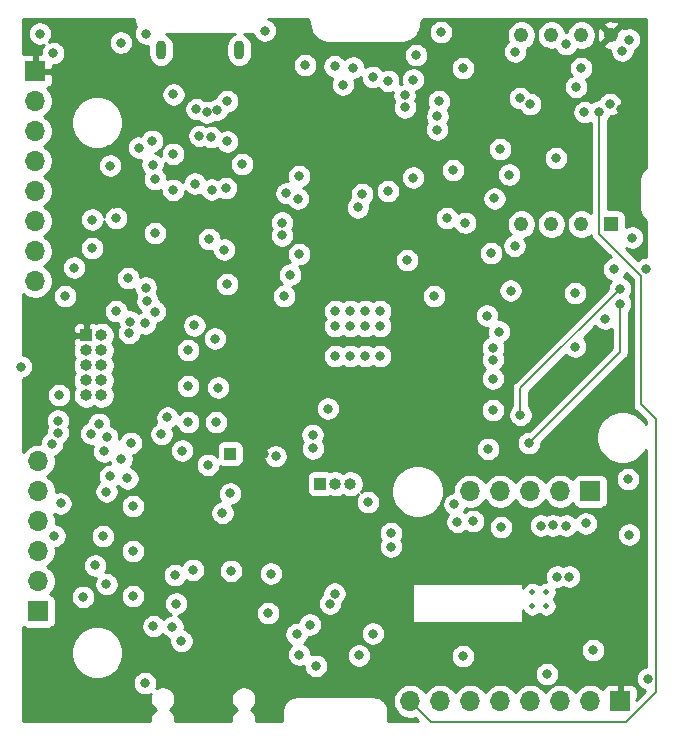
<source format=gbr>
G04 #@! TF.GenerationSoftware,KiCad,Pcbnew,(5.1.6)-1*
G04 #@! TF.CreationDate,2021-05-29T12:10:38-05:00*
G04 #@! TF.ProjectId,SapphineMinimal,53617070-6869-46e6-954d-696e696d616c,rev?*
G04 #@! TF.SameCoordinates,Original*
G04 #@! TF.FileFunction,Copper,L3,Inr*
G04 #@! TF.FilePolarity,Positive*
%FSLAX46Y46*%
G04 Gerber Fmt 4.6, Leading zero omitted, Abs format (unit mm)*
G04 Created by KiCad (PCBNEW (5.1.6)-1) date 2021-05-29 12:10:38*
%MOMM*%
%LPD*%
G01*
G04 APERTURE LIST*
G04 #@! TA.AperFunction,ViaPad*
%ADD10O,1.700000X1.700000*%
G04 #@! TD*
G04 #@! TA.AperFunction,ViaPad*
%ADD11R,1.700000X1.700000*%
G04 #@! TD*
G04 #@! TA.AperFunction,ViaPad*
%ADD12C,1.217000*%
G04 #@! TD*
G04 #@! TA.AperFunction,ViaPad*
%ADD13R,1.217000X1.217000*%
G04 #@! TD*
G04 #@! TA.AperFunction,ViaPad*
%ADD14C,0.500000*%
G04 #@! TD*
G04 #@! TA.AperFunction,ViaPad*
%ADD15O,1.000000X1.000000*%
G04 #@! TD*
G04 #@! TA.AperFunction,ViaPad*
%ADD16R,1.000000X1.000000*%
G04 #@! TD*
G04 #@! TA.AperFunction,ViaPad*
%ADD17O,0.900000X1.600000*%
G04 #@! TD*
G04 #@! TA.AperFunction,ViaPad*
%ADD18C,0.800000*%
G04 #@! TD*
G04 #@! TA.AperFunction,Conductor*
%ADD19C,0.200660*%
G04 #@! TD*
G04 #@! TA.AperFunction,Conductor*
%ADD20C,0.254000*%
G04 #@! TD*
G04 APERTURE END LIST*
D10*
X78994000Y-104140000D03*
X78994000Y-106680000D03*
X78994000Y-109220000D03*
X78994000Y-111760000D03*
X78994000Y-114300000D03*
D11*
X78994000Y-116840000D03*
D12*
X127508000Y-68074000D03*
X124968000Y-68074000D03*
X122428000Y-68074000D03*
X119888000Y-68074000D03*
X119888000Y-84074000D03*
X122428000Y-84074000D03*
X124968000Y-84074000D03*
D13*
X127508000Y-84074000D03*
D14*
X122002000Y-116414000D03*
X120822000Y-116414000D03*
X122002000Y-115234000D03*
X120822000Y-115234000D03*
D10*
X78740000Y-88900000D03*
X78740000Y-86360000D03*
X78740000Y-83820000D03*
X78740000Y-81280000D03*
X78740000Y-78740000D03*
X78740000Y-76200000D03*
X78740000Y-73660000D03*
D11*
X78740000Y-71120000D03*
D10*
X115570000Y-106680000D03*
X118110000Y-106680000D03*
X120650000Y-106680000D03*
X123190000Y-106680000D03*
D11*
X125730000Y-106680000D03*
D15*
X84328000Y-98552000D03*
X83058000Y-98552000D03*
X84328000Y-97282000D03*
X83058000Y-97282000D03*
X84328000Y-96012000D03*
X83058000Y-96012000D03*
X84328000Y-94742000D03*
X83058000Y-94742000D03*
X84328000Y-93472000D03*
D16*
X83058000Y-93472000D03*
D15*
X105410000Y-106045000D03*
X104140000Y-106045000D03*
D16*
X102870000Y-106045000D03*
D17*
X96010000Y-69342000D03*
X89410000Y-69342000D03*
D16*
X95250000Y-103505000D03*
D10*
X110490000Y-124460000D03*
X113030000Y-124460000D03*
X115570000Y-124460000D03*
X118110000Y-124460000D03*
X120650000Y-124460000D03*
X123190000Y-124460000D03*
X125730000Y-124460000D03*
D11*
X128270000Y-124460000D03*
D18*
X103505000Y-99695000D03*
X98171000Y-67691000D03*
X108585000Y-81280000D03*
X108624148Y-71948106D03*
X119319549Y-85912451D03*
X101092000Y-86614000D03*
X80264000Y-69596000D03*
X106044564Y-82649607D03*
X91694000Y-100838000D03*
X96266000Y-78994000D03*
X79121000Y-67945000D03*
X82042000Y-87757008D03*
X100000182Y-81458182D03*
X88092643Y-89444138D03*
X119380000Y-69469000D03*
X123952000Y-113919000D03*
X125233177Y-74586519D03*
X113081182Y-67815500D03*
X92204500Y-92644000D03*
X88643500Y-77024595D03*
X92075000Y-113345000D03*
X122936000Y-113919000D03*
X123698000Y-109601000D03*
X121539000Y-109601000D03*
X99631500Y-85026500D03*
X99631500Y-83947000D03*
X104140000Y-92710000D03*
X105410000Y-92710000D03*
X106680000Y-92710000D03*
X107950000Y-92710000D03*
X105410000Y-95250000D03*
X106680000Y-95250000D03*
X107950000Y-95250000D03*
X104140000Y-91440000D03*
X105410000Y-91440000D03*
X107950000Y-91440000D03*
X84455000Y-110490000D03*
X85090000Y-105410000D03*
X86541331Y-105606418D03*
X123698000Y-68834000D03*
X90358000Y-118178502D03*
X106680000Y-91440000D03*
X104140000Y-95250004D03*
X122558067Y-109571830D03*
X119761000Y-73406000D03*
X120650000Y-73914000D03*
X106150601Y-120584000D03*
X124460000Y-94436818D03*
X127000000Y-92075000D03*
X124460000Y-89916000D03*
X90435633Y-73079386D03*
X110744000Y-80137000D03*
X100965000Y-81915000D03*
X127400111Y-73906071D03*
X98679000Y-113665000D03*
X100867172Y-118788988D03*
X99083395Y-103725142D03*
X130618660Y-122555000D03*
X122047000Y-122174000D03*
X94580262Y-108524000D03*
X83806025Y-112964000D03*
X125984000Y-120142000D03*
X94996000Y-73660000D03*
X94996000Y-77075000D03*
X85981839Y-68709839D03*
X124968000Y-81026000D03*
X120904000Y-85852000D03*
X104734486Y-82890486D03*
X120964731Y-79634307D03*
X85413612Y-82353388D03*
X95526414Y-87737011D03*
X122047000Y-69469000D03*
X125232517Y-76653985D03*
X104648000Y-120904000D03*
X93071324Y-121313510D03*
X125603000Y-100457000D03*
X99695000Y-111125000D03*
X110109000Y-112395000D03*
X110109000Y-114173000D03*
X108966000Y-114173000D03*
X110109000Y-115443000D03*
X128331660Y-74295000D03*
X98100000Y-103540000D03*
X120650000Y-122176991D03*
X91216296Y-107435537D03*
X91427973Y-109285340D03*
X115090350Y-72422744D03*
X116300593Y-81427198D03*
X124320229Y-121938007D03*
X92634851Y-76591627D03*
X93267519Y-74612515D03*
X90416340Y-78112612D03*
X92385718Y-74326546D03*
X93609637Y-76713059D03*
X94163068Y-74373049D03*
X81280000Y-90170000D03*
X80645000Y-100711000D03*
X86995000Y-115570000D03*
X88044458Y-92470383D03*
X80137000Y-102679500D03*
X80355656Y-110456463D03*
X86995000Y-111760000D03*
X83468191Y-101802729D03*
X80645000Y-101727000D03*
X80891340Y-107721500D03*
X89420146Y-101841862D03*
X106426000Y-81534000D03*
X113592847Y-83573475D03*
X86995000Y-107950000D03*
X92257840Y-80642342D03*
X89923660Y-100435287D03*
X94234000Y-97917000D03*
X104083784Y-115353045D03*
X102489000Y-121475500D03*
X82804000Y-115633500D03*
X107315000Y-118745000D03*
X84769876Y-114561660D03*
X94043500Y-100838000D03*
X103695500Y-116194821D03*
X117474999Y-95536056D03*
X118871370Y-79884177D03*
X117607606Y-81894291D03*
X129032000Y-110363000D03*
X91694000Y-94742000D03*
X118173500Y-109728000D03*
X114483977Y-109290023D03*
X114935000Y-120650000D03*
X102217881Y-101911584D03*
X112902998Y-73660000D03*
X110980594Y-69764749D03*
X93664705Y-81145340D03*
X110029964Y-74177877D03*
X110735799Y-71835333D03*
X118022007Y-93172491D03*
X114109500Y-79502000D03*
X83566000Y-83693000D03*
X87503000Y-77597000D03*
X117475002Y-97154988D03*
X110008316Y-73178099D03*
X112776000Y-76072998D03*
X107333749Y-71619520D03*
X101092000Y-80010000D03*
X88870020Y-80254476D03*
X88870014Y-84836000D03*
X117474990Y-99822000D03*
X112780664Y-74925345D03*
X104775000Y-72263000D03*
X93472000Y-85344000D03*
X104083200Y-70689991D03*
X102241168Y-103059874D03*
X94869001Y-81026000D03*
X101600000Y-70612000D03*
X90416340Y-81179853D03*
X117474992Y-94536045D03*
X110236000Y-87122000D03*
X88011000Y-122936000D03*
X93946271Y-93759728D03*
X86684936Y-93272257D03*
X100330000Y-88355010D03*
X94996000Y-89154000D03*
X88870014Y-91480295D03*
X85598000Y-91440000D03*
X86741000Y-92329000D03*
X88233311Y-90599900D03*
X86614000Y-88646000D03*
X116967000Y-91821000D03*
X115132411Y-83953714D03*
X112522000Y-90170000D03*
X99822000Y-90170000D03*
X95313500Y-113418660D03*
X95235600Y-106867989D03*
X106898994Y-107602199D03*
X93345000Y-104457500D03*
X84582000Y-103314500D03*
X84765912Y-106719390D03*
X91178340Y-103251000D03*
X101092000Y-120523000D03*
X88748784Y-118104842D03*
X77514000Y-96139000D03*
X125349000Y-109410500D03*
X108839000Y-111379000D03*
X115824000Y-109212340D03*
X126492000Y-74549000D03*
X85090000Y-79121000D03*
X83566000Y-86106000D03*
X85598000Y-83566000D03*
X91694000Y-97790000D03*
X90678000Y-116205000D03*
X90551000Y-113792000D03*
X91115508Y-119370371D03*
X120523000Y-102616000D03*
X128270000Y-90805000D03*
X118981133Y-89700578D03*
X117094000Y-103106990D03*
X124532177Y-72455603D03*
X122809000Y-78486000D03*
X130429000Y-87884000D03*
X101981000Y-117983000D03*
X128442225Y-69372040D03*
X127762000Y-87883996D03*
X128270000Y-89535000D03*
X119822660Y-100231145D03*
X118110000Y-77724000D03*
X124968000Y-70866000D03*
X129032000Y-68453000D03*
X98467098Y-117001486D03*
X129286000Y-85217000D03*
X117340340Y-86525445D03*
X88138000Y-67945000D03*
X128905000Y-105664000D03*
X108839000Y-110236000D03*
X114234917Y-107790868D03*
X105664000Y-70829010D03*
X94742016Y-86233000D03*
X88678625Y-79031781D03*
X114935000Y-70866000D03*
X86042500Y-103941840D03*
X80772000Y-98552000D03*
X86841248Y-102589248D03*
X84836000Y-102108000D03*
X84145360Y-100988906D03*
D19*
X131318000Y-122025532D02*
X131319660Y-122027192D01*
X131319660Y-122027192D02*
X131319660Y-123650936D01*
X131318000Y-100584000D02*
X131318000Y-122025532D01*
X130064987Y-88448438D02*
X130064987Y-99330987D01*
X126492000Y-84875451D02*
X130064987Y-88448438D01*
X112268000Y-126238000D02*
X110490000Y-124460000D01*
X131319660Y-123650936D02*
X128732596Y-126238000D01*
X130064987Y-99330987D02*
X131318000Y-100584000D01*
X126492000Y-74549000D02*
X126492000Y-84875451D01*
X128732596Y-126238000D02*
X112268000Y-126238000D01*
X128270000Y-94869000D02*
X128270000Y-90805000D01*
X120523000Y-102616000D02*
X128270000Y-94869000D01*
X119822660Y-97982340D02*
X119822660Y-100231145D01*
X128270000Y-89535000D02*
X119822660Y-97982340D01*
D20*
G36*
X87096513Y-66700666D02*
G01*
X87099783Y-66731779D01*
X87099731Y-66739255D01*
X87100631Y-66748426D01*
X87113586Y-66871677D01*
X87125615Y-66930274D01*
X87136822Y-66989028D01*
X87139486Y-66997850D01*
X87176133Y-67116238D01*
X87199308Y-67171368D01*
X87221722Y-67226847D01*
X87226049Y-67234983D01*
X87284992Y-67343998D01*
X87289916Y-67351297D01*
X87220795Y-67454744D01*
X87142774Y-67643102D01*
X87103000Y-67843061D01*
X87103000Y-68046939D01*
X87142774Y-68246898D01*
X87220795Y-68435256D01*
X87334063Y-68604774D01*
X87478226Y-68748937D01*
X87647744Y-68862205D01*
X87836102Y-68940226D01*
X88036061Y-68980000D01*
X88239939Y-68980000D01*
X88325000Y-68963080D01*
X88325000Y-69745293D01*
X88340700Y-69904696D01*
X88402741Y-70109219D01*
X88503491Y-70297710D01*
X88639078Y-70462922D01*
X88804290Y-70598509D01*
X88992780Y-70699259D01*
X89197303Y-70761300D01*
X89410000Y-70782249D01*
X89622696Y-70761300D01*
X89827219Y-70699259D01*
X90015710Y-70598509D01*
X90180922Y-70462922D01*
X90316509Y-70297710D01*
X90417259Y-70109220D01*
X90479300Y-69904697D01*
X90495000Y-69745294D01*
X90495000Y-68938707D01*
X90479300Y-68779304D01*
X90417259Y-68574780D01*
X90316509Y-68386290D01*
X90180922Y-68221078D01*
X90015710Y-68085491D01*
X89827220Y-67984741D01*
X89778625Y-67970000D01*
X95641376Y-67970000D01*
X95592781Y-67984741D01*
X95404291Y-68085491D01*
X95239079Y-68221078D01*
X95103492Y-68386290D01*
X95002742Y-68574780D01*
X94940700Y-68779303D01*
X94925000Y-68938706D01*
X94925000Y-69745293D01*
X94940700Y-69904696D01*
X95002741Y-70109219D01*
X95103491Y-70297710D01*
X95239078Y-70462922D01*
X95404290Y-70598509D01*
X95592780Y-70699259D01*
X95797303Y-70761300D01*
X96010000Y-70782249D01*
X96222696Y-70761300D01*
X96427219Y-70699259D01*
X96615710Y-70598509D01*
X96723483Y-70510061D01*
X100565000Y-70510061D01*
X100565000Y-70713939D01*
X100604774Y-70913898D01*
X100682795Y-71102256D01*
X100796063Y-71271774D01*
X100940226Y-71415937D01*
X101109744Y-71529205D01*
X101298102Y-71607226D01*
X101498061Y-71647000D01*
X101701939Y-71647000D01*
X101901898Y-71607226D01*
X102090256Y-71529205D01*
X102259774Y-71415937D01*
X102403937Y-71271774D01*
X102517205Y-71102256D01*
X102595226Y-70913898D01*
X102635000Y-70713939D01*
X102635000Y-70588052D01*
X103048200Y-70588052D01*
X103048200Y-70791930D01*
X103087974Y-70991889D01*
X103165995Y-71180247D01*
X103279263Y-71349765D01*
X103423426Y-71493928D01*
X103592944Y-71607196D01*
X103781302Y-71685217D01*
X103900444Y-71708916D01*
X103857795Y-71772744D01*
X103779774Y-71961102D01*
X103740000Y-72161061D01*
X103740000Y-72364939D01*
X103779774Y-72564898D01*
X103857795Y-72753256D01*
X103971063Y-72922774D01*
X104115226Y-73066937D01*
X104284744Y-73180205D01*
X104473102Y-73258226D01*
X104673061Y-73298000D01*
X104876939Y-73298000D01*
X105076898Y-73258226D01*
X105265256Y-73180205D01*
X105434774Y-73066937D01*
X105578937Y-72922774D01*
X105692205Y-72753256D01*
X105770226Y-72564898D01*
X105810000Y-72364939D01*
X105810000Y-72161061D01*
X105770226Y-71961102D01*
X105730009Y-71864010D01*
X105765939Y-71864010D01*
X105965898Y-71824236D01*
X106154256Y-71746215D01*
X106298749Y-71649668D01*
X106298749Y-71721459D01*
X106338523Y-71921418D01*
X106416544Y-72109776D01*
X106529812Y-72279294D01*
X106673975Y-72423457D01*
X106843493Y-72536725D01*
X107031851Y-72614746D01*
X107231810Y-72654520D01*
X107435688Y-72654520D01*
X107635647Y-72614746D01*
X107783796Y-72553380D01*
X107820211Y-72607880D01*
X107964374Y-72752043D01*
X108133892Y-72865311D01*
X108322250Y-72943332D01*
X108522209Y-72983106D01*
X108726087Y-72983106D01*
X108926046Y-72943332D01*
X109006354Y-72910067D01*
X108973316Y-73076160D01*
X108973316Y-73280038D01*
X109013090Y-73479997D01*
X109091111Y-73668355D01*
X109109401Y-73695728D01*
X109034738Y-73875979D01*
X108994964Y-74075938D01*
X108994964Y-74279816D01*
X109034738Y-74479775D01*
X109112759Y-74668133D01*
X109226027Y-74837651D01*
X109370190Y-74981814D01*
X109539708Y-75095082D01*
X109728066Y-75173103D01*
X109928025Y-75212877D01*
X110131903Y-75212877D01*
X110331862Y-75173103D01*
X110520220Y-75095082D01*
X110689738Y-74981814D01*
X110833901Y-74837651D01*
X110947169Y-74668133D01*
X111025190Y-74479775D01*
X111064964Y-74279816D01*
X111064964Y-74075938D01*
X111025190Y-73875979D01*
X110947169Y-73687621D01*
X110928879Y-73660248D01*
X111003542Y-73479997D01*
X111043316Y-73280038D01*
X111043316Y-73076160D01*
X111003542Y-72876201D01*
X110988675Y-72840310D01*
X111037697Y-72830559D01*
X111226055Y-72752538D01*
X111395573Y-72639270D01*
X111539736Y-72495107D01*
X111634244Y-72353664D01*
X123497177Y-72353664D01*
X123497177Y-72557542D01*
X123536951Y-72757501D01*
X123614972Y-72945859D01*
X123728240Y-73115377D01*
X123872403Y-73259540D01*
X124041921Y-73372808D01*
X124230279Y-73450829D01*
X124430238Y-73490603D01*
X124634116Y-73490603D01*
X124834075Y-73450829D01*
X125022433Y-73372808D01*
X125191951Y-73259540D01*
X125336114Y-73115377D01*
X125449382Y-72945859D01*
X125527403Y-72757501D01*
X125567177Y-72557542D01*
X125567177Y-72353664D01*
X125527403Y-72153705D01*
X125449382Y-71965347D01*
X125355985Y-71825568D01*
X125458256Y-71783205D01*
X125627774Y-71669937D01*
X125771937Y-71525774D01*
X125885205Y-71356256D01*
X125963226Y-71167898D01*
X126003000Y-70967939D01*
X126003000Y-70764061D01*
X125963226Y-70564102D01*
X125885205Y-70375744D01*
X125771937Y-70206226D01*
X125627774Y-70062063D01*
X125458256Y-69948795D01*
X125269898Y-69870774D01*
X125069939Y-69831000D01*
X124866061Y-69831000D01*
X124666102Y-69870774D01*
X124477744Y-69948795D01*
X124308226Y-70062063D01*
X124164063Y-70206226D01*
X124050795Y-70375744D01*
X123972774Y-70564102D01*
X123933000Y-70764061D01*
X123933000Y-70967939D01*
X123972774Y-71167898D01*
X124050795Y-71356256D01*
X124144192Y-71496035D01*
X124041921Y-71538398D01*
X123872403Y-71651666D01*
X123728240Y-71795829D01*
X123614972Y-71965347D01*
X123536951Y-72153705D01*
X123497177Y-72353664D01*
X111634244Y-72353664D01*
X111653004Y-72325589D01*
X111731025Y-72137231D01*
X111770799Y-71937272D01*
X111770799Y-71733394D01*
X111731025Y-71533435D01*
X111653004Y-71345077D01*
X111539736Y-71175559D01*
X111395573Y-71031396D01*
X111226055Y-70918128D01*
X111037697Y-70840107D01*
X110837738Y-70800333D01*
X110633860Y-70800333D01*
X110433901Y-70840107D01*
X110245543Y-70918128D01*
X110076025Y-71031396D01*
X109931862Y-71175559D01*
X109818594Y-71345077D01*
X109740573Y-71533435D01*
X109700799Y-71733394D01*
X109700799Y-71937272D01*
X109740573Y-72137231D01*
X109755440Y-72173122D01*
X109706418Y-72182873D01*
X109626110Y-72216138D01*
X109659148Y-72050045D01*
X109659148Y-71846167D01*
X109619374Y-71646208D01*
X109541353Y-71457850D01*
X109428085Y-71288332D01*
X109283922Y-71144169D01*
X109114404Y-71030901D01*
X108926046Y-70952880D01*
X108726087Y-70913106D01*
X108522209Y-70913106D01*
X108322250Y-70952880D01*
X108174101Y-71014246D01*
X108137686Y-70959746D01*
X107993523Y-70815583D01*
X107824005Y-70702315D01*
X107635647Y-70624294D01*
X107435688Y-70584520D01*
X107231810Y-70584520D01*
X107031851Y-70624294D01*
X106843493Y-70702315D01*
X106699000Y-70798862D01*
X106699000Y-70727071D01*
X106659226Y-70527112D01*
X106581205Y-70338754D01*
X106467937Y-70169236D01*
X106323774Y-70025073D01*
X106154256Y-69911805D01*
X105965898Y-69833784D01*
X105765939Y-69794010D01*
X105562061Y-69794010D01*
X105362102Y-69833784D01*
X105173744Y-69911805D01*
X105004226Y-70025073D01*
X104931976Y-70097323D01*
X104887137Y-70030217D01*
X104742974Y-69886054D01*
X104573456Y-69772786D01*
X104385098Y-69694765D01*
X104224449Y-69662810D01*
X109945594Y-69662810D01*
X109945594Y-69866688D01*
X109985368Y-70066647D01*
X110063389Y-70255005D01*
X110176657Y-70424523D01*
X110320820Y-70568686D01*
X110490338Y-70681954D01*
X110678696Y-70759975D01*
X110878655Y-70799749D01*
X111082533Y-70799749D01*
X111261950Y-70764061D01*
X113900000Y-70764061D01*
X113900000Y-70967939D01*
X113939774Y-71167898D01*
X114017795Y-71356256D01*
X114131063Y-71525774D01*
X114275226Y-71669937D01*
X114444744Y-71783205D01*
X114633102Y-71861226D01*
X114833061Y-71901000D01*
X115036939Y-71901000D01*
X115236898Y-71861226D01*
X115425256Y-71783205D01*
X115594774Y-71669937D01*
X115738937Y-71525774D01*
X115852205Y-71356256D01*
X115930226Y-71167898D01*
X115970000Y-70967939D01*
X115970000Y-70764061D01*
X115930226Y-70564102D01*
X115852205Y-70375744D01*
X115738937Y-70206226D01*
X115594774Y-70062063D01*
X115425256Y-69948795D01*
X115236898Y-69870774D01*
X115036939Y-69831000D01*
X114833061Y-69831000D01*
X114633102Y-69870774D01*
X114444744Y-69948795D01*
X114275226Y-70062063D01*
X114131063Y-70206226D01*
X114017795Y-70375744D01*
X113939774Y-70564102D01*
X113900000Y-70764061D01*
X111261950Y-70764061D01*
X111282492Y-70759975D01*
X111470850Y-70681954D01*
X111640368Y-70568686D01*
X111784531Y-70424523D01*
X111897799Y-70255005D01*
X111975820Y-70066647D01*
X112015594Y-69866688D01*
X112015594Y-69662810D01*
X111975820Y-69462851D01*
X111936143Y-69367061D01*
X118345000Y-69367061D01*
X118345000Y-69570939D01*
X118384774Y-69770898D01*
X118462795Y-69959256D01*
X118576063Y-70128774D01*
X118720226Y-70272937D01*
X118889744Y-70386205D01*
X119078102Y-70464226D01*
X119278061Y-70504000D01*
X119481939Y-70504000D01*
X119681898Y-70464226D01*
X119870256Y-70386205D01*
X120039774Y-70272937D01*
X120183937Y-70128774D01*
X120297205Y-69959256D01*
X120375226Y-69770898D01*
X120415000Y-69570939D01*
X120415000Y-69367061D01*
X120384605Y-69214255D01*
X120477018Y-69175976D01*
X120680685Y-69039890D01*
X120853890Y-68866685D01*
X120989976Y-68663018D01*
X121083713Y-68436716D01*
X121131500Y-68196474D01*
X121131500Y-67951526D01*
X121184500Y-67951526D01*
X121184500Y-68196474D01*
X121232287Y-68436716D01*
X121326024Y-68663018D01*
X121462110Y-68866685D01*
X121635315Y-69039890D01*
X121838982Y-69175976D01*
X122065284Y-69269713D01*
X122305526Y-69317500D01*
X122550474Y-69317500D01*
X122760677Y-69275688D01*
X122780795Y-69324256D01*
X122894063Y-69493774D01*
X123038226Y-69637937D01*
X123207744Y-69751205D01*
X123396102Y-69829226D01*
X123596061Y-69869000D01*
X123799939Y-69869000D01*
X123999898Y-69829226D01*
X124188256Y-69751205D01*
X124357774Y-69637937D01*
X124501937Y-69493774D01*
X124615205Y-69324256D01*
X124635323Y-69275688D01*
X124845526Y-69317500D01*
X125090474Y-69317500D01*
X125330716Y-69269713D01*
X125557018Y-69175976D01*
X125760685Y-69039890D01*
X125870730Y-68929845D01*
X126831760Y-68929845D01*
X126880101Y-69154294D01*
X127102921Y-69256034D01*
X127341308Y-69312348D01*
X127407225Y-69314697D01*
X127407225Y-69473979D01*
X127446999Y-69673938D01*
X127525020Y-69862296D01*
X127638288Y-70031814D01*
X127782451Y-70175977D01*
X127951969Y-70289245D01*
X128140327Y-70367266D01*
X128340286Y-70407040D01*
X128544164Y-70407040D01*
X128744123Y-70367266D01*
X128932481Y-70289245D01*
X129101999Y-70175977D01*
X129246162Y-70031814D01*
X129359430Y-69862296D01*
X129437451Y-69673938D01*
X129477225Y-69473979D01*
X129477225Y-69388858D01*
X129522256Y-69370205D01*
X129691774Y-69256937D01*
X129835937Y-69112774D01*
X129949205Y-68943256D01*
X130027226Y-68754898D01*
X130067000Y-68554939D01*
X130067000Y-68351061D01*
X130027226Y-68151102D01*
X129949205Y-67962744D01*
X129835937Y-67793226D01*
X129691774Y-67649063D01*
X129522256Y-67535795D01*
X129333898Y-67457774D01*
X129133939Y-67418000D01*
X128930061Y-67418000D01*
X128730102Y-67457774D01*
X128619106Y-67503750D01*
X128588294Y-67446101D01*
X128363845Y-67397760D01*
X127687605Y-68074000D01*
X127701748Y-68088143D01*
X127522143Y-68267748D01*
X127508000Y-68253605D01*
X126831760Y-68929845D01*
X125870730Y-68929845D01*
X125933890Y-68866685D01*
X126069976Y-68663018D01*
X126163713Y-68436716D01*
X126211500Y-68196474D01*
X126211500Y-68152101D01*
X126260927Y-68152101D01*
X126300127Y-68393892D01*
X126385744Y-68623389D01*
X126427706Y-68701899D01*
X126652155Y-68750240D01*
X127328395Y-68074000D01*
X126652155Y-67397760D01*
X126427706Y-67446101D01*
X126325966Y-67668921D01*
X126269652Y-67907308D01*
X126260927Y-68152101D01*
X126211500Y-68152101D01*
X126211500Y-67951526D01*
X126163713Y-67711284D01*
X126069976Y-67484982D01*
X125933890Y-67281315D01*
X125870730Y-67218155D01*
X126831760Y-67218155D01*
X127508000Y-67894395D01*
X128184240Y-67218155D01*
X128135899Y-66993706D01*
X127913079Y-66891966D01*
X127674692Y-66835652D01*
X127429899Y-66826927D01*
X127188108Y-66866127D01*
X126958611Y-66951744D01*
X126880101Y-66993706D01*
X126831760Y-67218155D01*
X125870730Y-67218155D01*
X125760685Y-67108110D01*
X125557018Y-66972024D01*
X125330716Y-66878287D01*
X125090474Y-66830500D01*
X124845526Y-66830500D01*
X124605284Y-66878287D01*
X124378982Y-66972024D01*
X124175315Y-67108110D01*
X124002110Y-67281315D01*
X123866024Y-67484982D01*
X123772287Y-67711284D01*
X123754839Y-67799000D01*
X123641161Y-67799000D01*
X123623713Y-67711284D01*
X123529976Y-67484982D01*
X123393890Y-67281315D01*
X123220685Y-67108110D01*
X123017018Y-66972024D01*
X122790716Y-66878287D01*
X122550474Y-66830500D01*
X122305526Y-66830500D01*
X122065284Y-66878287D01*
X121838982Y-66972024D01*
X121635315Y-67108110D01*
X121462110Y-67281315D01*
X121326024Y-67484982D01*
X121232287Y-67711284D01*
X121184500Y-67951526D01*
X121131500Y-67951526D01*
X121083713Y-67711284D01*
X120989976Y-67484982D01*
X120853890Y-67281315D01*
X120680685Y-67108110D01*
X120477018Y-66972024D01*
X120250716Y-66878287D01*
X120010474Y-66830500D01*
X119765526Y-66830500D01*
X119525284Y-66878287D01*
X119298982Y-66972024D01*
X119095315Y-67108110D01*
X118922110Y-67281315D01*
X118786024Y-67484982D01*
X118692287Y-67711284D01*
X118644500Y-67951526D01*
X118644500Y-68196474D01*
X118692287Y-68436716D01*
X118772424Y-68630185D01*
X118720226Y-68665063D01*
X118576063Y-68809226D01*
X118462795Y-68978744D01*
X118384774Y-69167102D01*
X118345000Y-69367061D01*
X111936143Y-69367061D01*
X111897799Y-69274493D01*
X111784531Y-69104975D01*
X111640368Y-68960812D01*
X111470850Y-68847544D01*
X111282492Y-68769523D01*
X111082533Y-68729749D01*
X110878655Y-68729749D01*
X110678696Y-68769523D01*
X110490338Y-68847544D01*
X110320820Y-68960812D01*
X110176657Y-69104975D01*
X110063389Y-69274493D01*
X109985368Y-69462851D01*
X109945594Y-69662810D01*
X104224449Y-69662810D01*
X104185139Y-69654991D01*
X103981261Y-69654991D01*
X103781302Y-69694765D01*
X103592944Y-69772786D01*
X103423426Y-69886054D01*
X103279263Y-70030217D01*
X103165995Y-70199735D01*
X103087974Y-70388093D01*
X103048200Y-70588052D01*
X102635000Y-70588052D01*
X102635000Y-70510061D01*
X102595226Y-70310102D01*
X102517205Y-70121744D01*
X102403937Y-69952226D01*
X102259774Y-69808063D01*
X102090256Y-69694795D01*
X101901898Y-69616774D01*
X101701939Y-69577000D01*
X101498061Y-69577000D01*
X101298102Y-69616774D01*
X101109744Y-69694795D01*
X100940226Y-69808063D01*
X100796063Y-69952226D01*
X100682795Y-70121744D01*
X100604774Y-70310102D01*
X100565000Y-70510061D01*
X96723483Y-70510061D01*
X96780922Y-70462922D01*
X96916509Y-70297710D01*
X97017259Y-70109220D01*
X97079300Y-69904697D01*
X97095000Y-69745294D01*
X97095000Y-68938707D01*
X97079300Y-68779304D01*
X97017259Y-68574780D01*
X96916509Y-68386290D01*
X96780922Y-68221078D01*
X96615710Y-68085491D01*
X96427220Y-67984741D01*
X96378625Y-67970000D01*
X97060419Y-67970000D01*
X97088419Y-67967242D01*
X97092255Y-67967269D01*
X97101426Y-67966369D01*
X97169083Y-67959258D01*
X97175774Y-67992898D01*
X97253795Y-68181256D01*
X97367063Y-68350774D01*
X97511226Y-68494937D01*
X97680744Y-68608205D01*
X97869102Y-68686226D01*
X98069061Y-68726000D01*
X98272939Y-68726000D01*
X98472898Y-68686226D01*
X98661256Y-68608205D01*
X98830774Y-68494937D01*
X98974937Y-68350774D01*
X99088205Y-68181256D01*
X99166226Y-67992898D01*
X99206000Y-67792939D01*
X99206000Y-67589061D01*
X99166226Y-67389102D01*
X99088205Y-67200744D01*
X98974937Y-67031226D01*
X98830774Y-66887063D01*
X98661256Y-66773795D01*
X98483100Y-66700000D01*
X101567719Y-66700000D01*
X101668533Y-66709885D01*
X101734457Y-66729789D01*
X101795255Y-66762115D01*
X101848619Y-66805639D01*
X101892512Y-66858696D01*
X101925266Y-66919271D01*
X101945628Y-66985053D01*
X101958827Y-67110626D01*
X101958741Y-67122911D01*
X101959641Y-67132083D01*
X101980368Y-67329284D01*
X101992387Y-67387834D01*
X102003604Y-67446639D01*
X102006268Y-67455461D01*
X102064903Y-67644882D01*
X102088076Y-67700009D01*
X102110493Y-67755492D01*
X102114819Y-67763629D01*
X102209130Y-67938052D01*
X102242575Y-67987636D01*
X102275335Y-68037699D01*
X102281159Y-68044840D01*
X102407554Y-68197624D01*
X102449969Y-68239744D01*
X102491851Y-68282513D01*
X102498952Y-68288387D01*
X102652614Y-68413711D01*
X102702423Y-68446803D01*
X102751795Y-68480610D01*
X102759902Y-68484993D01*
X102934980Y-68578084D01*
X102990275Y-68600875D01*
X103045270Y-68624446D01*
X103054074Y-68627171D01*
X103243900Y-68684482D01*
X103302566Y-68696098D01*
X103361087Y-68708537D01*
X103370252Y-68709500D01*
X103567593Y-68728850D01*
X103567598Y-68728850D01*
X103599581Y-68732000D01*
X109760419Y-68732000D01*
X109788690Y-68729216D01*
X109794911Y-68729259D01*
X109804083Y-68728359D01*
X110001284Y-68707632D01*
X110059834Y-68695613D01*
X110118639Y-68684396D01*
X110127461Y-68681732D01*
X110316882Y-68623097D01*
X110372009Y-68599924D01*
X110427492Y-68577507D01*
X110435629Y-68573181D01*
X110610052Y-68478870D01*
X110659636Y-68445425D01*
X110709699Y-68412665D01*
X110716840Y-68406841D01*
X110869624Y-68280446D01*
X110911744Y-68238031D01*
X110954513Y-68196149D01*
X110960387Y-68189048D01*
X111085711Y-68035386D01*
X111118803Y-67985577D01*
X111152610Y-67936205D01*
X111156993Y-67928098D01*
X111250084Y-67753020D01*
X111266347Y-67713561D01*
X112046182Y-67713561D01*
X112046182Y-67917439D01*
X112085956Y-68117398D01*
X112163977Y-68305756D01*
X112277245Y-68475274D01*
X112421408Y-68619437D01*
X112590926Y-68732705D01*
X112779284Y-68810726D01*
X112979243Y-68850500D01*
X113183121Y-68850500D01*
X113383080Y-68810726D01*
X113571438Y-68732705D01*
X113740956Y-68619437D01*
X113885119Y-68475274D01*
X113998387Y-68305756D01*
X114076408Y-68117398D01*
X114116182Y-67917439D01*
X114116182Y-67713561D01*
X114076408Y-67513602D01*
X113998387Y-67325244D01*
X113885119Y-67155726D01*
X113740956Y-67011563D01*
X113571438Y-66898295D01*
X113383080Y-66820274D01*
X113183121Y-66780500D01*
X112979243Y-66780500D01*
X112779284Y-66820274D01*
X112590926Y-66898295D01*
X112421408Y-67011563D01*
X112277245Y-67155726D01*
X112163977Y-67325244D01*
X112085956Y-67513602D01*
X112046182Y-67713561D01*
X111266347Y-67713561D01*
X111272875Y-67697725D01*
X111296446Y-67642730D01*
X111299171Y-67633926D01*
X111356482Y-67444100D01*
X111368099Y-67385427D01*
X111380537Y-67326913D01*
X111381500Y-67317748D01*
X111400850Y-67120407D01*
X111400850Y-67120404D01*
X111413885Y-66987467D01*
X111433789Y-66921543D01*
X111466115Y-66860745D01*
X111509639Y-66807381D01*
X111562696Y-66763488D01*
X111623271Y-66730734D01*
X111689053Y-66710372D01*
X111787730Y-66700000D01*
X130429000Y-66700000D01*
X130429000Y-79287251D01*
X130416429Y-79295730D01*
X130366371Y-79328486D01*
X130359230Y-79334311D01*
X130282838Y-79397507D01*
X130240709Y-79439932D01*
X130197949Y-79481805D01*
X130192075Y-79488906D01*
X130129413Y-79565737D01*
X130096329Y-79615533D01*
X130062512Y-79664921D01*
X130058130Y-79673027D01*
X130011585Y-79760566D01*
X129988803Y-79815841D01*
X129965225Y-79870851D01*
X129962500Y-79879654D01*
X129933844Y-79974568D01*
X129922225Y-80033248D01*
X129909788Y-80091758D01*
X129908825Y-80100923D01*
X129899150Y-80199594D01*
X129899150Y-80199599D01*
X129896000Y-80231582D01*
X129896001Y-82836419D01*
X129898749Y-82864323D01*
X129898728Y-82867367D01*
X129899628Y-82876538D01*
X129904778Y-82925535D01*
X129905551Y-82933383D01*
X129905630Y-82933645D01*
X129909992Y-82975140D01*
X129922016Y-83033714D01*
X129933229Y-83092496D01*
X129935893Y-83101317D01*
X129965211Y-83196028D01*
X129988370Y-83251119D01*
X130010798Y-83306632D01*
X130015125Y-83314768D01*
X130062280Y-83401980D01*
X130095730Y-83451571D01*
X130128486Y-83501629D01*
X130134310Y-83508770D01*
X130197507Y-83585162D01*
X130239942Y-83627301D01*
X130281805Y-83670051D01*
X130288906Y-83675925D01*
X130365737Y-83738587D01*
X130415548Y-83771681D01*
X130429000Y-83780892D01*
X130429000Y-86849000D01*
X130327061Y-86849000D01*
X130127102Y-86888774D01*
X129938744Y-86966795D01*
X129769226Y-87080063D01*
X129752876Y-87096413D01*
X128780445Y-86123983D01*
X128795744Y-86134205D01*
X128984102Y-86212226D01*
X129184061Y-86252000D01*
X129387939Y-86252000D01*
X129587898Y-86212226D01*
X129776256Y-86134205D01*
X129945774Y-86020937D01*
X130089937Y-85876774D01*
X130203205Y-85707256D01*
X130281226Y-85518898D01*
X130321000Y-85318939D01*
X130321000Y-85115061D01*
X130281226Y-84915102D01*
X130203205Y-84726744D01*
X130089937Y-84557226D01*
X129945774Y-84413063D01*
X129776256Y-84299795D01*
X129587898Y-84221774D01*
X129387939Y-84182000D01*
X129184061Y-84182000D01*
X128984102Y-84221774D01*
X128795744Y-84299795D01*
X128754572Y-84327305D01*
X128754572Y-83465500D01*
X128742312Y-83341018D01*
X128706002Y-83221320D01*
X128647037Y-83111006D01*
X128567685Y-83014315D01*
X128470994Y-82934963D01*
X128360680Y-82875998D01*
X128240982Y-82839688D01*
X128116500Y-82827428D01*
X127227330Y-82827428D01*
X127227330Y-75277381D01*
X127295937Y-75208774D01*
X127409205Y-75039256D01*
X127449875Y-74941071D01*
X127502050Y-74941071D01*
X127702009Y-74901297D01*
X127890367Y-74823276D01*
X128059885Y-74710008D01*
X128204048Y-74565845D01*
X128317316Y-74396327D01*
X128395337Y-74207969D01*
X128435111Y-74008010D01*
X128435111Y-73804132D01*
X128395337Y-73604173D01*
X128317316Y-73415815D01*
X128204048Y-73246297D01*
X128059885Y-73102134D01*
X127890367Y-72988866D01*
X127702009Y-72910845D01*
X127502050Y-72871071D01*
X127298172Y-72871071D01*
X127098213Y-72910845D01*
X126909855Y-72988866D01*
X126740337Y-73102134D01*
X126596174Y-73246297D01*
X126482906Y-73415815D01*
X126442236Y-73514000D01*
X126390061Y-73514000D01*
X126190102Y-73553774D01*
X126001744Y-73631795D01*
X125834513Y-73743535D01*
X125723433Y-73669314D01*
X125535075Y-73591293D01*
X125335116Y-73551519D01*
X125131238Y-73551519D01*
X124931279Y-73591293D01*
X124742921Y-73669314D01*
X124573403Y-73782582D01*
X124429240Y-73926745D01*
X124315972Y-74096263D01*
X124237951Y-74284621D01*
X124198177Y-74484580D01*
X124198177Y-74688458D01*
X124237951Y-74888417D01*
X124315972Y-75076775D01*
X124429240Y-75246293D01*
X124573403Y-75390456D01*
X124742921Y-75503724D01*
X124931279Y-75581745D01*
X125131238Y-75621519D01*
X125335116Y-75621519D01*
X125535075Y-75581745D01*
X125723433Y-75503724D01*
X125756670Y-75481516D01*
X125756671Y-83105428D01*
X125557018Y-82972024D01*
X125330716Y-82878287D01*
X125090474Y-82830500D01*
X124845526Y-82830500D01*
X124605284Y-82878287D01*
X124378982Y-82972024D01*
X124175315Y-83108110D01*
X124002110Y-83281315D01*
X123866024Y-83484982D01*
X123772287Y-83711284D01*
X123724500Y-83951526D01*
X123724500Y-84196474D01*
X123772287Y-84436716D01*
X123866024Y-84663018D01*
X124002110Y-84866685D01*
X124175315Y-85039890D01*
X124378982Y-85175976D01*
X124605284Y-85269713D01*
X124845526Y-85317500D01*
X125090474Y-85317500D01*
X125330716Y-85269713D01*
X125557018Y-85175976D01*
X125760685Y-85039890D01*
X125770491Y-85030084D01*
X125809357Y-85158210D01*
X125838663Y-85213037D01*
X125877639Y-85285955D01*
X125969529Y-85397923D01*
X125997579Y-85420943D01*
X127464526Y-86887890D01*
X127460102Y-86888770D01*
X127271744Y-86966791D01*
X127102226Y-87080059D01*
X126958063Y-87224222D01*
X126844795Y-87393740D01*
X126766774Y-87582098D01*
X126727000Y-87782057D01*
X126727000Y-87985935D01*
X126766774Y-88185894D01*
X126844795Y-88374252D01*
X126958063Y-88543770D01*
X127102226Y-88687933D01*
X127271744Y-88801201D01*
X127460102Y-88879222D01*
X127463007Y-88879800D01*
X127352795Y-89044744D01*
X127274774Y-89233102D01*
X127235000Y-89433061D01*
X127235000Y-89530086D01*
X119328240Y-97436847D01*
X119300188Y-97459869D01*
X119208298Y-97571837D01*
X119140017Y-97699581D01*
X119097971Y-97838191D01*
X119087330Y-97946227D01*
X119087330Y-97946234D01*
X119083774Y-97982340D01*
X119087330Y-98018446D01*
X119087331Y-99502763D01*
X119018723Y-99571371D01*
X118905455Y-99740889D01*
X118827434Y-99929247D01*
X118787660Y-100129206D01*
X118787660Y-100333084D01*
X118827434Y-100533043D01*
X118905455Y-100721401D01*
X119018723Y-100890919D01*
X119162886Y-101035082D01*
X119332404Y-101148350D01*
X119520762Y-101226371D01*
X119720721Y-101266145D01*
X119924599Y-101266145D01*
X120124558Y-101226371D01*
X120312916Y-101148350D01*
X120482434Y-101035082D01*
X120626597Y-100890919D01*
X120739865Y-100721401D01*
X120817886Y-100533043D01*
X120857660Y-100333084D01*
X120857660Y-100129206D01*
X120817886Y-99929247D01*
X120739865Y-99740889D01*
X120626597Y-99571371D01*
X120557990Y-99502764D01*
X120557990Y-98286923D01*
X123702192Y-95142721D01*
X123800226Y-95240755D01*
X123969744Y-95354023D01*
X124158102Y-95432044D01*
X124358061Y-95471818D01*
X124561939Y-95471818D01*
X124761898Y-95432044D01*
X124950256Y-95354023D01*
X125119774Y-95240755D01*
X125263937Y-95096592D01*
X125377205Y-94927074D01*
X125455226Y-94738716D01*
X125495000Y-94538757D01*
X125495000Y-94334879D01*
X125455226Y-94134920D01*
X125377205Y-93946562D01*
X125263937Y-93777044D01*
X125165903Y-93679010D01*
X126161647Y-92683267D01*
X126196063Y-92734774D01*
X126340226Y-92878937D01*
X126509744Y-92992205D01*
X126698102Y-93070226D01*
X126898061Y-93110000D01*
X127101939Y-93110000D01*
X127301898Y-93070226D01*
X127490256Y-92992205D01*
X127534670Y-92962528D01*
X127534670Y-94564417D01*
X120518087Y-101581000D01*
X120421061Y-101581000D01*
X120221102Y-101620774D01*
X120032744Y-101698795D01*
X119863226Y-101812063D01*
X119719063Y-101956226D01*
X119605795Y-102125744D01*
X119527774Y-102314102D01*
X119488000Y-102514061D01*
X119488000Y-102717939D01*
X119527774Y-102917898D01*
X119605795Y-103106256D01*
X119719063Y-103275774D01*
X119863226Y-103419937D01*
X120032744Y-103533205D01*
X120221102Y-103611226D01*
X120421061Y-103651000D01*
X120624939Y-103651000D01*
X120824898Y-103611226D01*
X121013256Y-103533205D01*
X121182774Y-103419937D01*
X121326937Y-103275774D01*
X121440205Y-103106256D01*
X121518226Y-102917898D01*
X121558000Y-102717939D01*
X121558000Y-102620913D01*
X128764420Y-95414493D01*
X128792471Y-95391472D01*
X128884362Y-95279504D01*
X128952643Y-95151760D01*
X128994689Y-95013150D01*
X129005330Y-94905114D01*
X129005330Y-94905107D01*
X129008886Y-94869001D01*
X129005330Y-94832895D01*
X129005330Y-91533381D01*
X129073937Y-91464774D01*
X129187205Y-91295256D01*
X129265226Y-91106898D01*
X129305000Y-90906939D01*
X129305000Y-90703061D01*
X129265226Y-90503102D01*
X129187205Y-90314744D01*
X129090490Y-90170000D01*
X129187205Y-90025256D01*
X129265226Y-89836898D01*
X129305000Y-89636939D01*
X129305000Y-89433061D01*
X129265226Y-89233102D01*
X129187205Y-89044744D01*
X129073937Y-88875226D01*
X128929774Y-88731063D01*
X128760256Y-88617795D01*
X128571898Y-88539774D01*
X128568993Y-88539196D01*
X128679205Y-88374252D01*
X128757226Y-88185894D01*
X128758106Y-88181471D01*
X129329657Y-88753022D01*
X129329658Y-99294871D01*
X129326101Y-99330987D01*
X129340298Y-99475136D01*
X129382344Y-99613746D01*
X129382345Y-99613747D01*
X129450626Y-99741491D01*
X129542516Y-99853459D01*
X129570566Y-99876479D01*
X130429000Y-100734914D01*
X130429000Y-101016958D01*
X130206038Y-100683271D01*
X129894729Y-100371962D01*
X129528669Y-100127369D01*
X129121925Y-99958890D01*
X128690128Y-99873000D01*
X128249872Y-99873000D01*
X127818075Y-99958890D01*
X127411331Y-100127369D01*
X127045271Y-100371962D01*
X126733962Y-100683271D01*
X126489369Y-101049331D01*
X126320890Y-101456075D01*
X126235000Y-101887872D01*
X126235000Y-102328128D01*
X126320890Y-102759925D01*
X126489369Y-103166669D01*
X126733962Y-103532729D01*
X127045271Y-103844038D01*
X127411331Y-104088631D01*
X127818075Y-104257110D01*
X128249872Y-104343000D01*
X128690128Y-104343000D01*
X129121925Y-104257110D01*
X129528669Y-104088631D01*
X129894729Y-103844038D01*
X130206038Y-103532729D01*
X130429000Y-103199042D01*
X130429000Y-121537449D01*
X130316762Y-121559774D01*
X130128404Y-121637795D01*
X129958886Y-121751063D01*
X129814723Y-121895226D01*
X129701455Y-122064744D01*
X129623434Y-122253102D01*
X129583660Y-122453061D01*
X129583660Y-122656939D01*
X129623434Y-122856898D01*
X129701455Y-123045256D01*
X129814723Y-123214774D01*
X129958886Y-123358937D01*
X130128404Y-123472205D01*
X130316762Y-123550226D01*
X130369889Y-123560793D01*
X129597685Y-124332998D01*
X129596252Y-124332998D01*
X129755000Y-124174250D01*
X129758072Y-123610000D01*
X129745812Y-123485518D01*
X129709502Y-123365820D01*
X129650537Y-123255506D01*
X129571185Y-123158815D01*
X129474494Y-123079463D01*
X129364180Y-123020498D01*
X129244482Y-122984188D01*
X129120000Y-122971928D01*
X128555750Y-122975000D01*
X128397000Y-123133750D01*
X128397000Y-124333000D01*
X128417000Y-124333000D01*
X128417000Y-124587000D01*
X128397000Y-124587000D01*
X128397000Y-124607000D01*
X128143000Y-124607000D01*
X128143000Y-124587000D01*
X128123000Y-124587000D01*
X128123000Y-124333000D01*
X128143000Y-124333000D01*
X128143000Y-123133750D01*
X127984250Y-122975000D01*
X127420000Y-122971928D01*
X127295518Y-122984188D01*
X127175820Y-123020498D01*
X127065506Y-123079463D01*
X126968815Y-123158815D01*
X126889463Y-123255506D01*
X126830498Y-123365820D01*
X126808487Y-123438380D01*
X126676632Y-123306525D01*
X126433411Y-123144010D01*
X126163158Y-123032068D01*
X125876260Y-122975000D01*
X125583740Y-122975000D01*
X125296842Y-123032068D01*
X125026589Y-123144010D01*
X124783368Y-123306525D01*
X124576525Y-123513368D01*
X124460000Y-123687760D01*
X124343475Y-123513368D01*
X124136632Y-123306525D01*
X123893411Y-123144010D01*
X123623158Y-123032068D01*
X123336260Y-122975000D01*
X123043740Y-122975000D01*
X122756842Y-123032068D01*
X122486589Y-123144010D01*
X122243368Y-123306525D01*
X122036525Y-123513368D01*
X121920000Y-123687760D01*
X121803475Y-123513368D01*
X121596632Y-123306525D01*
X121353411Y-123144010D01*
X121083158Y-123032068D01*
X120796260Y-122975000D01*
X120503740Y-122975000D01*
X120216842Y-123032068D01*
X119946589Y-123144010D01*
X119703368Y-123306525D01*
X119496525Y-123513368D01*
X119380000Y-123687760D01*
X119263475Y-123513368D01*
X119056632Y-123306525D01*
X118813411Y-123144010D01*
X118543158Y-123032068D01*
X118256260Y-122975000D01*
X117963740Y-122975000D01*
X117676842Y-123032068D01*
X117406589Y-123144010D01*
X117163368Y-123306525D01*
X116956525Y-123513368D01*
X116840000Y-123687760D01*
X116723475Y-123513368D01*
X116516632Y-123306525D01*
X116273411Y-123144010D01*
X116003158Y-123032068D01*
X115716260Y-122975000D01*
X115423740Y-122975000D01*
X115136842Y-123032068D01*
X114866589Y-123144010D01*
X114623368Y-123306525D01*
X114416525Y-123513368D01*
X114300000Y-123687760D01*
X114183475Y-123513368D01*
X113976632Y-123306525D01*
X113733411Y-123144010D01*
X113463158Y-123032068D01*
X113176260Y-122975000D01*
X112883740Y-122975000D01*
X112596842Y-123032068D01*
X112326589Y-123144010D01*
X112083368Y-123306525D01*
X111876525Y-123513368D01*
X111760000Y-123687760D01*
X111643475Y-123513368D01*
X111436632Y-123306525D01*
X111193411Y-123144010D01*
X110923158Y-123032068D01*
X110636260Y-122975000D01*
X110343740Y-122975000D01*
X110056842Y-123032068D01*
X109786589Y-123144010D01*
X109543368Y-123306525D01*
X109336525Y-123513368D01*
X109174010Y-123756589D01*
X109062068Y-124026842D01*
X109005000Y-124313740D01*
X109005000Y-124606260D01*
X109062068Y-124893158D01*
X109174010Y-125163411D01*
X109336525Y-125406632D01*
X109543368Y-125613475D01*
X109786589Y-125775990D01*
X110056842Y-125887932D01*
X110343740Y-125945000D01*
X110636260Y-125945000D01*
X110885508Y-125895421D01*
X111124386Y-126134299D01*
X108610000Y-126137314D01*
X108610000Y-125189581D01*
X108607251Y-125161668D01*
X108607272Y-125158633D01*
X108606372Y-125149462D01*
X108601238Y-125100616D01*
X108600450Y-125092617D01*
X108600369Y-125092350D01*
X108596008Y-125050860D01*
X108583984Y-124992286D01*
X108572771Y-124933504D01*
X108570107Y-124924683D01*
X108540789Y-124829973D01*
X108517636Y-124774895D01*
X108495202Y-124719368D01*
X108490875Y-124711232D01*
X108443720Y-124624020D01*
X108410270Y-124574429D01*
X108377514Y-124524371D01*
X108371689Y-124517230D01*
X108308493Y-124440838D01*
X108266058Y-124398699D01*
X108224195Y-124355949D01*
X108217094Y-124350075D01*
X108140263Y-124287413D01*
X108090467Y-124254329D01*
X108041079Y-124220512D01*
X108032973Y-124216130D01*
X107945434Y-124169585D01*
X107890159Y-124146803D01*
X107835149Y-124123225D01*
X107826346Y-124120500D01*
X107731432Y-124091844D01*
X107672752Y-124080225D01*
X107614242Y-124067788D01*
X107605077Y-124066825D01*
X107506406Y-124057150D01*
X107506402Y-124057150D01*
X107474419Y-124054000D01*
X100805581Y-124054000D01*
X100777668Y-124056749D01*
X100774633Y-124056728D01*
X100765462Y-124057628D01*
X100716616Y-124062762D01*
X100708617Y-124063550D01*
X100708350Y-124063631D01*
X100666860Y-124067992D01*
X100608286Y-124080016D01*
X100549504Y-124091229D01*
X100540683Y-124093893D01*
X100445973Y-124123211D01*
X100390895Y-124146364D01*
X100335368Y-124168798D01*
X100327232Y-124173125D01*
X100240020Y-124220280D01*
X100190429Y-124253730D01*
X100140371Y-124286486D01*
X100133230Y-124292311D01*
X100056838Y-124355507D01*
X100014709Y-124397932D01*
X99971949Y-124439805D01*
X99966075Y-124446906D01*
X99903413Y-124523737D01*
X99870329Y-124573533D01*
X99836512Y-124622921D01*
X99832130Y-124631027D01*
X99785585Y-124718566D01*
X99762813Y-124773816D01*
X99739225Y-124828851D01*
X99736500Y-124837654D01*
X99707844Y-124932568D01*
X99696225Y-124991248D01*
X99683788Y-125049758D01*
X99682825Y-125058923D01*
X99673150Y-125157594D01*
X99673150Y-125157608D01*
X99670001Y-125189581D01*
X99670000Y-126148034D01*
X97472500Y-126150668D01*
X97472500Y-125964879D01*
X97431015Y-125756322D01*
X97349640Y-125559865D01*
X97231502Y-125383059D01*
X97081141Y-125232698D01*
X96989103Y-125171200D01*
X97081141Y-125109702D01*
X97231502Y-124959341D01*
X97349640Y-124782535D01*
X97431015Y-124586078D01*
X97472500Y-124377521D01*
X97472500Y-124164879D01*
X97431015Y-123956322D01*
X97349640Y-123759865D01*
X97231502Y-123583059D01*
X97081141Y-123432698D01*
X96904335Y-123314560D01*
X96707878Y-123233185D01*
X96499321Y-123191700D01*
X96286679Y-123191700D01*
X96078122Y-123233185D01*
X95881665Y-123314560D01*
X95704859Y-123432698D01*
X95554498Y-123583059D01*
X95436360Y-123759865D01*
X95354985Y-123956322D01*
X95313500Y-124164879D01*
X95313500Y-124377521D01*
X95354985Y-124586078D01*
X95436360Y-124782535D01*
X95554498Y-124959341D01*
X95704859Y-125109702D01*
X95796897Y-125171200D01*
X95704859Y-125232698D01*
X95554498Y-125383059D01*
X95436360Y-125559865D01*
X95354985Y-125756322D01*
X95313500Y-125964879D01*
X95313500Y-126153257D01*
X90614500Y-126158892D01*
X90614500Y-125964879D01*
X90573015Y-125756322D01*
X90491640Y-125559865D01*
X90373502Y-125383059D01*
X90223141Y-125232698D01*
X90131103Y-125171200D01*
X90223141Y-125109702D01*
X90373502Y-124959341D01*
X90491640Y-124782535D01*
X90573015Y-124586078D01*
X90614500Y-124377521D01*
X90614500Y-124164879D01*
X90573015Y-123956322D01*
X90491640Y-123759865D01*
X90373502Y-123583059D01*
X90223141Y-123432698D01*
X90046335Y-123314560D01*
X89849878Y-123233185D01*
X89641321Y-123191700D01*
X89428679Y-123191700D01*
X89220122Y-123233185D01*
X89023665Y-123314560D01*
X88955646Y-123360009D01*
X89006226Y-123237898D01*
X89046000Y-123037939D01*
X89046000Y-122834061D01*
X89006226Y-122634102D01*
X88928205Y-122445744D01*
X88814937Y-122276226D01*
X88670774Y-122132063D01*
X88501256Y-122018795D01*
X88312898Y-121940774D01*
X88112939Y-121901000D01*
X87909061Y-121901000D01*
X87709102Y-121940774D01*
X87520744Y-122018795D01*
X87351226Y-122132063D01*
X87207063Y-122276226D01*
X87093795Y-122445744D01*
X87015774Y-122634102D01*
X86976000Y-122834061D01*
X86976000Y-123037939D01*
X87015774Y-123237898D01*
X87093795Y-123426256D01*
X87207063Y-123595774D01*
X87351226Y-123739937D01*
X87520744Y-123853205D01*
X87709102Y-123931226D01*
X87909061Y-123971000D01*
X88112939Y-123971000D01*
X88312898Y-123931226D01*
X88501256Y-123853205D01*
X88554408Y-123817690D01*
X88496985Y-123956322D01*
X88455500Y-124164879D01*
X88455500Y-124377521D01*
X88496985Y-124586078D01*
X88578360Y-124782535D01*
X88696498Y-124959341D01*
X88846859Y-125109702D01*
X88938897Y-125171200D01*
X88846859Y-125232698D01*
X88696498Y-125383059D01*
X88578360Y-125559865D01*
X88496985Y-125756322D01*
X88455500Y-125964879D01*
X88455500Y-126161480D01*
X77723865Y-126174348D01*
X77717470Y-120149872D01*
X81735000Y-120149872D01*
X81735000Y-120590128D01*
X81820890Y-121021925D01*
X81989369Y-121428669D01*
X82233962Y-121794729D01*
X82545271Y-122106038D01*
X82911331Y-122350631D01*
X83318075Y-122519110D01*
X83749872Y-122605000D01*
X84190128Y-122605000D01*
X84621925Y-122519110D01*
X85028669Y-122350631D01*
X85394729Y-122106038D01*
X85706038Y-121794729D01*
X85950631Y-121428669D01*
X86119110Y-121021925D01*
X86205000Y-120590128D01*
X86205000Y-120149872D01*
X86119110Y-119718075D01*
X85950631Y-119311331D01*
X85706038Y-118945271D01*
X85394729Y-118633962D01*
X85028669Y-118389369D01*
X84621925Y-118220890D01*
X84190128Y-118135000D01*
X83749872Y-118135000D01*
X83318075Y-118220890D01*
X82911331Y-118389369D01*
X82545271Y-118633962D01*
X82233962Y-118945271D01*
X81989369Y-119311331D01*
X81820890Y-119718075D01*
X81735000Y-120149872D01*
X77717470Y-120149872D01*
X77715357Y-118159685D01*
X77789506Y-118220537D01*
X77899820Y-118279502D01*
X78019518Y-118315812D01*
X78144000Y-118328072D01*
X79844000Y-118328072D01*
X79968482Y-118315812D01*
X80088180Y-118279502D01*
X80198494Y-118220537D01*
X80295185Y-118141185D01*
X80374537Y-118044494D01*
X80396768Y-118002903D01*
X87713784Y-118002903D01*
X87713784Y-118206781D01*
X87753558Y-118406740D01*
X87831579Y-118595098D01*
X87944847Y-118764616D01*
X88089010Y-118908779D01*
X88258528Y-119022047D01*
X88446886Y-119100068D01*
X88646845Y-119139842D01*
X88850723Y-119139842D01*
X89050682Y-119100068D01*
X89239040Y-119022047D01*
X89408558Y-118908779D01*
X89524021Y-118793316D01*
X89554063Y-118838276D01*
X89698226Y-118982439D01*
X89867744Y-119095707D01*
X90056102Y-119173728D01*
X90097700Y-119182002D01*
X90080508Y-119268432D01*
X90080508Y-119472310D01*
X90120282Y-119672269D01*
X90198303Y-119860627D01*
X90311571Y-120030145D01*
X90455734Y-120174308D01*
X90625252Y-120287576D01*
X90813610Y-120365597D01*
X91013569Y-120405371D01*
X91217447Y-120405371D01*
X91417406Y-120365597D01*
X91605764Y-120287576D01*
X91775282Y-120174308D01*
X91919445Y-120030145D01*
X92032713Y-119860627D01*
X92110734Y-119672269D01*
X92150508Y-119472310D01*
X92150508Y-119268432D01*
X92110734Y-119068473D01*
X92032713Y-118880115D01*
X91919445Y-118710597D01*
X91895897Y-118687049D01*
X99832172Y-118687049D01*
X99832172Y-118890927D01*
X99871946Y-119090886D01*
X99949967Y-119279244D01*
X100063235Y-119448762D01*
X100207398Y-119592925D01*
X100376916Y-119706193D01*
X100425126Y-119726163D01*
X100288063Y-119863226D01*
X100174795Y-120032744D01*
X100096774Y-120221102D01*
X100057000Y-120421061D01*
X100057000Y-120624939D01*
X100096774Y-120824898D01*
X100174795Y-121013256D01*
X100288063Y-121182774D01*
X100432226Y-121326937D01*
X100601744Y-121440205D01*
X100790102Y-121518226D01*
X100990061Y-121558000D01*
X101193939Y-121558000D01*
X101393898Y-121518226D01*
X101454000Y-121493331D01*
X101454000Y-121577439D01*
X101493774Y-121777398D01*
X101571795Y-121965756D01*
X101685063Y-122135274D01*
X101829226Y-122279437D01*
X101998744Y-122392705D01*
X102187102Y-122470726D01*
X102387061Y-122510500D01*
X102590939Y-122510500D01*
X102790898Y-122470726D01*
X102979256Y-122392705D01*
X103148774Y-122279437D01*
X103292937Y-122135274D01*
X103335174Y-122072061D01*
X121012000Y-122072061D01*
X121012000Y-122275939D01*
X121051774Y-122475898D01*
X121129795Y-122664256D01*
X121243063Y-122833774D01*
X121387226Y-122977937D01*
X121556744Y-123091205D01*
X121745102Y-123169226D01*
X121945061Y-123209000D01*
X122148939Y-123209000D01*
X122348898Y-123169226D01*
X122537256Y-123091205D01*
X122706774Y-122977937D01*
X122850937Y-122833774D01*
X122964205Y-122664256D01*
X123042226Y-122475898D01*
X123082000Y-122275939D01*
X123082000Y-122072061D01*
X123042226Y-121872102D01*
X122964205Y-121683744D01*
X122850937Y-121514226D01*
X122706774Y-121370063D01*
X122537256Y-121256795D01*
X122348898Y-121178774D01*
X122148939Y-121139000D01*
X121945061Y-121139000D01*
X121745102Y-121178774D01*
X121556744Y-121256795D01*
X121387226Y-121370063D01*
X121243063Y-121514226D01*
X121129795Y-121683744D01*
X121051774Y-121872102D01*
X121012000Y-122072061D01*
X103335174Y-122072061D01*
X103406205Y-121965756D01*
X103484226Y-121777398D01*
X103524000Y-121577439D01*
X103524000Y-121373561D01*
X103484226Y-121173602D01*
X103406205Y-120985244D01*
X103292937Y-120815726D01*
X103148774Y-120671563D01*
X102979256Y-120558295D01*
X102795213Y-120482061D01*
X105115601Y-120482061D01*
X105115601Y-120685939D01*
X105155375Y-120885898D01*
X105233396Y-121074256D01*
X105346664Y-121243774D01*
X105490827Y-121387937D01*
X105660345Y-121501205D01*
X105848703Y-121579226D01*
X106048662Y-121619000D01*
X106252540Y-121619000D01*
X106452499Y-121579226D01*
X106640857Y-121501205D01*
X106810375Y-121387937D01*
X106954538Y-121243774D01*
X107067806Y-121074256D01*
X107145827Y-120885898D01*
X107185601Y-120685939D01*
X107185601Y-120548061D01*
X113900000Y-120548061D01*
X113900000Y-120751939D01*
X113939774Y-120951898D01*
X114017795Y-121140256D01*
X114131063Y-121309774D01*
X114275226Y-121453937D01*
X114444744Y-121567205D01*
X114633102Y-121645226D01*
X114833061Y-121685000D01*
X115036939Y-121685000D01*
X115236898Y-121645226D01*
X115425256Y-121567205D01*
X115594774Y-121453937D01*
X115738937Y-121309774D01*
X115852205Y-121140256D01*
X115930226Y-120951898D01*
X115970000Y-120751939D01*
X115970000Y-120548061D01*
X115930226Y-120348102D01*
X115852205Y-120159744D01*
X115772236Y-120040061D01*
X124949000Y-120040061D01*
X124949000Y-120243939D01*
X124988774Y-120443898D01*
X125066795Y-120632256D01*
X125180063Y-120801774D01*
X125324226Y-120945937D01*
X125493744Y-121059205D01*
X125682102Y-121137226D01*
X125882061Y-121177000D01*
X126085939Y-121177000D01*
X126285898Y-121137226D01*
X126474256Y-121059205D01*
X126643774Y-120945937D01*
X126787937Y-120801774D01*
X126901205Y-120632256D01*
X126979226Y-120443898D01*
X127019000Y-120243939D01*
X127019000Y-120040061D01*
X126979226Y-119840102D01*
X126901205Y-119651744D01*
X126787937Y-119482226D01*
X126643774Y-119338063D01*
X126474256Y-119224795D01*
X126285898Y-119146774D01*
X126085939Y-119107000D01*
X125882061Y-119107000D01*
X125682102Y-119146774D01*
X125493744Y-119224795D01*
X125324226Y-119338063D01*
X125180063Y-119482226D01*
X125066795Y-119651744D01*
X124988774Y-119840102D01*
X124949000Y-120040061D01*
X115772236Y-120040061D01*
X115738937Y-119990226D01*
X115594774Y-119846063D01*
X115425256Y-119732795D01*
X115236898Y-119654774D01*
X115036939Y-119615000D01*
X114833061Y-119615000D01*
X114633102Y-119654774D01*
X114444744Y-119732795D01*
X114275226Y-119846063D01*
X114131063Y-119990226D01*
X114017795Y-120159744D01*
X113939774Y-120348102D01*
X113900000Y-120548061D01*
X107185601Y-120548061D01*
X107185601Y-120482061D01*
X107145827Y-120282102D01*
X107067806Y-120093744D01*
X106954538Y-119924226D01*
X106810375Y-119780063D01*
X106640857Y-119666795D01*
X106452499Y-119588774D01*
X106252540Y-119549000D01*
X106048662Y-119549000D01*
X105848703Y-119588774D01*
X105660345Y-119666795D01*
X105490827Y-119780063D01*
X105346664Y-119924226D01*
X105233396Y-120093744D01*
X105155375Y-120282102D01*
X105115601Y-120482061D01*
X102795213Y-120482061D01*
X102790898Y-120480274D01*
X102590939Y-120440500D01*
X102387061Y-120440500D01*
X102187102Y-120480274D01*
X102127000Y-120505169D01*
X102127000Y-120421061D01*
X102087226Y-120221102D01*
X102009205Y-120032744D01*
X101895937Y-119863226D01*
X101751774Y-119719063D01*
X101582256Y-119605795D01*
X101534046Y-119585825D01*
X101671109Y-119448762D01*
X101784377Y-119279244D01*
X101862398Y-119090886D01*
X101876978Y-119017586D01*
X101879061Y-119018000D01*
X102082939Y-119018000D01*
X102282898Y-118978226D01*
X102471256Y-118900205D01*
X102640774Y-118786937D01*
X102784650Y-118643061D01*
X106280000Y-118643061D01*
X106280000Y-118846939D01*
X106319774Y-119046898D01*
X106397795Y-119235256D01*
X106511063Y-119404774D01*
X106655226Y-119548937D01*
X106824744Y-119662205D01*
X107013102Y-119740226D01*
X107213061Y-119780000D01*
X107416939Y-119780000D01*
X107616898Y-119740226D01*
X107805256Y-119662205D01*
X107974774Y-119548937D01*
X108118937Y-119404774D01*
X108232205Y-119235256D01*
X108310226Y-119046898D01*
X108350000Y-118846939D01*
X108350000Y-118643061D01*
X108310226Y-118443102D01*
X108232205Y-118254744D01*
X108118937Y-118085226D01*
X107974774Y-117941063D01*
X107805256Y-117827795D01*
X107616898Y-117749774D01*
X107416939Y-117710000D01*
X107213061Y-117710000D01*
X107013102Y-117749774D01*
X106824744Y-117827795D01*
X106655226Y-117941063D01*
X106511063Y-118085226D01*
X106397795Y-118254744D01*
X106319774Y-118443102D01*
X106280000Y-118643061D01*
X102784650Y-118643061D01*
X102784937Y-118642774D01*
X102898205Y-118473256D01*
X102976226Y-118284898D01*
X103016000Y-118084939D01*
X103016000Y-117881061D01*
X102976226Y-117681102D01*
X102898205Y-117492744D01*
X102784937Y-117323226D01*
X102640774Y-117179063D01*
X102471256Y-117065795D01*
X102282898Y-116987774D01*
X102082939Y-116948000D01*
X101879061Y-116948000D01*
X101679102Y-116987774D01*
X101490744Y-117065795D01*
X101321226Y-117179063D01*
X101177063Y-117323226D01*
X101063795Y-117492744D01*
X100985774Y-117681102D01*
X100971194Y-117754402D01*
X100969111Y-117753988D01*
X100765233Y-117753988D01*
X100565274Y-117793762D01*
X100376916Y-117871783D01*
X100207398Y-117985051D01*
X100063235Y-118129214D01*
X99949967Y-118298732D01*
X99871946Y-118487090D01*
X99832172Y-118687049D01*
X91895897Y-118687049D01*
X91775282Y-118566434D01*
X91605764Y-118453166D01*
X91417406Y-118375145D01*
X91375808Y-118366871D01*
X91393000Y-118280441D01*
X91393000Y-118076563D01*
X91353226Y-117876604D01*
X91275205Y-117688246D01*
X91161937Y-117518728D01*
X91017774Y-117374565D01*
X90848256Y-117261297D01*
X90791358Y-117237729D01*
X90979898Y-117200226D01*
X91168256Y-117122205D01*
X91337774Y-117008937D01*
X91447164Y-116899547D01*
X97432098Y-116899547D01*
X97432098Y-117103425D01*
X97471872Y-117303384D01*
X97549893Y-117491742D01*
X97663161Y-117661260D01*
X97807324Y-117805423D01*
X97976842Y-117918691D01*
X98165200Y-117996712D01*
X98365159Y-118036486D01*
X98569037Y-118036486D01*
X98768996Y-117996712D01*
X98957354Y-117918691D01*
X99126872Y-117805423D01*
X99271035Y-117661260D01*
X99384303Y-117491742D01*
X99462324Y-117303384D01*
X99502098Y-117103425D01*
X99502098Y-116899547D01*
X99462324Y-116699588D01*
X99384303Y-116511230D01*
X99271035Y-116341712D01*
X99126872Y-116197549D01*
X98970227Y-116092882D01*
X102660500Y-116092882D01*
X102660500Y-116296760D01*
X102700274Y-116496719D01*
X102778295Y-116685077D01*
X102891563Y-116854595D01*
X103035726Y-116998758D01*
X103205244Y-117112026D01*
X103393602Y-117190047D01*
X103593561Y-117229821D01*
X103797439Y-117229821D01*
X103997398Y-117190047D01*
X104185756Y-117112026D01*
X104355274Y-116998758D01*
X104499437Y-116854595D01*
X104612705Y-116685077D01*
X104690726Y-116496719D01*
X104730500Y-116296760D01*
X104730500Y-116165707D01*
X104743558Y-116156982D01*
X104887721Y-116012819D01*
X105000989Y-115843301D01*
X105079010Y-115654943D01*
X105118784Y-115454984D01*
X105118784Y-115251106D01*
X105079010Y-115051147D01*
X105000989Y-114862789D01*
X104887721Y-114693271D01*
X104748450Y-114554000D01*
X110617000Y-114554000D01*
X110617000Y-117729000D01*
X110619440Y-117753776D01*
X110626667Y-117777601D01*
X110638403Y-117799557D01*
X110654197Y-117818803D01*
X110673443Y-117834597D01*
X110695399Y-117846333D01*
X110719224Y-117853560D01*
X110744000Y-117856000D01*
X119888000Y-117856000D01*
X119912776Y-117853560D01*
X119936601Y-117846333D01*
X119958557Y-117834597D01*
X119977803Y-117818803D01*
X119993597Y-117799557D01*
X120005333Y-117777601D01*
X120012560Y-117753776D01*
X120015000Y-117729000D01*
X120015000Y-116778347D01*
X120037723Y-116833205D01*
X120134576Y-116978155D01*
X120257845Y-117101424D01*
X120402795Y-117198277D01*
X120563855Y-117264990D01*
X120734835Y-117299000D01*
X120909165Y-117299000D01*
X121080145Y-117264990D01*
X121241205Y-117198277D01*
X121386155Y-117101424D01*
X121412000Y-117075579D01*
X121437845Y-117101424D01*
X121582795Y-117198277D01*
X121743855Y-117264990D01*
X121914835Y-117299000D01*
X122089165Y-117299000D01*
X122260145Y-117264990D01*
X122421205Y-117198277D01*
X122566155Y-117101424D01*
X122689424Y-116978155D01*
X122786277Y-116833205D01*
X122852990Y-116672145D01*
X122887000Y-116501165D01*
X122887000Y-116326835D01*
X122852990Y-116155855D01*
X122786277Y-115994795D01*
X122689424Y-115849845D01*
X122663579Y-115824000D01*
X122689424Y-115798155D01*
X122786277Y-115653205D01*
X122852990Y-115492145D01*
X122887000Y-115321165D01*
X122887000Y-115146835D01*
X122852990Y-114975855D01*
X122843937Y-114954000D01*
X123037939Y-114954000D01*
X123237898Y-114914226D01*
X123426256Y-114836205D01*
X123444000Y-114824349D01*
X123461744Y-114836205D01*
X123650102Y-114914226D01*
X123850061Y-114954000D01*
X124053939Y-114954000D01*
X124253898Y-114914226D01*
X124442256Y-114836205D01*
X124611774Y-114722937D01*
X124755937Y-114578774D01*
X124869205Y-114409256D01*
X124947226Y-114220898D01*
X124987000Y-114020939D01*
X124987000Y-113817061D01*
X124947226Y-113617102D01*
X124869205Y-113428744D01*
X124755937Y-113259226D01*
X124611774Y-113115063D01*
X124442256Y-113001795D01*
X124253898Y-112923774D01*
X124053939Y-112884000D01*
X123850061Y-112884000D01*
X123650102Y-112923774D01*
X123461744Y-113001795D01*
X123444000Y-113013651D01*
X123426256Y-113001795D01*
X123237898Y-112923774D01*
X123037939Y-112884000D01*
X122834061Y-112884000D01*
X122634102Y-112923774D01*
X122445744Y-113001795D01*
X122276226Y-113115063D01*
X122132063Y-113259226D01*
X122018795Y-113428744D01*
X121940774Y-113617102D01*
X121901000Y-113817061D01*
X121901000Y-114020939D01*
X121940774Y-114220898D01*
X121993836Y-114349000D01*
X121914835Y-114349000D01*
X121743855Y-114383010D01*
X121582795Y-114449723D01*
X121437845Y-114546576D01*
X121412000Y-114572421D01*
X121386155Y-114546576D01*
X121241205Y-114449723D01*
X121080145Y-114383010D01*
X120909165Y-114349000D01*
X120734835Y-114349000D01*
X120563855Y-114383010D01*
X120402795Y-114449723D01*
X120257845Y-114546576D01*
X120134576Y-114669845D01*
X120037723Y-114814795D01*
X120015000Y-114869653D01*
X120015000Y-114554000D01*
X120012560Y-114529224D01*
X120005333Y-114505399D01*
X119993597Y-114483443D01*
X119977803Y-114464197D01*
X119958557Y-114448403D01*
X119936601Y-114436667D01*
X119912776Y-114429440D01*
X119888000Y-114427000D01*
X110744000Y-114427000D01*
X110719224Y-114429440D01*
X110695399Y-114436667D01*
X110673443Y-114448403D01*
X110654197Y-114464197D01*
X110638403Y-114483443D01*
X110626667Y-114505399D01*
X110619440Y-114529224D01*
X110617000Y-114554000D01*
X104748450Y-114554000D01*
X104743558Y-114549108D01*
X104574040Y-114435840D01*
X104385682Y-114357819D01*
X104185723Y-114318045D01*
X103981845Y-114318045D01*
X103781886Y-114357819D01*
X103593528Y-114435840D01*
X103424010Y-114549108D01*
X103279847Y-114693271D01*
X103166579Y-114862789D01*
X103088558Y-115051147D01*
X103048784Y-115251106D01*
X103048784Y-115382159D01*
X103035726Y-115390884D01*
X102891563Y-115535047D01*
X102778295Y-115704565D01*
X102700274Y-115892923D01*
X102660500Y-116092882D01*
X98970227Y-116092882D01*
X98957354Y-116084281D01*
X98768996Y-116006260D01*
X98569037Y-115966486D01*
X98365159Y-115966486D01*
X98165200Y-116006260D01*
X97976842Y-116084281D01*
X97807324Y-116197549D01*
X97663161Y-116341712D01*
X97549893Y-116511230D01*
X97471872Y-116699588D01*
X97432098Y-116899547D01*
X91447164Y-116899547D01*
X91481937Y-116864774D01*
X91595205Y-116695256D01*
X91673226Y-116506898D01*
X91713000Y-116306939D01*
X91713000Y-116103061D01*
X91673226Y-115903102D01*
X91595205Y-115714744D01*
X91481937Y-115545226D01*
X91337774Y-115401063D01*
X91168256Y-115287795D01*
X90979898Y-115209774D01*
X90779939Y-115170000D01*
X90576061Y-115170000D01*
X90376102Y-115209774D01*
X90187744Y-115287795D01*
X90018226Y-115401063D01*
X89874063Y-115545226D01*
X89760795Y-115714744D01*
X89682774Y-115903102D01*
X89643000Y-116103061D01*
X89643000Y-116306939D01*
X89682774Y-116506898D01*
X89760795Y-116695256D01*
X89874063Y-116864774D01*
X90018226Y-117008937D01*
X90187744Y-117122205D01*
X90244642Y-117145773D01*
X90056102Y-117183276D01*
X89867744Y-117261297D01*
X89698226Y-117374565D01*
X89582763Y-117490028D01*
X89552721Y-117445068D01*
X89408558Y-117300905D01*
X89239040Y-117187637D01*
X89050682Y-117109616D01*
X88850723Y-117069842D01*
X88646845Y-117069842D01*
X88446886Y-117109616D01*
X88258528Y-117187637D01*
X88089010Y-117300905D01*
X87944847Y-117445068D01*
X87831579Y-117614586D01*
X87753558Y-117802944D01*
X87713784Y-118002903D01*
X80396768Y-118002903D01*
X80433502Y-117934180D01*
X80469812Y-117814482D01*
X80482072Y-117690000D01*
X80482072Y-115990000D01*
X80469812Y-115865518D01*
X80433502Y-115745820D01*
X80374537Y-115635506D01*
X80295185Y-115538815D01*
X80286346Y-115531561D01*
X81769000Y-115531561D01*
X81769000Y-115735439D01*
X81808774Y-115935398D01*
X81886795Y-116123756D01*
X82000063Y-116293274D01*
X82144226Y-116437437D01*
X82313744Y-116550705D01*
X82502102Y-116628726D01*
X82702061Y-116668500D01*
X82905939Y-116668500D01*
X83105898Y-116628726D01*
X83294256Y-116550705D01*
X83463774Y-116437437D01*
X83607937Y-116293274D01*
X83721205Y-116123756D01*
X83799226Y-115935398D01*
X83839000Y-115735439D01*
X83839000Y-115531561D01*
X83799226Y-115331602D01*
X83721205Y-115143244D01*
X83607937Y-114973726D01*
X83463774Y-114829563D01*
X83294256Y-114716295D01*
X83105898Y-114638274D01*
X82905939Y-114598500D01*
X82702061Y-114598500D01*
X82502102Y-114638274D01*
X82313744Y-114716295D01*
X82144226Y-114829563D01*
X82000063Y-114973726D01*
X81886795Y-115143244D01*
X81808774Y-115331602D01*
X81769000Y-115531561D01*
X80286346Y-115531561D01*
X80198494Y-115459463D01*
X80088180Y-115400498D01*
X80015620Y-115378487D01*
X80147475Y-115246632D01*
X80309990Y-115003411D01*
X80421932Y-114733158D01*
X80479000Y-114446260D01*
X80479000Y-114153740D01*
X80421932Y-113866842D01*
X80309990Y-113596589D01*
X80147475Y-113353368D01*
X79940632Y-113146525D01*
X79766240Y-113030000D01*
X79940632Y-112913475D01*
X79992046Y-112862061D01*
X82771025Y-112862061D01*
X82771025Y-113065939D01*
X82810799Y-113265898D01*
X82888820Y-113454256D01*
X83002088Y-113623774D01*
X83146251Y-113767937D01*
X83315769Y-113881205D01*
X83504127Y-113959226D01*
X83704086Y-113999000D01*
X83901050Y-113999000D01*
X83852671Y-114071404D01*
X83774650Y-114259762D01*
X83734876Y-114459721D01*
X83734876Y-114663599D01*
X83774650Y-114863558D01*
X83852671Y-115051916D01*
X83965939Y-115221434D01*
X84110102Y-115365597D01*
X84279620Y-115478865D01*
X84467978Y-115556886D01*
X84667937Y-115596660D01*
X84871815Y-115596660D01*
X85071774Y-115556886D01*
X85260132Y-115478865D01*
X85276301Y-115468061D01*
X85960000Y-115468061D01*
X85960000Y-115671939D01*
X85999774Y-115871898D01*
X86077795Y-116060256D01*
X86191063Y-116229774D01*
X86335226Y-116373937D01*
X86504744Y-116487205D01*
X86693102Y-116565226D01*
X86893061Y-116605000D01*
X87096939Y-116605000D01*
X87296898Y-116565226D01*
X87485256Y-116487205D01*
X87654774Y-116373937D01*
X87798937Y-116229774D01*
X87912205Y-116060256D01*
X87990226Y-115871898D01*
X88030000Y-115671939D01*
X88030000Y-115468061D01*
X87990226Y-115268102D01*
X87912205Y-115079744D01*
X87798937Y-114910226D01*
X87654774Y-114766063D01*
X87485256Y-114652795D01*
X87296898Y-114574774D01*
X87096939Y-114535000D01*
X86893061Y-114535000D01*
X86693102Y-114574774D01*
X86504744Y-114652795D01*
X86335226Y-114766063D01*
X86191063Y-114910226D01*
X86077795Y-115079744D01*
X85999774Y-115268102D01*
X85960000Y-115468061D01*
X85276301Y-115468061D01*
X85429650Y-115365597D01*
X85573813Y-115221434D01*
X85687081Y-115051916D01*
X85765102Y-114863558D01*
X85804876Y-114663599D01*
X85804876Y-114459721D01*
X85765102Y-114259762D01*
X85687081Y-114071404D01*
X85573813Y-113901886D01*
X85429650Y-113757723D01*
X85328387Y-113690061D01*
X89516000Y-113690061D01*
X89516000Y-113893939D01*
X89555774Y-114093898D01*
X89633795Y-114282256D01*
X89747063Y-114451774D01*
X89891226Y-114595937D01*
X90060744Y-114709205D01*
X90249102Y-114787226D01*
X90449061Y-114827000D01*
X90652939Y-114827000D01*
X90852898Y-114787226D01*
X91041256Y-114709205D01*
X91210774Y-114595937D01*
X91354937Y-114451774D01*
X91468205Y-114282256D01*
X91499973Y-114205563D01*
X91584744Y-114262205D01*
X91773102Y-114340226D01*
X91973061Y-114380000D01*
X92176939Y-114380000D01*
X92376898Y-114340226D01*
X92565256Y-114262205D01*
X92734774Y-114148937D01*
X92878937Y-114004774D01*
X92992205Y-113835256D01*
X93070226Y-113646898D01*
X93110000Y-113446939D01*
X93110000Y-113316721D01*
X94278500Y-113316721D01*
X94278500Y-113520599D01*
X94318274Y-113720558D01*
X94396295Y-113908916D01*
X94509563Y-114078434D01*
X94653726Y-114222597D01*
X94823244Y-114335865D01*
X95011602Y-114413886D01*
X95211561Y-114453660D01*
X95415439Y-114453660D01*
X95615398Y-114413886D01*
X95803756Y-114335865D01*
X95973274Y-114222597D01*
X96117437Y-114078434D01*
X96230705Y-113908916D01*
X96308726Y-113720558D01*
X96340053Y-113563061D01*
X97644000Y-113563061D01*
X97644000Y-113766939D01*
X97683774Y-113966898D01*
X97761795Y-114155256D01*
X97875063Y-114324774D01*
X98019226Y-114468937D01*
X98188744Y-114582205D01*
X98377102Y-114660226D01*
X98577061Y-114700000D01*
X98780939Y-114700000D01*
X98980898Y-114660226D01*
X99169256Y-114582205D01*
X99338774Y-114468937D01*
X99482937Y-114324774D01*
X99596205Y-114155256D01*
X99674226Y-113966898D01*
X99714000Y-113766939D01*
X99714000Y-113563061D01*
X99674226Y-113363102D01*
X99596205Y-113174744D01*
X99482937Y-113005226D01*
X99338774Y-112861063D01*
X99169256Y-112747795D01*
X98980898Y-112669774D01*
X98780939Y-112630000D01*
X98577061Y-112630000D01*
X98377102Y-112669774D01*
X98188744Y-112747795D01*
X98019226Y-112861063D01*
X97875063Y-113005226D01*
X97761795Y-113174744D01*
X97683774Y-113363102D01*
X97644000Y-113563061D01*
X96340053Y-113563061D01*
X96348500Y-113520599D01*
X96348500Y-113316721D01*
X96308726Y-113116762D01*
X96230705Y-112928404D01*
X96117437Y-112758886D01*
X95973274Y-112614723D01*
X95803756Y-112501455D01*
X95615398Y-112423434D01*
X95415439Y-112383660D01*
X95211561Y-112383660D01*
X95011602Y-112423434D01*
X94823244Y-112501455D01*
X94653726Y-112614723D01*
X94509563Y-112758886D01*
X94396295Y-112928404D01*
X94318274Y-113116762D01*
X94278500Y-113316721D01*
X93110000Y-113316721D01*
X93110000Y-113243061D01*
X93070226Y-113043102D01*
X92992205Y-112854744D01*
X92878937Y-112685226D01*
X92734774Y-112541063D01*
X92565256Y-112427795D01*
X92376898Y-112349774D01*
X92176939Y-112310000D01*
X91973061Y-112310000D01*
X91773102Y-112349774D01*
X91584744Y-112427795D01*
X91415226Y-112541063D01*
X91271063Y-112685226D01*
X91157795Y-112854744D01*
X91126027Y-112931437D01*
X91041256Y-112874795D01*
X90852898Y-112796774D01*
X90652939Y-112757000D01*
X90449061Y-112757000D01*
X90249102Y-112796774D01*
X90060744Y-112874795D01*
X89891226Y-112988063D01*
X89747063Y-113132226D01*
X89633795Y-113301744D01*
X89555774Y-113490102D01*
X89516000Y-113690061D01*
X85328387Y-113690061D01*
X85260132Y-113644455D01*
X85071774Y-113566434D01*
X84871815Y-113526660D01*
X84674851Y-113526660D01*
X84723230Y-113454256D01*
X84801251Y-113265898D01*
X84841025Y-113065939D01*
X84841025Y-112862061D01*
X84801251Y-112662102D01*
X84723230Y-112473744D01*
X84609962Y-112304226D01*
X84465799Y-112160063D01*
X84296281Y-112046795D01*
X84107923Y-111968774D01*
X83907964Y-111929000D01*
X83704086Y-111929000D01*
X83504127Y-111968774D01*
X83315769Y-112046795D01*
X83146251Y-112160063D01*
X83002088Y-112304226D01*
X82888820Y-112473744D01*
X82810799Y-112662102D01*
X82771025Y-112862061D01*
X79992046Y-112862061D01*
X80147475Y-112706632D01*
X80309990Y-112463411D01*
X80421932Y-112193158D01*
X80479000Y-111906260D01*
X80479000Y-111658061D01*
X85960000Y-111658061D01*
X85960000Y-111861939D01*
X85999774Y-112061898D01*
X86077795Y-112250256D01*
X86191063Y-112419774D01*
X86335226Y-112563937D01*
X86504744Y-112677205D01*
X86693102Y-112755226D01*
X86893061Y-112795000D01*
X87096939Y-112795000D01*
X87296898Y-112755226D01*
X87485256Y-112677205D01*
X87654774Y-112563937D01*
X87798937Y-112419774D01*
X87912205Y-112250256D01*
X87990226Y-112061898D01*
X88030000Y-111861939D01*
X88030000Y-111658061D01*
X87990226Y-111458102D01*
X87912205Y-111269744D01*
X87798937Y-111100226D01*
X87654774Y-110956063D01*
X87485256Y-110842795D01*
X87296898Y-110764774D01*
X87096939Y-110725000D01*
X86893061Y-110725000D01*
X86693102Y-110764774D01*
X86504744Y-110842795D01*
X86335226Y-110956063D01*
X86191063Y-111100226D01*
X86077795Y-111269744D01*
X85999774Y-111458102D01*
X85960000Y-111658061D01*
X80479000Y-111658061D01*
X80479000Y-111613740D01*
X80454677Y-111491463D01*
X80457595Y-111491463D01*
X80657554Y-111451689D01*
X80845912Y-111373668D01*
X81015430Y-111260400D01*
X81159593Y-111116237D01*
X81272861Y-110946719D01*
X81350882Y-110758361D01*
X81390656Y-110558402D01*
X81390656Y-110388061D01*
X83420000Y-110388061D01*
X83420000Y-110591939D01*
X83459774Y-110791898D01*
X83537795Y-110980256D01*
X83651063Y-111149774D01*
X83795226Y-111293937D01*
X83964744Y-111407205D01*
X84153102Y-111485226D01*
X84353061Y-111525000D01*
X84556939Y-111525000D01*
X84756898Y-111485226D01*
X84945256Y-111407205D01*
X85114774Y-111293937D01*
X85258937Y-111149774D01*
X85372205Y-110980256D01*
X85450226Y-110791898D01*
X85490000Y-110591939D01*
X85490000Y-110388061D01*
X85450226Y-110188102D01*
X85427842Y-110134061D01*
X107804000Y-110134061D01*
X107804000Y-110337939D01*
X107843774Y-110537898D01*
X107921795Y-110726256D01*
X107976080Y-110807500D01*
X107921795Y-110888744D01*
X107843774Y-111077102D01*
X107804000Y-111277061D01*
X107804000Y-111480939D01*
X107843774Y-111680898D01*
X107921795Y-111869256D01*
X108035063Y-112038774D01*
X108179226Y-112182937D01*
X108348744Y-112296205D01*
X108537102Y-112374226D01*
X108737061Y-112414000D01*
X108940939Y-112414000D01*
X109140898Y-112374226D01*
X109329256Y-112296205D01*
X109498774Y-112182937D01*
X109642937Y-112038774D01*
X109756205Y-111869256D01*
X109834226Y-111680898D01*
X109874000Y-111480939D01*
X109874000Y-111277061D01*
X109834226Y-111077102D01*
X109756205Y-110888744D01*
X109701920Y-110807500D01*
X109756205Y-110726256D01*
X109834226Y-110537898D01*
X109874000Y-110337939D01*
X109874000Y-110134061D01*
X109834226Y-109934102D01*
X109756205Y-109745744D01*
X109642937Y-109576226D01*
X109498774Y-109432063D01*
X109329256Y-109318795D01*
X109140898Y-109240774D01*
X108940939Y-109201000D01*
X108737061Y-109201000D01*
X108537102Y-109240774D01*
X108348744Y-109318795D01*
X108179226Y-109432063D01*
X108035063Y-109576226D01*
X107921795Y-109745744D01*
X107843774Y-109934102D01*
X107804000Y-110134061D01*
X85427842Y-110134061D01*
X85372205Y-109999744D01*
X85258937Y-109830226D01*
X85114774Y-109686063D01*
X84945256Y-109572795D01*
X84756898Y-109494774D01*
X84556939Y-109455000D01*
X84353061Y-109455000D01*
X84153102Y-109494774D01*
X83964744Y-109572795D01*
X83795226Y-109686063D01*
X83651063Y-109830226D01*
X83537795Y-109999744D01*
X83459774Y-110188102D01*
X83420000Y-110388061D01*
X81390656Y-110388061D01*
X81390656Y-110354524D01*
X81350882Y-110154565D01*
X81272861Y-109966207D01*
X81159593Y-109796689D01*
X81015430Y-109652526D01*
X80845912Y-109539258D01*
X80657554Y-109461237D01*
X80467623Y-109423458D01*
X80479000Y-109366260D01*
X80479000Y-109073740D01*
X80421932Y-108786842D01*
X80345069Y-108601277D01*
X80401084Y-108638705D01*
X80589442Y-108716726D01*
X80789401Y-108756500D01*
X80993279Y-108756500D01*
X81193238Y-108716726D01*
X81381596Y-108638705D01*
X81551114Y-108525437D01*
X81695277Y-108381274D01*
X81808545Y-108211756D01*
X81886566Y-108023398D01*
X81921442Y-107848061D01*
X85960000Y-107848061D01*
X85960000Y-108051939D01*
X85999774Y-108251898D01*
X86077795Y-108440256D01*
X86191063Y-108609774D01*
X86335226Y-108753937D01*
X86504744Y-108867205D01*
X86693102Y-108945226D01*
X86893061Y-108985000D01*
X87096939Y-108985000D01*
X87296898Y-108945226D01*
X87485256Y-108867205D01*
X87654774Y-108753937D01*
X87798937Y-108609774D01*
X87912205Y-108440256D01*
X87919741Y-108422061D01*
X93545262Y-108422061D01*
X93545262Y-108625939D01*
X93585036Y-108825898D01*
X93663057Y-109014256D01*
X93776325Y-109183774D01*
X93920488Y-109327937D01*
X94090006Y-109441205D01*
X94278364Y-109519226D01*
X94478323Y-109559000D01*
X94682201Y-109559000D01*
X94882160Y-109519226D01*
X95070518Y-109441205D01*
X95240036Y-109327937D01*
X95384199Y-109183774D01*
X95497467Y-109014256D01*
X95575488Y-108825898D01*
X95615262Y-108625939D01*
X95615262Y-108422061D01*
X95575488Y-108222102D01*
X95497467Y-108033744D01*
X95401587Y-107890249D01*
X95537498Y-107863215D01*
X95725856Y-107785194D01*
X95895374Y-107671926D01*
X96039537Y-107527763D01*
X96152805Y-107358245D01*
X96230826Y-107169887D01*
X96270600Y-106969928D01*
X96270600Y-106766050D01*
X96230826Y-106566091D01*
X96152805Y-106377733D01*
X96039537Y-106208215D01*
X95895374Y-106064052D01*
X95725856Y-105950784D01*
X95537498Y-105872763D01*
X95337539Y-105832989D01*
X95133661Y-105832989D01*
X94933702Y-105872763D01*
X94745344Y-105950784D01*
X94575826Y-106064052D01*
X94431663Y-106208215D01*
X94318395Y-106377733D01*
X94240374Y-106566091D01*
X94200600Y-106766050D01*
X94200600Y-106969928D01*
X94240374Y-107169887D01*
X94318395Y-107358245D01*
X94414275Y-107501740D01*
X94278364Y-107528774D01*
X94090006Y-107606795D01*
X93920488Y-107720063D01*
X93776325Y-107864226D01*
X93663057Y-108033744D01*
X93585036Y-108222102D01*
X93545262Y-108422061D01*
X87919741Y-108422061D01*
X87990226Y-108251898D01*
X88030000Y-108051939D01*
X88030000Y-107848061D01*
X87990226Y-107648102D01*
X87912205Y-107459744D01*
X87798937Y-107290226D01*
X87654774Y-107146063D01*
X87485256Y-107032795D01*
X87296898Y-106954774D01*
X87096939Y-106915000D01*
X86893061Y-106915000D01*
X86693102Y-106954774D01*
X86504744Y-107032795D01*
X86335226Y-107146063D01*
X86191063Y-107290226D01*
X86077795Y-107459744D01*
X85999774Y-107648102D01*
X85960000Y-107848061D01*
X81921442Y-107848061D01*
X81926340Y-107823439D01*
X81926340Y-107619561D01*
X81886566Y-107419602D01*
X81808545Y-107231244D01*
X81695277Y-107061726D01*
X81551114Y-106917563D01*
X81381596Y-106804295D01*
X81193238Y-106726274D01*
X80993279Y-106686500D01*
X80789401Y-106686500D01*
X80589442Y-106726274D01*
X80479000Y-106772021D01*
X80479000Y-106533740D01*
X80421932Y-106246842D01*
X80309990Y-105976589D01*
X80147475Y-105733368D01*
X79940632Y-105526525D01*
X79766240Y-105410000D01*
X79940632Y-105293475D01*
X80147475Y-105086632D01*
X80309990Y-104843411D01*
X80421932Y-104573158D01*
X80479000Y-104286260D01*
X80479000Y-103993740D01*
X80421932Y-103706842D01*
X80410933Y-103680288D01*
X80438898Y-103674726D01*
X80627256Y-103596705D01*
X80796774Y-103483437D01*
X80940937Y-103339274D01*
X81054205Y-103169756D01*
X81132226Y-102981398D01*
X81172000Y-102781439D01*
X81172000Y-102619654D01*
X81304774Y-102530937D01*
X81448937Y-102386774D01*
X81562205Y-102217256D01*
X81640226Y-102028898D01*
X81680000Y-101828939D01*
X81680000Y-101700790D01*
X82433191Y-101700790D01*
X82433191Y-101904668D01*
X82472965Y-102104627D01*
X82550986Y-102292985D01*
X82664254Y-102462503D01*
X82808417Y-102606666D01*
X82977935Y-102719934D01*
X83166293Y-102797955D01*
X83366252Y-102837729D01*
X83570130Y-102837729D01*
X83668914Y-102818080D01*
X83664795Y-102824244D01*
X83586774Y-103012602D01*
X83547000Y-103212561D01*
X83547000Y-103416439D01*
X83586774Y-103616398D01*
X83664795Y-103804756D01*
X83778063Y-103974274D01*
X83922226Y-104118437D01*
X84091744Y-104231705D01*
X84280102Y-104309726D01*
X84480061Y-104349500D01*
X84683939Y-104349500D01*
X84883898Y-104309726D01*
X85046964Y-104242181D01*
X85047274Y-104243738D01*
X85101645Y-104375000D01*
X84988061Y-104375000D01*
X84788102Y-104414774D01*
X84599744Y-104492795D01*
X84430226Y-104606063D01*
X84286063Y-104750226D01*
X84172795Y-104919744D01*
X84094774Y-105108102D01*
X84055000Y-105308061D01*
X84055000Y-105511939D01*
X84094774Y-105711898D01*
X84163276Y-105877275D01*
X84106138Y-105915453D01*
X83961975Y-106059616D01*
X83848707Y-106229134D01*
X83770686Y-106417492D01*
X83730912Y-106617451D01*
X83730912Y-106821329D01*
X83770686Y-107021288D01*
X83848707Y-107209646D01*
X83961975Y-107379164D01*
X84106138Y-107523327D01*
X84275656Y-107636595D01*
X84464014Y-107714616D01*
X84663973Y-107754390D01*
X84867851Y-107754390D01*
X85067810Y-107714616D01*
X85256168Y-107636595D01*
X85425686Y-107523327D01*
X85569849Y-107379164D01*
X85683117Y-107209646D01*
X85761138Y-107021288D01*
X85800912Y-106821329D01*
X85800912Y-106617451D01*
X85761138Y-106417492D01*
X85692636Y-106252115D01*
X85717077Y-106235785D01*
X85737394Y-106266192D01*
X85881557Y-106410355D01*
X86051075Y-106523623D01*
X86239433Y-106601644D01*
X86439392Y-106641418D01*
X86643270Y-106641418D01*
X86843229Y-106601644D01*
X87031587Y-106523623D01*
X87201105Y-106410355D01*
X87345268Y-106266192D01*
X87458536Y-106096674D01*
X87536557Y-105908316D01*
X87576331Y-105708357D01*
X87576331Y-105545000D01*
X101731928Y-105545000D01*
X101731928Y-106545000D01*
X101744188Y-106669482D01*
X101780498Y-106789180D01*
X101839463Y-106899494D01*
X101918815Y-106996185D01*
X102015506Y-107075537D01*
X102125820Y-107134502D01*
X102245518Y-107170812D01*
X102370000Y-107183072D01*
X103370000Y-107183072D01*
X103494482Y-107170812D01*
X103614180Y-107134502D01*
X103697226Y-107090112D01*
X103808933Y-107136383D01*
X104028212Y-107180000D01*
X104251788Y-107180000D01*
X104471067Y-107136383D01*
X104677624Y-107050824D01*
X104775000Y-106985759D01*
X104872376Y-107050824D01*
X105078933Y-107136383D01*
X105298212Y-107180000D01*
X105521788Y-107180000D01*
X105741067Y-107136383D01*
X105947624Y-107050824D01*
X106083122Y-106960287D01*
X105981789Y-107111943D01*
X105903768Y-107300301D01*
X105863994Y-107500260D01*
X105863994Y-107704138D01*
X105903768Y-107904097D01*
X105981789Y-108092455D01*
X106095057Y-108261973D01*
X106239220Y-108406136D01*
X106408738Y-108519404D01*
X106597096Y-108597425D01*
X106797055Y-108637199D01*
X107000933Y-108637199D01*
X107200892Y-108597425D01*
X107389250Y-108519404D01*
X107558768Y-108406136D01*
X107702931Y-108261973D01*
X107816199Y-108092455D01*
X107894220Y-107904097D01*
X107933994Y-107704138D01*
X107933994Y-107500260D01*
X107894220Y-107300301D01*
X107816199Y-107111943D01*
X107702931Y-106942425D01*
X107558768Y-106798262D01*
X107389250Y-106684994D01*
X107200892Y-106606973D01*
X107000933Y-106567199D01*
X106797055Y-106567199D01*
X106597096Y-106606973D01*
X106408738Y-106684994D01*
X106297968Y-106759008D01*
X106415824Y-106582624D01*
X106466669Y-106459872D01*
X108890000Y-106459872D01*
X108890000Y-106900128D01*
X108975890Y-107331925D01*
X109144369Y-107738669D01*
X109388962Y-108104729D01*
X109700271Y-108416038D01*
X110066331Y-108660631D01*
X110473075Y-108829110D01*
X110904872Y-108915000D01*
X111345128Y-108915000D01*
X111776925Y-108829110D01*
X112183669Y-108660631D01*
X112549729Y-108416038D01*
X112861038Y-108104729D01*
X113105631Y-107738669D01*
X113126233Y-107688929D01*
X113199917Y-107688929D01*
X113199917Y-107892807D01*
X113239691Y-108092766D01*
X113317712Y-108281124D01*
X113430980Y-108450642D01*
X113575143Y-108594805D01*
X113664036Y-108654201D01*
X113566772Y-108799767D01*
X113488751Y-108988125D01*
X113448977Y-109188084D01*
X113448977Y-109391962D01*
X113488751Y-109591921D01*
X113566772Y-109780279D01*
X113680040Y-109949797D01*
X113824203Y-110093960D01*
X113993721Y-110207228D01*
X114182079Y-110285249D01*
X114382038Y-110325023D01*
X114585916Y-110325023D01*
X114785875Y-110285249D01*
X114974233Y-110207228D01*
X115143751Y-110093960D01*
X115198520Y-110039191D01*
X115333744Y-110129545D01*
X115522102Y-110207566D01*
X115722061Y-110247340D01*
X115925939Y-110247340D01*
X116125898Y-110207566D01*
X116314256Y-110129545D01*
X116483774Y-110016277D01*
X116627937Y-109872114D01*
X116741205Y-109702596D01*
X116772907Y-109626061D01*
X117138500Y-109626061D01*
X117138500Y-109829939D01*
X117178274Y-110029898D01*
X117256295Y-110218256D01*
X117369563Y-110387774D01*
X117513726Y-110531937D01*
X117683244Y-110645205D01*
X117871602Y-110723226D01*
X118071561Y-110763000D01*
X118275439Y-110763000D01*
X118475398Y-110723226D01*
X118663756Y-110645205D01*
X118833274Y-110531937D01*
X118977437Y-110387774D01*
X119090705Y-110218256D01*
X119168726Y-110029898D01*
X119208500Y-109829939D01*
X119208500Y-109626061D01*
X119183239Y-109499061D01*
X120504000Y-109499061D01*
X120504000Y-109702939D01*
X120543774Y-109902898D01*
X120621795Y-110091256D01*
X120735063Y-110260774D01*
X120879226Y-110404937D01*
X121048744Y-110518205D01*
X121237102Y-110596226D01*
X121437061Y-110636000D01*
X121640939Y-110636000D01*
X121840898Y-110596226D01*
X122029256Y-110518205D01*
X122070960Y-110490339D01*
X122256169Y-110567056D01*
X122456128Y-110606830D01*
X122660006Y-110606830D01*
X122859965Y-110567056D01*
X123048323Y-110489035D01*
X123106205Y-110450359D01*
X123207744Y-110518205D01*
X123396102Y-110596226D01*
X123596061Y-110636000D01*
X123799939Y-110636000D01*
X123999898Y-110596226D01*
X124188256Y-110518205D01*
X124357774Y-110404937D01*
X124501937Y-110260774D01*
X124595514Y-110120725D01*
X124689226Y-110214437D01*
X124858744Y-110327705D01*
X125047102Y-110405726D01*
X125247061Y-110445500D01*
X125450939Y-110445500D01*
X125650898Y-110405726D01*
X125839256Y-110327705D01*
X125938996Y-110261061D01*
X127997000Y-110261061D01*
X127997000Y-110464939D01*
X128036774Y-110664898D01*
X128114795Y-110853256D01*
X128228063Y-111022774D01*
X128372226Y-111166937D01*
X128541744Y-111280205D01*
X128730102Y-111358226D01*
X128930061Y-111398000D01*
X129133939Y-111398000D01*
X129333898Y-111358226D01*
X129522256Y-111280205D01*
X129691774Y-111166937D01*
X129835937Y-111022774D01*
X129949205Y-110853256D01*
X130027226Y-110664898D01*
X130067000Y-110464939D01*
X130067000Y-110261061D01*
X130027226Y-110061102D01*
X129949205Y-109872744D01*
X129835937Y-109703226D01*
X129691774Y-109559063D01*
X129522256Y-109445795D01*
X129333898Y-109367774D01*
X129133939Y-109328000D01*
X128930061Y-109328000D01*
X128730102Y-109367774D01*
X128541744Y-109445795D01*
X128372226Y-109559063D01*
X128228063Y-109703226D01*
X128114795Y-109872744D01*
X128036774Y-110061102D01*
X127997000Y-110261061D01*
X125938996Y-110261061D01*
X126008774Y-110214437D01*
X126152937Y-110070274D01*
X126266205Y-109900756D01*
X126344226Y-109712398D01*
X126384000Y-109512439D01*
X126384000Y-109308561D01*
X126344226Y-109108602D01*
X126266205Y-108920244D01*
X126152937Y-108750726D01*
X126008774Y-108606563D01*
X125839256Y-108493295D01*
X125650898Y-108415274D01*
X125450939Y-108375500D01*
X125247061Y-108375500D01*
X125047102Y-108415274D01*
X124858744Y-108493295D01*
X124689226Y-108606563D01*
X124545063Y-108750726D01*
X124451486Y-108890775D01*
X124357774Y-108797063D01*
X124188256Y-108683795D01*
X123999898Y-108605774D01*
X123799939Y-108566000D01*
X123596061Y-108566000D01*
X123396102Y-108605774D01*
X123207744Y-108683795D01*
X123149862Y-108722471D01*
X123048323Y-108654625D01*
X122859965Y-108576604D01*
X122660006Y-108536830D01*
X122456128Y-108536830D01*
X122256169Y-108576604D01*
X122067811Y-108654625D01*
X122026107Y-108682491D01*
X121840898Y-108605774D01*
X121640939Y-108566000D01*
X121437061Y-108566000D01*
X121237102Y-108605774D01*
X121048744Y-108683795D01*
X120879226Y-108797063D01*
X120735063Y-108941226D01*
X120621795Y-109110744D01*
X120543774Y-109299102D01*
X120504000Y-109499061D01*
X119183239Y-109499061D01*
X119168726Y-109426102D01*
X119090705Y-109237744D01*
X118977437Y-109068226D01*
X118833274Y-108924063D01*
X118663756Y-108810795D01*
X118475398Y-108732774D01*
X118275439Y-108693000D01*
X118071561Y-108693000D01*
X117871602Y-108732774D01*
X117683244Y-108810795D01*
X117513726Y-108924063D01*
X117369563Y-109068226D01*
X117256295Y-109237744D01*
X117178274Y-109426102D01*
X117138500Y-109626061D01*
X116772907Y-109626061D01*
X116819226Y-109514238D01*
X116859000Y-109314279D01*
X116859000Y-109110401D01*
X116819226Y-108910442D01*
X116741205Y-108722084D01*
X116627937Y-108552566D01*
X116483774Y-108408403D01*
X116314256Y-108295135D01*
X116125898Y-108217114D01*
X115925939Y-108177340D01*
X115722061Y-108177340D01*
X115522102Y-108217114D01*
X115333744Y-108295135D01*
X115164226Y-108408403D01*
X115109457Y-108463172D01*
X115054858Y-108426690D01*
X115152122Y-108281124D01*
X115217237Y-108123924D01*
X115423740Y-108165000D01*
X115716260Y-108165000D01*
X116003158Y-108107932D01*
X116273411Y-107995990D01*
X116516632Y-107833475D01*
X116723475Y-107626632D01*
X116840000Y-107452240D01*
X116956525Y-107626632D01*
X117163368Y-107833475D01*
X117406589Y-107995990D01*
X117676842Y-108107932D01*
X117963740Y-108165000D01*
X118256260Y-108165000D01*
X118543158Y-108107932D01*
X118813411Y-107995990D01*
X119056632Y-107833475D01*
X119263475Y-107626632D01*
X119380000Y-107452240D01*
X119496525Y-107626632D01*
X119703368Y-107833475D01*
X119946589Y-107995990D01*
X120216842Y-108107932D01*
X120503740Y-108165000D01*
X120796260Y-108165000D01*
X121083158Y-108107932D01*
X121353411Y-107995990D01*
X121596632Y-107833475D01*
X121803475Y-107626632D01*
X121920000Y-107452240D01*
X122036525Y-107626632D01*
X122243368Y-107833475D01*
X122486589Y-107995990D01*
X122756842Y-108107932D01*
X123043740Y-108165000D01*
X123336260Y-108165000D01*
X123623158Y-108107932D01*
X123893411Y-107995990D01*
X124136632Y-107833475D01*
X124268487Y-107701620D01*
X124290498Y-107774180D01*
X124349463Y-107884494D01*
X124428815Y-107981185D01*
X124525506Y-108060537D01*
X124635820Y-108119502D01*
X124755518Y-108155812D01*
X124880000Y-108168072D01*
X126580000Y-108168072D01*
X126704482Y-108155812D01*
X126824180Y-108119502D01*
X126934494Y-108060537D01*
X127031185Y-107981185D01*
X127110537Y-107884494D01*
X127169502Y-107774180D01*
X127205812Y-107654482D01*
X127218072Y-107530000D01*
X127218072Y-105830000D01*
X127205812Y-105705518D01*
X127169502Y-105585820D01*
X127156803Y-105562061D01*
X127870000Y-105562061D01*
X127870000Y-105765939D01*
X127909774Y-105965898D01*
X127987795Y-106154256D01*
X128101063Y-106323774D01*
X128245226Y-106467937D01*
X128414744Y-106581205D01*
X128603102Y-106659226D01*
X128803061Y-106699000D01*
X129006939Y-106699000D01*
X129206898Y-106659226D01*
X129395256Y-106581205D01*
X129564774Y-106467937D01*
X129708937Y-106323774D01*
X129822205Y-106154256D01*
X129900226Y-105965898D01*
X129940000Y-105765939D01*
X129940000Y-105562061D01*
X129900226Y-105362102D01*
X129822205Y-105173744D01*
X129708937Y-105004226D01*
X129564774Y-104860063D01*
X129395256Y-104746795D01*
X129206898Y-104668774D01*
X129006939Y-104629000D01*
X128803061Y-104629000D01*
X128603102Y-104668774D01*
X128414744Y-104746795D01*
X128245226Y-104860063D01*
X128101063Y-105004226D01*
X127987795Y-105173744D01*
X127909774Y-105362102D01*
X127870000Y-105562061D01*
X127156803Y-105562061D01*
X127110537Y-105475506D01*
X127031185Y-105378815D01*
X126934494Y-105299463D01*
X126824180Y-105240498D01*
X126704482Y-105204188D01*
X126580000Y-105191928D01*
X124880000Y-105191928D01*
X124755518Y-105204188D01*
X124635820Y-105240498D01*
X124525506Y-105299463D01*
X124428815Y-105378815D01*
X124349463Y-105475506D01*
X124290498Y-105585820D01*
X124268487Y-105658380D01*
X124136632Y-105526525D01*
X123893411Y-105364010D01*
X123623158Y-105252068D01*
X123336260Y-105195000D01*
X123043740Y-105195000D01*
X122756842Y-105252068D01*
X122486589Y-105364010D01*
X122243368Y-105526525D01*
X122036525Y-105733368D01*
X121920000Y-105907760D01*
X121803475Y-105733368D01*
X121596632Y-105526525D01*
X121353411Y-105364010D01*
X121083158Y-105252068D01*
X120796260Y-105195000D01*
X120503740Y-105195000D01*
X120216842Y-105252068D01*
X119946589Y-105364010D01*
X119703368Y-105526525D01*
X119496525Y-105733368D01*
X119380000Y-105907760D01*
X119263475Y-105733368D01*
X119056632Y-105526525D01*
X118813411Y-105364010D01*
X118543158Y-105252068D01*
X118256260Y-105195000D01*
X117963740Y-105195000D01*
X117676842Y-105252068D01*
X117406589Y-105364010D01*
X117163368Y-105526525D01*
X116956525Y-105733368D01*
X116840000Y-105907760D01*
X116723475Y-105733368D01*
X116516632Y-105526525D01*
X116273411Y-105364010D01*
X116003158Y-105252068D01*
X115716260Y-105195000D01*
X115423740Y-105195000D01*
X115136842Y-105252068D01*
X114866589Y-105364010D01*
X114623368Y-105526525D01*
X114416525Y-105733368D01*
X114254010Y-105976589D01*
X114142068Y-106246842D01*
X114085000Y-106533740D01*
X114085000Y-106765411D01*
X113933019Y-106795642D01*
X113744661Y-106873663D01*
X113575143Y-106986931D01*
X113430980Y-107131094D01*
X113317712Y-107300612D01*
X113239691Y-107488970D01*
X113199917Y-107688929D01*
X113126233Y-107688929D01*
X113274110Y-107331925D01*
X113360000Y-106900128D01*
X113360000Y-106459872D01*
X113274110Y-106028075D01*
X113105631Y-105621331D01*
X112861038Y-105255271D01*
X112549729Y-104943962D01*
X112183669Y-104699369D01*
X111776925Y-104530890D01*
X111345128Y-104445000D01*
X110904872Y-104445000D01*
X110473075Y-104530890D01*
X110066331Y-104699369D01*
X109700271Y-104943962D01*
X109388962Y-105255271D01*
X109144369Y-105621331D01*
X108975890Y-106028075D01*
X108890000Y-106459872D01*
X106466669Y-106459872D01*
X106501383Y-106376067D01*
X106545000Y-106156788D01*
X106545000Y-105933212D01*
X106501383Y-105713933D01*
X106415824Y-105507376D01*
X106291612Y-105321480D01*
X106133520Y-105163388D01*
X105947624Y-105039176D01*
X105741067Y-104953617D01*
X105521788Y-104910000D01*
X105298212Y-104910000D01*
X105078933Y-104953617D01*
X104872376Y-105039176D01*
X104775000Y-105104241D01*
X104677624Y-105039176D01*
X104471067Y-104953617D01*
X104251788Y-104910000D01*
X104028212Y-104910000D01*
X103808933Y-104953617D01*
X103697226Y-104999888D01*
X103614180Y-104955498D01*
X103494482Y-104919188D01*
X103370000Y-104906928D01*
X102370000Y-104906928D01*
X102245518Y-104919188D01*
X102125820Y-104955498D01*
X102015506Y-105014463D01*
X101918815Y-105093815D01*
X101839463Y-105190506D01*
X101780498Y-105300820D01*
X101744188Y-105420518D01*
X101731928Y-105545000D01*
X87576331Y-105545000D01*
X87576331Y-105504479D01*
X87536557Y-105304520D01*
X87458536Y-105116162D01*
X87345268Y-104946644D01*
X87201105Y-104802481D01*
X87031587Y-104689213D01*
X86843229Y-104611192D01*
X86837916Y-104610135D01*
X86846437Y-104601614D01*
X86959705Y-104432096D01*
X86991407Y-104355561D01*
X92310000Y-104355561D01*
X92310000Y-104559439D01*
X92349774Y-104759398D01*
X92427795Y-104947756D01*
X92541063Y-105117274D01*
X92685226Y-105261437D01*
X92854744Y-105374705D01*
X93043102Y-105452726D01*
X93243061Y-105492500D01*
X93446939Y-105492500D01*
X93646898Y-105452726D01*
X93835256Y-105374705D01*
X94004774Y-105261437D01*
X94148937Y-105117274D01*
X94262205Y-104947756D01*
X94340226Y-104759398D01*
X94380000Y-104559439D01*
X94380000Y-104522812D01*
X94395506Y-104535537D01*
X94505820Y-104594502D01*
X94625518Y-104630812D01*
X94750000Y-104643072D01*
X95750000Y-104643072D01*
X95874482Y-104630812D01*
X95994180Y-104594502D01*
X96104494Y-104535537D01*
X96201185Y-104456185D01*
X96280537Y-104359494D01*
X96339502Y-104249180D01*
X96375812Y-104129482D01*
X96388072Y-104005000D01*
X96388072Y-103623203D01*
X98048395Y-103623203D01*
X98048395Y-103827081D01*
X98088169Y-104027040D01*
X98166190Y-104215398D01*
X98279458Y-104384916D01*
X98423621Y-104529079D01*
X98593139Y-104642347D01*
X98781497Y-104720368D01*
X98981456Y-104760142D01*
X99185334Y-104760142D01*
X99385293Y-104720368D01*
X99573651Y-104642347D01*
X99743169Y-104529079D01*
X99887332Y-104384916D01*
X100000600Y-104215398D01*
X100078621Y-104027040D01*
X100118395Y-103827081D01*
X100118395Y-103623203D01*
X100078621Y-103423244D01*
X100000600Y-103234886D01*
X99887332Y-103065368D01*
X99743169Y-102921205D01*
X99573651Y-102807937D01*
X99385293Y-102729916D01*
X99185334Y-102690142D01*
X98981456Y-102690142D01*
X98781497Y-102729916D01*
X98593139Y-102807937D01*
X98423621Y-102921205D01*
X98279458Y-103065368D01*
X98166190Y-103234886D01*
X98088169Y-103423244D01*
X98048395Y-103623203D01*
X96388072Y-103623203D01*
X96388072Y-103005000D01*
X96375812Y-102880518D01*
X96339502Y-102760820D01*
X96280537Y-102650506D01*
X96201185Y-102553815D01*
X96104494Y-102474463D01*
X95994180Y-102415498D01*
X95874482Y-102379188D01*
X95750000Y-102366928D01*
X94750000Y-102366928D01*
X94625518Y-102379188D01*
X94505820Y-102415498D01*
X94395506Y-102474463D01*
X94298815Y-102553815D01*
X94219463Y-102650506D01*
X94160498Y-102760820D01*
X94124188Y-102880518D01*
X94111928Y-103005000D01*
X94111928Y-103760717D01*
X94004774Y-103653563D01*
X93835256Y-103540295D01*
X93646898Y-103462274D01*
X93446939Y-103422500D01*
X93243061Y-103422500D01*
X93043102Y-103462274D01*
X92854744Y-103540295D01*
X92685226Y-103653563D01*
X92541063Y-103797726D01*
X92427795Y-103967244D01*
X92349774Y-104155602D01*
X92310000Y-104355561D01*
X86991407Y-104355561D01*
X87037726Y-104243738D01*
X87077500Y-104043779D01*
X87077500Y-103839901D01*
X87037726Y-103639942D01*
X87024524Y-103608069D01*
X87143146Y-103584474D01*
X87331504Y-103506453D01*
X87501022Y-103393185D01*
X87645185Y-103249022D01*
X87711976Y-103149061D01*
X90143340Y-103149061D01*
X90143340Y-103352939D01*
X90183114Y-103552898D01*
X90261135Y-103741256D01*
X90374403Y-103910774D01*
X90518566Y-104054937D01*
X90688084Y-104168205D01*
X90876442Y-104246226D01*
X91076401Y-104286000D01*
X91280279Y-104286000D01*
X91480238Y-104246226D01*
X91668596Y-104168205D01*
X91838114Y-104054937D01*
X91982277Y-103910774D01*
X92095545Y-103741256D01*
X92173566Y-103552898D01*
X92213340Y-103352939D01*
X92213340Y-103149061D01*
X92173566Y-102949102D01*
X92095545Y-102760744D01*
X91982277Y-102591226D01*
X91838114Y-102447063D01*
X91668596Y-102333795D01*
X91480238Y-102255774D01*
X91280279Y-102216000D01*
X91076401Y-102216000D01*
X90876442Y-102255774D01*
X90688084Y-102333795D01*
X90518566Y-102447063D01*
X90374403Y-102591226D01*
X90261135Y-102760744D01*
X90183114Y-102949102D01*
X90143340Y-103149061D01*
X87711976Y-103149061D01*
X87758453Y-103079504D01*
X87836474Y-102891146D01*
X87876248Y-102691187D01*
X87876248Y-102487309D01*
X87836474Y-102287350D01*
X87758453Y-102098992D01*
X87645185Y-101929474D01*
X87501022Y-101785311D01*
X87433094Y-101739923D01*
X88385146Y-101739923D01*
X88385146Y-101943801D01*
X88424920Y-102143760D01*
X88502941Y-102332118D01*
X88616209Y-102501636D01*
X88760372Y-102645799D01*
X88929890Y-102759067D01*
X89118248Y-102837088D01*
X89318207Y-102876862D01*
X89522085Y-102876862D01*
X89722044Y-102837088D01*
X89910402Y-102759067D01*
X90079920Y-102645799D01*
X90224083Y-102501636D01*
X90337351Y-102332118D01*
X90415372Y-102143760D01*
X90455146Y-101943801D01*
X90455146Y-101739923D01*
X90415372Y-101539964D01*
X90348877Y-101379432D01*
X90413916Y-101352492D01*
X90583434Y-101239224D01*
X90696117Y-101126541D01*
X90698774Y-101139898D01*
X90776795Y-101328256D01*
X90890063Y-101497774D01*
X91034226Y-101641937D01*
X91203744Y-101755205D01*
X91392102Y-101833226D01*
X91592061Y-101873000D01*
X91795939Y-101873000D01*
X91995898Y-101833226D01*
X92184256Y-101755205D01*
X92353774Y-101641937D01*
X92497937Y-101497774D01*
X92611205Y-101328256D01*
X92689226Y-101139898D01*
X92729000Y-100939939D01*
X92729000Y-100736061D01*
X93008500Y-100736061D01*
X93008500Y-100939939D01*
X93048274Y-101139898D01*
X93126295Y-101328256D01*
X93239563Y-101497774D01*
X93383726Y-101641937D01*
X93553244Y-101755205D01*
X93741602Y-101833226D01*
X93941561Y-101873000D01*
X94145439Y-101873000D01*
X94345398Y-101833226D01*
X94402327Y-101809645D01*
X101182881Y-101809645D01*
X101182881Y-102013523D01*
X101222655Y-102213482D01*
X101300676Y-102401840D01*
X101368372Y-102503155D01*
X101323963Y-102569618D01*
X101245942Y-102757976D01*
X101206168Y-102957935D01*
X101206168Y-103161813D01*
X101245942Y-103361772D01*
X101323963Y-103550130D01*
X101437231Y-103719648D01*
X101581394Y-103863811D01*
X101750912Y-103977079D01*
X101939270Y-104055100D01*
X102139229Y-104094874D01*
X102343107Y-104094874D01*
X102543066Y-104055100D01*
X102731424Y-103977079D01*
X102900942Y-103863811D01*
X103045105Y-103719648D01*
X103158373Y-103550130D01*
X103236394Y-103361772D01*
X103276168Y-103161813D01*
X103276168Y-103005051D01*
X116059000Y-103005051D01*
X116059000Y-103208929D01*
X116098774Y-103408888D01*
X116176795Y-103597246D01*
X116290063Y-103766764D01*
X116434226Y-103910927D01*
X116603744Y-104024195D01*
X116792102Y-104102216D01*
X116992061Y-104141990D01*
X117195939Y-104141990D01*
X117395898Y-104102216D01*
X117584256Y-104024195D01*
X117753774Y-103910927D01*
X117897937Y-103766764D01*
X118011205Y-103597246D01*
X118089226Y-103408888D01*
X118129000Y-103208929D01*
X118129000Y-103005051D01*
X118089226Y-102805092D01*
X118011205Y-102616734D01*
X117897937Y-102447216D01*
X117753774Y-102303053D01*
X117584256Y-102189785D01*
X117395898Y-102111764D01*
X117195939Y-102071990D01*
X116992061Y-102071990D01*
X116792102Y-102111764D01*
X116603744Y-102189785D01*
X116434226Y-102303053D01*
X116290063Y-102447216D01*
X116176795Y-102616734D01*
X116098774Y-102805092D01*
X116059000Y-103005051D01*
X103276168Y-103005051D01*
X103276168Y-102957935D01*
X103236394Y-102757976D01*
X103158373Y-102569618D01*
X103090677Y-102468303D01*
X103135086Y-102401840D01*
X103213107Y-102213482D01*
X103252881Y-102013523D01*
X103252881Y-101809645D01*
X103213107Y-101609686D01*
X103135086Y-101421328D01*
X103021818Y-101251810D01*
X102877655Y-101107647D01*
X102708137Y-100994379D01*
X102519779Y-100916358D01*
X102319820Y-100876584D01*
X102115942Y-100876584D01*
X101915983Y-100916358D01*
X101727625Y-100994379D01*
X101558107Y-101107647D01*
X101413944Y-101251810D01*
X101300676Y-101421328D01*
X101222655Y-101609686D01*
X101182881Y-101809645D01*
X94402327Y-101809645D01*
X94533756Y-101755205D01*
X94703274Y-101641937D01*
X94847437Y-101497774D01*
X94960705Y-101328256D01*
X95038726Y-101139898D01*
X95078500Y-100939939D01*
X95078500Y-100736061D01*
X95038726Y-100536102D01*
X94960705Y-100347744D01*
X94847437Y-100178226D01*
X94703274Y-100034063D01*
X94533756Y-99920795D01*
X94345398Y-99842774D01*
X94145439Y-99803000D01*
X93941561Y-99803000D01*
X93741602Y-99842774D01*
X93553244Y-99920795D01*
X93383726Y-100034063D01*
X93239563Y-100178226D01*
X93126295Y-100347744D01*
X93048274Y-100536102D01*
X93008500Y-100736061D01*
X92729000Y-100736061D01*
X92689226Y-100536102D01*
X92611205Y-100347744D01*
X92497937Y-100178226D01*
X92353774Y-100034063D01*
X92184256Y-99920795D01*
X91995898Y-99842774D01*
X91795939Y-99803000D01*
X91592061Y-99803000D01*
X91392102Y-99842774D01*
X91203744Y-99920795D01*
X91034226Y-100034063D01*
X90921543Y-100146746D01*
X90918886Y-100133389D01*
X90840865Y-99945031D01*
X90727597Y-99775513D01*
X90583434Y-99631350D01*
X90526131Y-99593061D01*
X102470000Y-99593061D01*
X102470000Y-99796939D01*
X102509774Y-99996898D01*
X102587795Y-100185256D01*
X102701063Y-100354774D01*
X102845226Y-100498937D01*
X103014744Y-100612205D01*
X103203102Y-100690226D01*
X103403061Y-100730000D01*
X103606939Y-100730000D01*
X103806898Y-100690226D01*
X103995256Y-100612205D01*
X104164774Y-100498937D01*
X104308937Y-100354774D01*
X104422205Y-100185256D01*
X104500226Y-99996898D01*
X104540000Y-99796939D01*
X104540000Y-99720061D01*
X116439990Y-99720061D01*
X116439990Y-99923939D01*
X116479764Y-100123898D01*
X116557785Y-100312256D01*
X116671053Y-100481774D01*
X116815216Y-100625937D01*
X116984734Y-100739205D01*
X117173092Y-100817226D01*
X117373051Y-100857000D01*
X117576929Y-100857000D01*
X117776888Y-100817226D01*
X117965246Y-100739205D01*
X118134764Y-100625937D01*
X118278927Y-100481774D01*
X118392195Y-100312256D01*
X118470216Y-100123898D01*
X118509990Y-99923939D01*
X118509990Y-99720061D01*
X118470216Y-99520102D01*
X118392195Y-99331744D01*
X118278927Y-99162226D01*
X118134764Y-99018063D01*
X117965246Y-98904795D01*
X117776888Y-98826774D01*
X117576929Y-98787000D01*
X117373051Y-98787000D01*
X117173092Y-98826774D01*
X116984734Y-98904795D01*
X116815216Y-99018063D01*
X116671053Y-99162226D01*
X116557785Y-99331744D01*
X116479764Y-99520102D01*
X116439990Y-99720061D01*
X104540000Y-99720061D01*
X104540000Y-99593061D01*
X104500226Y-99393102D01*
X104422205Y-99204744D01*
X104308937Y-99035226D01*
X104164774Y-98891063D01*
X103995256Y-98777795D01*
X103806898Y-98699774D01*
X103606939Y-98660000D01*
X103403061Y-98660000D01*
X103203102Y-98699774D01*
X103014744Y-98777795D01*
X102845226Y-98891063D01*
X102701063Y-99035226D01*
X102587795Y-99204744D01*
X102509774Y-99393102D01*
X102470000Y-99593061D01*
X90526131Y-99593061D01*
X90413916Y-99518082D01*
X90225558Y-99440061D01*
X90025599Y-99400287D01*
X89821721Y-99400287D01*
X89621762Y-99440061D01*
X89433404Y-99518082D01*
X89263886Y-99631350D01*
X89119723Y-99775513D01*
X89006455Y-99945031D01*
X88928434Y-100133389D01*
X88888660Y-100333348D01*
X88888660Y-100537226D01*
X88928434Y-100737185D01*
X88994929Y-100897717D01*
X88929890Y-100924657D01*
X88760372Y-101037925D01*
X88616209Y-101182088D01*
X88502941Y-101351606D01*
X88424920Y-101539964D01*
X88385146Y-101739923D01*
X87433094Y-101739923D01*
X87331504Y-101672043D01*
X87143146Y-101594022D01*
X86943187Y-101554248D01*
X86739309Y-101554248D01*
X86539350Y-101594022D01*
X86350992Y-101672043D01*
X86181474Y-101785311D01*
X86037311Y-101929474D01*
X85924043Y-102098992D01*
X85864453Y-102242855D01*
X85871000Y-102209939D01*
X85871000Y-102006061D01*
X85831226Y-101806102D01*
X85753205Y-101617744D01*
X85639937Y-101448226D01*
X85495774Y-101304063D01*
X85326256Y-101190795D01*
X85173098Y-101127354D01*
X85180360Y-101090845D01*
X85180360Y-100886967D01*
X85140586Y-100687008D01*
X85062565Y-100498650D01*
X84949297Y-100329132D01*
X84805134Y-100184969D01*
X84635616Y-100071701D01*
X84447258Y-99993680D01*
X84247299Y-99953906D01*
X84043421Y-99953906D01*
X83843462Y-99993680D01*
X83655104Y-100071701D01*
X83485586Y-100184969D01*
X83341423Y-100329132D01*
X83228155Y-100498650D01*
X83150134Y-100687008D01*
X83122563Y-100825617D01*
X82977935Y-100885524D01*
X82808417Y-100998792D01*
X82664254Y-101142955D01*
X82550986Y-101312473D01*
X82472965Y-101500831D01*
X82433191Y-101700790D01*
X81680000Y-101700790D01*
X81680000Y-101625061D01*
X81640226Y-101425102D01*
X81562205Y-101236744D01*
X81550349Y-101219000D01*
X81562205Y-101201256D01*
X81640226Y-101012898D01*
X81680000Y-100812939D01*
X81680000Y-100609061D01*
X81640226Y-100409102D01*
X81562205Y-100220744D01*
X81448937Y-100051226D01*
X81304774Y-99907063D01*
X81135256Y-99793795D01*
X80946898Y-99715774D01*
X80746939Y-99676000D01*
X80543061Y-99676000D01*
X80343102Y-99715774D01*
X80154744Y-99793795D01*
X79985226Y-99907063D01*
X79841063Y-100051226D01*
X79727795Y-100220744D01*
X79649774Y-100409102D01*
X79610000Y-100609061D01*
X79610000Y-100812939D01*
X79649774Y-101012898D01*
X79727795Y-101201256D01*
X79739651Y-101219000D01*
X79727795Y-101236744D01*
X79649774Y-101425102D01*
X79610000Y-101625061D01*
X79610000Y-101786846D01*
X79477226Y-101875563D01*
X79333063Y-102019726D01*
X79219795Y-102189244D01*
X79141774Y-102377602D01*
X79102000Y-102577561D01*
X79102000Y-102655000D01*
X78847740Y-102655000D01*
X78560842Y-102712068D01*
X78290589Y-102824010D01*
X78047368Y-102986525D01*
X77840525Y-103193368D01*
X77699693Y-103404138D01*
X77694434Y-98450061D01*
X79737000Y-98450061D01*
X79737000Y-98653939D01*
X79776774Y-98853898D01*
X79854795Y-99042256D01*
X79968063Y-99211774D01*
X80112226Y-99355937D01*
X80281744Y-99469205D01*
X80470102Y-99547226D01*
X80670061Y-99587000D01*
X80873939Y-99587000D01*
X81073898Y-99547226D01*
X81262256Y-99469205D01*
X81431774Y-99355937D01*
X81575937Y-99211774D01*
X81689205Y-99042256D01*
X81767226Y-98853898D01*
X81807000Y-98653939D01*
X81807000Y-98450061D01*
X81767226Y-98250102D01*
X81689205Y-98061744D01*
X81575937Y-97892226D01*
X81431774Y-97748063D01*
X81262256Y-97634795D01*
X81073898Y-97556774D01*
X80873939Y-97517000D01*
X80670061Y-97517000D01*
X80470102Y-97556774D01*
X80281744Y-97634795D01*
X80112226Y-97748063D01*
X79968063Y-97892226D01*
X79854795Y-98061744D01*
X79776774Y-98250102D01*
X79737000Y-98450061D01*
X77694434Y-98450061D01*
X77693063Y-97158659D01*
X77815898Y-97134226D01*
X78004256Y-97056205D01*
X78173774Y-96942937D01*
X78317937Y-96798774D01*
X78431205Y-96629256D01*
X78509226Y-96440898D01*
X78549000Y-96240939D01*
X78549000Y-96037061D01*
X78509226Y-95837102D01*
X78431205Y-95648744D01*
X78317937Y-95479226D01*
X78173774Y-95335063D01*
X78004256Y-95221795D01*
X77815898Y-95143774D01*
X77690898Y-95118910D01*
X77689681Y-93972000D01*
X81919928Y-93972000D01*
X81932188Y-94096482D01*
X81968498Y-94216180D01*
X82012888Y-94299226D01*
X81966617Y-94410933D01*
X81923000Y-94630212D01*
X81923000Y-94853788D01*
X81966617Y-95073067D01*
X82052176Y-95279624D01*
X82117241Y-95377000D01*
X82052176Y-95474376D01*
X81966617Y-95680933D01*
X81923000Y-95900212D01*
X81923000Y-96123788D01*
X81966617Y-96343067D01*
X82052176Y-96549624D01*
X82117241Y-96647000D01*
X82052176Y-96744376D01*
X81966617Y-96950933D01*
X81923000Y-97170212D01*
X81923000Y-97393788D01*
X81966617Y-97613067D01*
X82052176Y-97819624D01*
X82117241Y-97917000D01*
X82052176Y-98014376D01*
X81966617Y-98220933D01*
X81923000Y-98440212D01*
X81923000Y-98663788D01*
X81966617Y-98883067D01*
X82052176Y-99089624D01*
X82176388Y-99275520D01*
X82334480Y-99433612D01*
X82520376Y-99557824D01*
X82726933Y-99643383D01*
X82946212Y-99687000D01*
X83169788Y-99687000D01*
X83389067Y-99643383D01*
X83595624Y-99557824D01*
X83693000Y-99492759D01*
X83790376Y-99557824D01*
X83996933Y-99643383D01*
X84216212Y-99687000D01*
X84439788Y-99687000D01*
X84659067Y-99643383D01*
X84865624Y-99557824D01*
X85051520Y-99433612D01*
X85209612Y-99275520D01*
X85333824Y-99089624D01*
X85419383Y-98883067D01*
X85463000Y-98663788D01*
X85463000Y-98440212D01*
X85419383Y-98220933D01*
X85333824Y-98014376D01*
X85268759Y-97917000D01*
X85333824Y-97819624D01*
X85388319Y-97688061D01*
X90659000Y-97688061D01*
X90659000Y-97891939D01*
X90698774Y-98091898D01*
X90776795Y-98280256D01*
X90890063Y-98449774D01*
X91034226Y-98593937D01*
X91203744Y-98707205D01*
X91392102Y-98785226D01*
X91592061Y-98825000D01*
X91795939Y-98825000D01*
X91995898Y-98785226D01*
X92184256Y-98707205D01*
X92353774Y-98593937D01*
X92497937Y-98449774D01*
X92611205Y-98280256D01*
X92689226Y-98091898D01*
X92729000Y-97891939D01*
X92729000Y-97815061D01*
X93199000Y-97815061D01*
X93199000Y-98018939D01*
X93238774Y-98218898D01*
X93316795Y-98407256D01*
X93430063Y-98576774D01*
X93574226Y-98720937D01*
X93743744Y-98834205D01*
X93932102Y-98912226D01*
X94132061Y-98952000D01*
X94335939Y-98952000D01*
X94535898Y-98912226D01*
X94724256Y-98834205D01*
X94893774Y-98720937D01*
X95037937Y-98576774D01*
X95151205Y-98407256D01*
X95229226Y-98218898D01*
X95269000Y-98018939D01*
X95269000Y-97815061D01*
X95229226Y-97615102D01*
X95151205Y-97426744D01*
X95037937Y-97257226D01*
X94893774Y-97113063D01*
X94724256Y-96999795D01*
X94535898Y-96921774D01*
X94335939Y-96882000D01*
X94132061Y-96882000D01*
X93932102Y-96921774D01*
X93743744Y-96999795D01*
X93574226Y-97113063D01*
X93430063Y-97257226D01*
X93316795Y-97426744D01*
X93238774Y-97615102D01*
X93199000Y-97815061D01*
X92729000Y-97815061D01*
X92729000Y-97688061D01*
X92689226Y-97488102D01*
X92611205Y-97299744D01*
X92497937Y-97130226D01*
X92353774Y-96986063D01*
X92184256Y-96872795D01*
X91995898Y-96794774D01*
X91795939Y-96755000D01*
X91592061Y-96755000D01*
X91392102Y-96794774D01*
X91203744Y-96872795D01*
X91034226Y-96986063D01*
X90890063Y-97130226D01*
X90776795Y-97299744D01*
X90698774Y-97488102D01*
X90659000Y-97688061D01*
X85388319Y-97688061D01*
X85419383Y-97613067D01*
X85463000Y-97393788D01*
X85463000Y-97170212D01*
X85419383Y-96950933D01*
X85333824Y-96744376D01*
X85268759Y-96647000D01*
X85333824Y-96549624D01*
X85419383Y-96343067D01*
X85463000Y-96123788D01*
X85463000Y-95900212D01*
X85419383Y-95680933D01*
X85333824Y-95474376D01*
X85268759Y-95377000D01*
X85333824Y-95279624D01*
X85419383Y-95073067D01*
X85463000Y-94853788D01*
X85463000Y-94640061D01*
X90659000Y-94640061D01*
X90659000Y-94843939D01*
X90698774Y-95043898D01*
X90776795Y-95232256D01*
X90890063Y-95401774D01*
X91034226Y-95545937D01*
X91203744Y-95659205D01*
X91392102Y-95737226D01*
X91592061Y-95777000D01*
X91795939Y-95777000D01*
X91995898Y-95737226D01*
X92184256Y-95659205D01*
X92353774Y-95545937D01*
X92497937Y-95401774D01*
X92611205Y-95232256D01*
X92646078Y-95148065D01*
X103105000Y-95148065D01*
X103105000Y-95351943D01*
X103144774Y-95551902D01*
X103222795Y-95740260D01*
X103336063Y-95909778D01*
X103480226Y-96053941D01*
X103649744Y-96167209D01*
X103838102Y-96245230D01*
X104038061Y-96285004D01*
X104241939Y-96285004D01*
X104441898Y-96245230D01*
X104630256Y-96167209D01*
X104775003Y-96070492D01*
X104919744Y-96167205D01*
X105108102Y-96245226D01*
X105308061Y-96285000D01*
X105511939Y-96285000D01*
X105711898Y-96245226D01*
X105900256Y-96167205D01*
X106045000Y-96070490D01*
X106189744Y-96167205D01*
X106378102Y-96245226D01*
X106578061Y-96285000D01*
X106781939Y-96285000D01*
X106981898Y-96245226D01*
X107170256Y-96167205D01*
X107315000Y-96070490D01*
X107459744Y-96167205D01*
X107648102Y-96245226D01*
X107848061Y-96285000D01*
X108051939Y-96285000D01*
X108251898Y-96245226D01*
X108440256Y-96167205D01*
X108609774Y-96053937D01*
X108753937Y-95909774D01*
X108867205Y-95740256D01*
X108945226Y-95551898D01*
X108985000Y-95351939D01*
X108985000Y-95148061D01*
X108945226Y-94948102D01*
X108867205Y-94759744D01*
X108753937Y-94590226D01*
X108609774Y-94446063D01*
X108440256Y-94332795D01*
X108251898Y-94254774D01*
X108051939Y-94215000D01*
X107848061Y-94215000D01*
X107648102Y-94254774D01*
X107459744Y-94332795D01*
X107315000Y-94429510D01*
X107170256Y-94332795D01*
X106981898Y-94254774D01*
X106781939Y-94215000D01*
X106578061Y-94215000D01*
X106378102Y-94254774D01*
X106189744Y-94332795D01*
X106045000Y-94429510D01*
X105900256Y-94332795D01*
X105711898Y-94254774D01*
X105511939Y-94215000D01*
X105308061Y-94215000D01*
X105108102Y-94254774D01*
X104919744Y-94332795D01*
X104774997Y-94429512D01*
X104630256Y-94332799D01*
X104441898Y-94254778D01*
X104241939Y-94215004D01*
X104038061Y-94215004D01*
X103838102Y-94254778D01*
X103649744Y-94332799D01*
X103480226Y-94446067D01*
X103336063Y-94590230D01*
X103222795Y-94759748D01*
X103144774Y-94948106D01*
X103105000Y-95148065D01*
X92646078Y-95148065D01*
X92689226Y-95043898D01*
X92729000Y-94843939D01*
X92729000Y-94640061D01*
X92689226Y-94440102D01*
X92611205Y-94251744D01*
X92497937Y-94082226D01*
X92353774Y-93938063D01*
X92184256Y-93824795D01*
X91995898Y-93746774D01*
X91795939Y-93707000D01*
X91592061Y-93707000D01*
X91392102Y-93746774D01*
X91203744Y-93824795D01*
X91034226Y-93938063D01*
X90890063Y-94082226D01*
X90776795Y-94251744D01*
X90698774Y-94440102D01*
X90659000Y-94640061D01*
X85463000Y-94640061D01*
X85463000Y-94630212D01*
X85419383Y-94410933D01*
X85333824Y-94204376D01*
X85268759Y-94107000D01*
X85333824Y-94009624D01*
X85419383Y-93803067D01*
X85463000Y-93583788D01*
X85463000Y-93360212D01*
X85419383Y-93140933D01*
X85333824Y-92934376D01*
X85209612Y-92748480D01*
X85051520Y-92590388D01*
X84865624Y-92466176D01*
X84659067Y-92380617D01*
X84439788Y-92337000D01*
X84216212Y-92337000D01*
X83996933Y-92380617D01*
X83885226Y-92426888D01*
X83802180Y-92382498D01*
X83682482Y-92346188D01*
X83558000Y-92333928D01*
X83343750Y-92337000D01*
X83185000Y-92495750D01*
X83185000Y-93345000D01*
X83196026Y-93345000D01*
X83193000Y-93360212D01*
X83193000Y-93583788D01*
X83196026Y-93599000D01*
X83185000Y-93599000D01*
X83185000Y-93610026D01*
X83169788Y-93607000D01*
X82946212Y-93607000D01*
X82931000Y-93610026D01*
X82931000Y-93599000D01*
X82081750Y-93599000D01*
X81923000Y-93757750D01*
X81919928Y-93972000D01*
X77689681Y-93972000D01*
X77688620Y-92972000D01*
X81919928Y-92972000D01*
X81923000Y-93186250D01*
X82081750Y-93345000D01*
X82931000Y-93345000D01*
X82931000Y-92495750D01*
X82772250Y-92337000D01*
X82558000Y-92333928D01*
X82433518Y-92346188D01*
X82313820Y-92382498D01*
X82203506Y-92441463D01*
X82106815Y-92520815D01*
X82027463Y-92617506D01*
X81968498Y-92727820D01*
X81932188Y-92847518D01*
X81919928Y-92972000D01*
X77688620Y-92972000D01*
X77686885Y-91338061D01*
X84563000Y-91338061D01*
X84563000Y-91541939D01*
X84602774Y-91741898D01*
X84680795Y-91930256D01*
X84794063Y-92099774D01*
X84938226Y-92243937D01*
X85107744Y-92357205D01*
X85296102Y-92435226D01*
X85496061Y-92475000D01*
X85699939Y-92475000D01*
X85714200Y-92472163D01*
X85745774Y-92630898D01*
X85792814Y-92744462D01*
X85767731Y-92782001D01*
X85689710Y-92970359D01*
X85649936Y-93170318D01*
X85649936Y-93374196D01*
X85689710Y-93574155D01*
X85767731Y-93762513D01*
X85880999Y-93932031D01*
X86025162Y-94076194D01*
X86194680Y-94189462D01*
X86383038Y-94267483D01*
X86582997Y-94307257D01*
X86786875Y-94307257D01*
X86986834Y-94267483D01*
X87175192Y-94189462D01*
X87344710Y-94076194D01*
X87488873Y-93932031D01*
X87602141Y-93762513D01*
X87680162Y-93574155D01*
X87704859Y-93449993D01*
X87742560Y-93465609D01*
X87942519Y-93505383D01*
X88146397Y-93505383D01*
X88346356Y-93465609D01*
X88534714Y-93387588D01*
X88704232Y-93274320D01*
X88848395Y-93130157D01*
X88961663Y-92960639D01*
X89039684Y-92772281D01*
X89079458Y-92572322D01*
X89079458Y-92542061D01*
X91169500Y-92542061D01*
X91169500Y-92745939D01*
X91209274Y-92945898D01*
X91287295Y-93134256D01*
X91400563Y-93303774D01*
X91544726Y-93447937D01*
X91714244Y-93561205D01*
X91902602Y-93639226D01*
X92102561Y-93679000D01*
X92306439Y-93679000D01*
X92506398Y-93639226D01*
X92694756Y-93561205D01*
X92864274Y-93447937D01*
X93008437Y-93303774D01*
X93025330Y-93278492D01*
X92951045Y-93457830D01*
X92911271Y-93657789D01*
X92911271Y-93861667D01*
X92951045Y-94061626D01*
X93029066Y-94249984D01*
X93142334Y-94419502D01*
X93286497Y-94563665D01*
X93456015Y-94676933D01*
X93644373Y-94754954D01*
X93844332Y-94794728D01*
X94048210Y-94794728D01*
X94248169Y-94754954D01*
X94436527Y-94676933D01*
X94606045Y-94563665D01*
X94750208Y-94419502D01*
X94863476Y-94249984D01*
X94941497Y-94061626D01*
X94981271Y-93861667D01*
X94981271Y-93657789D01*
X94941497Y-93457830D01*
X94863476Y-93269472D01*
X94750208Y-93099954D01*
X94606045Y-92955791D01*
X94436527Y-92842523D01*
X94248169Y-92764502D01*
X94048210Y-92724728D01*
X93844332Y-92724728D01*
X93644373Y-92764502D01*
X93456015Y-92842523D01*
X93286497Y-92955791D01*
X93142334Y-93099954D01*
X93125441Y-93125236D01*
X93199726Y-92945898D01*
X93239500Y-92745939D01*
X93239500Y-92542061D01*
X93199726Y-92342102D01*
X93121705Y-92153744D01*
X93008437Y-91984226D01*
X92864274Y-91840063D01*
X92694756Y-91726795D01*
X92506398Y-91648774D01*
X92306439Y-91609000D01*
X92102561Y-91609000D01*
X91902602Y-91648774D01*
X91714244Y-91726795D01*
X91544726Y-91840063D01*
X91400563Y-91984226D01*
X91287295Y-92153744D01*
X91209274Y-92342102D01*
X91169500Y-92542061D01*
X89079458Y-92542061D01*
X89079458Y-92493911D01*
X89171912Y-92475521D01*
X89360270Y-92397500D01*
X89529788Y-92284232D01*
X89673951Y-92140069D01*
X89787219Y-91970551D01*
X89865240Y-91782193D01*
X89905014Y-91582234D01*
X89905014Y-91378356D01*
X89896999Y-91338061D01*
X103105000Y-91338061D01*
X103105000Y-91541939D01*
X103144774Y-91741898D01*
X103222795Y-91930256D01*
X103319510Y-92075000D01*
X103222795Y-92219744D01*
X103144774Y-92408102D01*
X103105000Y-92608061D01*
X103105000Y-92811939D01*
X103144774Y-93011898D01*
X103222795Y-93200256D01*
X103336063Y-93369774D01*
X103480226Y-93513937D01*
X103649744Y-93627205D01*
X103838102Y-93705226D01*
X104038061Y-93745000D01*
X104241939Y-93745000D01*
X104441898Y-93705226D01*
X104630256Y-93627205D01*
X104775000Y-93530490D01*
X104919744Y-93627205D01*
X105108102Y-93705226D01*
X105308061Y-93745000D01*
X105511939Y-93745000D01*
X105711898Y-93705226D01*
X105900256Y-93627205D01*
X106045000Y-93530490D01*
X106189744Y-93627205D01*
X106378102Y-93705226D01*
X106578061Y-93745000D01*
X106781939Y-93745000D01*
X106981898Y-93705226D01*
X107170256Y-93627205D01*
X107315000Y-93530490D01*
X107459744Y-93627205D01*
X107648102Y-93705226D01*
X107848061Y-93745000D01*
X108051939Y-93745000D01*
X108251898Y-93705226D01*
X108440256Y-93627205D01*
X108609774Y-93513937D01*
X108753937Y-93369774D01*
X108867205Y-93200256D01*
X108945226Y-93011898D01*
X108985000Y-92811939D01*
X108985000Y-92608061D01*
X108945226Y-92408102D01*
X108867205Y-92219744D01*
X108770490Y-92075000D01*
X108867205Y-91930256D01*
X108945226Y-91741898D01*
X108949768Y-91719061D01*
X115932000Y-91719061D01*
X115932000Y-91922939D01*
X115971774Y-92122898D01*
X116049795Y-92311256D01*
X116163063Y-92480774D01*
X116307226Y-92624937D01*
X116476744Y-92738205D01*
X116665102Y-92816226D01*
X116865061Y-92856000D01*
X117032826Y-92856000D01*
X117026781Y-92870593D01*
X116987007Y-93070552D01*
X116987007Y-93274430D01*
X117026781Y-93474389D01*
X117071695Y-93582820D01*
X116984736Y-93618840D01*
X116815218Y-93732108D01*
X116671055Y-93876271D01*
X116557787Y-94045789D01*
X116479766Y-94234147D01*
X116439992Y-94434106D01*
X116439992Y-94637984D01*
X116479766Y-94837943D01*
X116557787Y-95026301D01*
X116564305Y-95036056D01*
X116557794Y-95045800D01*
X116479773Y-95234158D01*
X116439999Y-95434117D01*
X116439999Y-95637995D01*
X116479773Y-95837954D01*
X116557794Y-96026312D01*
X116671062Y-96195830D01*
X116815225Y-96339993D01*
X116823501Y-96345523D01*
X116815228Y-96351051D01*
X116671065Y-96495214D01*
X116557797Y-96664732D01*
X116479776Y-96853090D01*
X116440002Y-97053049D01*
X116440002Y-97256927D01*
X116479776Y-97456886D01*
X116557797Y-97645244D01*
X116671065Y-97814762D01*
X116815228Y-97958925D01*
X116984746Y-98072193D01*
X117173104Y-98150214D01*
X117373063Y-98189988D01*
X117576941Y-98189988D01*
X117776900Y-98150214D01*
X117965258Y-98072193D01*
X118134776Y-97958925D01*
X118278939Y-97814762D01*
X118392207Y-97645244D01*
X118470228Y-97456886D01*
X118510002Y-97256927D01*
X118510002Y-97053049D01*
X118470228Y-96853090D01*
X118392207Y-96664732D01*
X118278939Y-96495214D01*
X118134776Y-96351051D01*
X118126500Y-96345521D01*
X118134773Y-96339993D01*
X118278936Y-96195830D01*
X118392204Y-96026312D01*
X118470225Y-95837954D01*
X118509999Y-95637995D01*
X118509999Y-95434117D01*
X118470225Y-95234158D01*
X118392204Y-95045800D01*
X118385686Y-95036045D01*
X118392197Y-95026301D01*
X118470218Y-94837943D01*
X118509992Y-94637984D01*
X118509992Y-94434106D01*
X118470218Y-94234147D01*
X118425304Y-94125716D01*
X118512263Y-94089696D01*
X118681781Y-93976428D01*
X118825944Y-93832265D01*
X118939212Y-93662747D01*
X119017233Y-93474389D01*
X119057007Y-93274430D01*
X119057007Y-93070552D01*
X119017233Y-92870593D01*
X118939212Y-92682235D01*
X118825944Y-92512717D01*
X118681781Y-92368554D01*
X118512263Y-92255286D01*
X118323905Y-92177265D01*
X118123946Y-92137491D01*
X117956181Y-92137491D01*
X117962226Y-92122898D01*
X118002000Y-91922939D01*
X118002000Y-91719061D01*
X117962226Y-91519102D01*
X117884205Y-91330744D01*
X117770937Y-91161226D01*
X117626774Y-91017063D01*
X117457256Y-90903795D01*
X117268898Y-90825774D01*
X117068939Y-90786000D01*
X116865061Y-90786000D01*
X116665102Y-90825774D01*
X116476744Y-90903795D01*
X116307226Y-91017063D01*
X116163063Y-91161226D01*
X116049795Y-91330744D01*
X115971774Y-91519102D01*
X115932000Y-91719061D01*
X108949768Y-91719061D01*
X108985000Y-91541939D01*
X108985000Y-91338061D01*
X108945226Y-91138102D01*
X108867205Y-90949744D01*
X108753937Y-90780226D01*
X108609774Y-90636063D01*
X108440256Y-90522795D01*
X108251898Y-90444774D01*
X108051939Y-90405000D01*
X107848061Y-90405000D01*
X107648102Y-90444774D01*
X107459744Y-90522795D01*
X107315000Y-90619510D01*
X107170256Y-90522795D01*
X106981898Y-90444774D01*
X106781939Y-90405000D01*
X106578061Y-90405000D01*
X106378102Y-90444774D01*
X106189744Y-90522795D01*
X106045000Y-90619510D01*
X105900256Y-90522795D01*
X105711898Y-90444774D01*
X105511939Y-90405000D01*
X105308061Y-90405000D01*
X105108102Y-90444774D01*
X104919744Y-90522795D01*
X104775000Y-90619510D01*
X104630256Y-90522795D01*
X104441898Y-90444774D01*
X104241939Y-90405000D01*
X104038061Y-90405000D01*
X103838102Y-90444774D01*
X103649744Y-90522795D01*
X103480226Y-90636063D01*
X103336063Y-90780226D01*
X103222795Y-90949744D01*
X103144774Y-91138102D01*
X103105000Y-91338061D01*
X89896999Y-91338061D01*
X89865240Y-91178397D01*
X89787219Y-90990039D01*
X89673951Y-90820521D01*
X89529788Y-90676358D01*
X89360270Y-90563090D01*
X89268311Y-90524999D01*
X89268311Y-90497961D01*
X89228537Y-90298002D01*
X89150516Y-90109644D01*
X89037248Y-89940126D01*
X89016194Y-89919072D01*
X89087869Y-89746036D01*
X89127643Y-89546077D01*
X89127643Y-89342199D01*
X89087869Y-89142240D01*
X89050516Y-89052061D01*
X93961000Y-89052061D01*
X93961000Y-89255939D01*
X94000774Y-89455898D01*
X94078795Y-89644256D01*
X94192063Y-89813774D01*
X94336226Y-89957937D01*
X94505744Y-90071205D01*
X94694102Y-90149226D01*
X94894061Y-90189000D01*
X95097939Y-90189000D01*
X95297898Y-90149226D01*
X95486256Y-90071205D01*
X95490961Y-90068061D01*
X98787000Y-90068061D01*
X98787000Y-90271939D01*
X98826774Y-90471898D01*
X98904795Y-90660256D01*
X99018063Y-90829774D01*
X99162226Y-90973937D01*
X99331744Y-91087205D01*
X99520102Y-91165226D01*
X99720061Y-91205000D01*
X99923939Y-91205000D01*
X100123898Y-91165226D01*
X100312256Y-91087205D01*
X100481774Y-90973937D01*
X100625937Y-90829774D01*
X100739205Y-90660256D01*
X100817226Y-90471898D01*
X100857000Y-90271939D01*
X100857000Y-90068061D01*
X111487000Y-90068061D01*
X111487000Y-90271939D01*
X111526774Y-90471898D01*
X111604795Y-90660256D01*
X111718063Y-90829774D01*
X111862226Y-90973937D01*
X112031744Y-91087205D01*
X112220102Y-91165226D01*
X112420061Y-91205000D01*
X112623939Y-91205000D01*
X112823898Y-91165226D01*
X113012256Y-91087205D01*
X113181774Y-90973937D01*
X113325937Y-90829774D01*
X113439205Y-90660256D01*
X113517226Y-90471898D01*
X113557000Y-90271939D01*
X113557000Y-90068061D01*
X113517226Y-89868102D01*
X113439205Y-89679744D01*
X113385013Y-89598639D01*
X117946133Y-89598639D01*
X117946133Y-89802517D01*
X117985907Y-90002476D01*
X118063928Y-90190834D01*
X118177196Y-90360352D01*
X118321359Y-90504515D01*
X118490877Y-90617783D01*
X118679235Y-90695804D01*
X118879194Y-90735578D01*
X119083072Y-90735578D01*
X119283031Y-90695804D01*
X119471389Y-90617783D01*
X119640907Y-90504515D01*
X119785070Y-90360352D01*
X119898338Y-90190834D01*
X119976359Y-90002476D01*
X120013836Y-89814061D01*
X123425000Y-89814061D01*
X123425000Y-90017939D01*
X123464774Y-90217898D01*
X123542795Y-90406256D01*
X123656063Y-90575774D01*
X123800226Y-90719937D01*
X123969744Y-90833205D01*
X124158102Y-90911226D01*
X124358061Y-90951000D01*
X124561939Y-90951000D01*
X124761898Y-90911226D01*
X124950256Y-90833205D01*
X125119774Y-90719937D01*
X125263937Y-90575774D01*
X125377205Y-90406256D01*
X125455226Y-90217898D01*
X125495000Y-90017939D01*
X125495000Y-89814061D01*
X125455226Y-89614102D01*
X125377205Y-89425744D01*
X125263937Y-89256226D01*
X125119774Y-89112063D01*
X124950256Y-88998795D01*
X124761898Y-88920774D01*
X124561939Y-88881000D01*
X124358061Y-88881000D01*
X124158102Y-88920774D01*
X123969744Y-88998795D01*
X123800226Y-89112063D01*
X123656063Y-89256226D01*
X123542795Y-89425744D01*
X123464774Y-89614102D01*
X123425000Y-89814061D01*
X120013836Y-89814061D01*
X120016133Y-89802517D01*
X120016133Y-89598639D01*
X119976359Y-89398680D01*
X119898338Y-89210322D01*
X119785070Y-89040804D01*
X119640907Y-88896641D01*
X119471389Y-88783373D01*
X119283031Y-88705352D01*
X119083072Y-88665578D01*
X118879194Y-88665578D01*
X118679235Y-88705352D01*
X118490877Y-88783373D01*
X118321359Y-88896641D01*
X118177196Y-89040804D01*
X118063928Y-89210322D01*
X117985907Y-89398680D01*
X117946133Y-89598639D01*
X113385013Y-89598639D01*
X113325937Y-89510226D01*
X113181774Y-89366063D01*
X113012256Y-89252795D01*
X112823898Y-89174774D01*
X112623939Y-89135000D01*
X112420061Y-89135000D01*
X112220102Y-89174774D01*
X112031744Y-89252795D01*
X111862226Y-89366063D01*
X111718063Y-89510226D01*
X111604795Y-89679744D01*
X111526774Y-89868102D01*
X111487000Y-90068061D01*
X100857000Y-90068061D01*
X100817226Y-89868102D01*
X100739205Y-89679744D01*
X100625937Y-89510226D01*
X100493480Y-89377769D01*
X100631898Y-89350236D01*
X100820256Y-89272215D01*
X100989774Y-89158947D01*
X101133937Y-89014784D01*
X101247205Y-88845266D01*
X101325226Y-88656908D01*
X101365000Y-88456949D01*
X101365000Y-88253071D01*
X101325226Y-88053112D01*
X101247205Y-87864754D01*
X101133937Y-87695236D01*
X101087701Y-87649000D01*
X101193939Y-87649000D01*
X101393898Y-87609226D01*
X101582256Y-87531205D01*
X101751774Y-87417937D01*
X101895937Y-87273774D01*
X102009205Y-87104256D01*
X102044079Y-87020061D01*
X109201000Y-87020061D01*
X109201000Y-87223939D01*
X109240774Y-87423898D01*
X109318795Y-87612256D01*
X109432063Y-87781774D01*
X109576226Y-87925937D01*
X109745744Y-88039205D01*
X109934102Y-88117226D01*
X110134061Y-88157000D01*
X110337939Y-88157000D01*
X110537898Y-88117226D01*
X110726256Y-88039205D01*
X110895774Y-87925937D01*
X111039937Y-87781774D01*
X111153205Y-87612256D01*
X111231226Y-87423898D01*
X111271000Y-87223939D01*
X111271000Y-87020061D01*
X111231226Y-86820102D01*
X111153205Y-86631744D01*
X111039937Y-86462226D01*
X111001217Y-86423506D01*
X116305340Y-86423506D01*
X116305340Y-86627384D01*
X116345114Y-86827343D01*
X116423135Y-87015701D01*
X116536403Y-87185219D01*
X116680566Y-87329382D01*
X116850084Y-87442650D01*
X117038442Y-87520671D01*
X117238401Y-87560445D01*
X117442279Y-87560445D01*
X117642238Y-87520671D01*
X117830596Y-87442650D01*
X118000114Y-87329382D01*
X118144277Y-87185219D01*
X118257545Y-87015701D01*
X118335566Y-86827343D01*
X118375340Y-86627384D01*
X118375340Y-86423506D01*
X118342433Y-86258070D01*
X118402344Y-86402707D01*
X118515612Y-86572225D01*
X118659775Y-86716388D01*
X118829293Y-86829656D01*
X119017651Y-86907677D01*
X119217610Y-86947451D01*
X119421488Y-86947451D01*
X119621447Y-86907677D01*
X119809805Y-86829656D01*
X119979323Y-86716388D01*
X120123486Y-86572225D01*
X120236754Y-86402707D01*
X120314775Y-86214349D01*
X120354549Y-86014390D01*
X120354549Y-85810512D01*
X120314775Y-85610553D01*
X120236754Y-85422195D01*
X120148460Y-85290053D01*
X120250716Y-85269713D01*
X120477018Y-85175976D01*
X120680685Y-85039890D01*
X120853890Y-84866685D01*
X120989976Y-84663018D01*
X121083713Y-84436716D01*
X121131500Y-84196474D01*
X121131500Y-83951526D01*
X121184500Y-83951526D01*
X121184500Y-84196474D01*
X121232287Y-84436716D01*
X121326024Y-84663018D01*
X121462110Y-84866685D01*
X121635315Y-85039890D01*
X121838982Y-85175976D01*
X122065284Y-85269713D01*
X122305526Y-85317500D01*
X122550474Y-85317500D01*
X122790716Y-85269713D01*
X123017018Y-85175976D01*
X123220685Y-85039890D01*
X123393890Y-84866685D01*
X123529976Y-84663018D01*
X123623713Y-84436716D01*
X123671500Y-84196474D01*
X123671500Y-83951526D01*
X123623713Y-83711284D01*
X123529976Y-83484982D01*
X123393890Y-83281315D01*
X123220685Y-83108110D01*
X123017018Y-82972024D01*
X122790716Y-82878287D01*
X122550474Y-82830500D01*
X122305526Y-82830500D01*
X122065284Y-82878287D01*
X121838982Y-82972024D01*
X121635315Y-83108110D01*
X121462110Y-83281315D01*
X121326024Y-83484982D01*
X121232287Y-83711284D01*
X121184500Y-83951526D01*
X121131500Y-83951526D01*
X121083713Y-83711284D01*
X120989976Y-83484982D01*
X120853890Y-83281315D01*
X120680685Y-83108110D01*
X120477018Y-82972024D01*
X120250716Y-82878287D01*
X120010474Y-82830500D01*
X119765526Y-82830500D01*
X119525284Y-82878287D01*
X119298982Y-82972024D01*
X119095315Y-83108110D01*
X118922110Y-83281315D01*
X118786024Y-83484982D01*
X118692287Y-83711284D01*
X118644500Y-83951526D01*
X118644500Y-84196474D01*
X118692287Y-84436716D01*
X118786024Y-84663018D01*
X118922110Y-84866685D01*
X118985831Y-84930406D01*
X118829293Y-84995246D01*
X118659775Y-85108514D01*
X118515612Y-85252677D01*
X118402344Y-85422195D01*
X118324323Y-85610553D01*
X118284549Y-85810512D01*
X118284549Y-86014390D01*
X118317456Y-86179826D01*
X118257545Y-86035189D01*
X118144277Y-85865671D01*
X118000114Y-85721508D01*
X117830596Y-85608240D01*
X117642238Y-85530219D01*
X117442279Y-85490445D01*
X117238401Y-85490445D01*
X117038442Y-85530219D01*
X116850084Y-85608240D01*
X116680566Y-85721508D01*
X116536403Y-85865671D01*
X116423135Y-86035189D01*
X116345114Y-86223547D01*
X116305340Y-86423506D01*
X111001217Y-86423506D01*
X110895774Y-86318063D01*
X110726256Y-86204795D01*
X110537898Y-86126774D01*
X110337939Y-86087000D01*
X110134061Y-86087000D01*
X109934102Y-86126774D01*
X109745744Y-86204795D01*
X109576226Y-86318063D01*
X109432063Y-86462226D01*
X109318795Y-86631744D01*
X109240774Y-86820102D01*
X109201000Y-87020061D01*
X102044079Y-87020061D01*
X102087226Y-86915898D01*
X102127000Y-86715939D01*
X102127000Y-86512061D01*
X102087226Y-86312102D01*
X102009205Y-86123744D01*
X101895937Y-85954226D01*
X101751774Y-85810063D01*
X101582256Y-85696795D01*
X101393898Y-85618774D01*
X101193939Y-85579000D01*
X100990061Y-85579000D01*
X100790102Y-85618774D01*
X100601744Y-85696795D01*
X100432226Y-85810063D01*
X100288063Y-85954226D01*
X100174795Y-86123744D01*
X100096774Y-86312102D01*
X100057000Y-86512061D01*
X100057000Y-86715939D01*
X100096774Y-86915898D01*
X100174795Y-87104256D01*
X100288063Y-87273774D01*
X100334299Y-87320010D01*
X100228061Y-87320010D01*
X100028102Y-87359784D01*
X99839744Y-87437805D01*
X99670226Y-87551073D01*
X99526063Y-87695236D01*
X99412795Y-87864754D01*
X99334774Y-88053112D01*
X99295000Y-88253071D01*
X99295000Y-88456949D01*
X99334774Y-88656908D01*
X99412795Y-88845266D01*
X99526063Y-89014784D01*
X99658520Y-89147241D01*
X99520102Y-89174774D01*
X99331744Y-89252795D01*
X99162226Y-89366063D01*
X99018063Y-89510226D01*
X98904795Y-89679744D01*
X98826774Y-89868102D01*
X98787000Y-90068061D01*
X95490961Y-90068061D01*
X95655774Y-89957937D01*
X95799937Y-89813774D01*
X95913205Y-89644256D01*
X95991226Y-89455898D01*
X96031000Y-89255939D01*
X96031000Y-89052061D01*
X95991226Y-88852102D01*
X95913205Y-88663744D01*
X95799937Y-88494226D01*
X95655774Y-88350063D01*
X95486256Y-88236795D01*
X95297898Y-88158774D01*
X95097939Y-88119000D01*
X94894061Y-88119000D01*
X94694102Y-88158774D01*
X94505744Y-88236795D01*
X94336226Y-88350063D01*
X94192063Y-88494226D01*
X94078795Y-88663744D01*
X94000774Y-88852102D01*
X93961000Y-89052061D01*
X89050516Y-89052061D01*
X89009848Y-88953882D01*
X88896580Y-88784364D01*
X88752417Y-88640201D01*
X88582899Y-88526933D01*
X88394541Y-88448912D01*
X88194582Y-88409138D01*
X87990704Y-88409138D01*
X87790745Y-88448912D01*
X87642304Y-88510399D01*
X87609226Y-88344102D01*
X87531205Y-88155744D01*
X87417937Y-87986226D01*
X87273774Y-87842063D01*
X87104256Y-87728795D01*
X86915898Y-87650774D01*
X86715939Y-87611000D01*
X86512061Y-87611000D01*
X86312102Y-87650774D01*
X86123744Y-87728795D01*
X85954226Y-87842063D01*
X85810063Y-87986226D01*
X85696795Y-88155744D01*
X85618774Y-88344102D01*
X85579000Y-88544061D01*
X85579000Y-88747939D01*
X85618774Y-88947898D01*
X85696795Y-89136256D01*
X85810063Y-89305774D01*
X85954226Y-89449937D01*
X86123744Y-89563205D01*
X86312102Y-89641226D01*
X86512061Y-89681000D01*
X86715939Y-89681000D01*
X86915898Y-89641226D01*
X87064339Y-89579739D01*
X87097417Y-89746036D01*
X87175438Y-89934394D01*
X87288706Y-90103912D01*
X87309760Y-90124966D01*
X87238085Y-90298002D01*
X87198311Y-90497961D01*
X87198311Y-90701839D01*
X87238085Y-90901798D01*
X87316106Y-91090156D01*
X87429374Y-91259674D01*
X87573537Y-91403837D01*
X87704111Y-91491083D01*
X87554202Y-91553178D01*
X87479082Y-91603371D01*
X87400774Y-91525063D01*
X87231256Y-91411795D01*
X87042898Y-91333774D01*
X86842939Y-91294000D01*
X86639061Y-91294000D01*
X86624800Y-91296837D01*
X86593226Y-91138102D01*
X86515205Y-90949744D01*
X86401937Y-90780226D01*
X86257774Y-90636063D01*
X86088256Y-90522795D01*
X85899898Y-90444774D01*
X85699939Y-90405000D01*
X85496061Y-90405000D01*
X85296102Y-90444774D01*
X85107744Y-90522795D01*
X84938226Y-90636063D01*
X84794063Y-90780226D01*
X84680795Y-90949744D01*
X84602774Y-91138102D01*
X84563000Y-91338061D01*
X77686885Y-91338061D01*
X77685406Y-89945513D01*
X77793368Y-90053475D01*
X78036589Y-90215990D01*
X78306842Y-90327932D01*
X78593740Y-90385000D01*
X78886260Y-90385000D01*
X79173158Y-90327932D01*
X79443411Y-90215990D01*
X79664802Y-90068061D01*
X80245000Y-90068061D01*
X80245000Y-90271939D01*
X80284774Y-90471898D01*
X80362795Y-90660256D01*
X80476063Y-90829774D01*
X80620226Y-90973937D01*
X80789744Y-91087205D01*
X80978102Y-91165226D01*
X81178061Y-91205000D01*
X81381939Y-91205000D01*
X81581898Y-91165226D01*
X81770256Y-91087205D01*
X81939774Y-90973937D01*
X82083937Y-90829774D01*
X82197205Y-90660256D01*
X82275226Y-90471898D01*
X82315000Y-90271939D01*
X82315000Y-90068061D01*
X82275226Y-89868102D01*
X82197205Y-89679744D01*
X82083937Y-89510226D01*
X81939774Y-89366063D01*
X81770256Y-89252795D01*
X81581898Y-89174774D01*
X81381939Y-89135000D01*
X81178061Y-89135000D01*
X80978102Y-89174774D01*
X80789744Y-89252795D01*
X80620226Y-89366063D01*
X80476063Y-89510226D01*
X80362795Y-89679744D01*
X80284774Y-89868102D01*
X80245000Y-90068061D01*
X79664802Y-90068061D01*
X79686632Y-90053475D01*
X79893475Y-89846632D01*
X80055990Y-89603411D01*
X80167932Y-89333158D01*
X80225000Y-89046260D01*
X80225000Y-88753740D01*
X80167932Y-88466842D01*
X80055990Y-88196589D01*
X79893475Y-87953368D01*
X79686632Y-87746525D01*
X79549759Y-87655069D01*
X81007000Y-87655069D01*
X81007000Y-87858947D01*
X81046774Y-88058906D01*
X81124795Y-88247264D01*
X81238063Y-88416782D01*
X81382226Y-88560945D01*
X81551744Y-88674213D01*
X81740102Y-88752234D01*
X81940061Y-88792008D01*
X82143939Y-88792008D01*
X82343898Y-88752234D01*
X82532256Y-88674213D01*
X82701774Y-88560945D01*
X82845937Y-88416782D01*
X82959205Y-88247264D01*
X83037226Y-88058906D01*
X83077000Y-87858947D01*
X83077000Y-87655069D01*
X83037226Y-87455110D01*
X82959205Y-87266752D01*
X82845937Y-87097234D01*
X82701774Y-86953071D01*
X82532256Y-86839803D01*
X82343898Y-86761782D01*
X82143939Y-86722008D01*
X81940061Y-86722008D01*
X81740102Y-86761782D01*
X81551744Y-86839803D01*
X81382226Y-86953071D01*
X81238063Y-87097234D01*
X81124795Y-87266752D01*
X81046774Y-87455110D01*
X81007000Y-87655069D01*
X79549759Y-87655069D01*
X79512240Y-87630000D01*
X79686632Y-87513475D01*
X79893475Y-87306632D01*
X80055990Y-87063411D01*
X80167932Y-86793158D01*
X80225000Y-86506260D01*
X80225000Y-86213740D01*
X80183292Y-86004061D01*
X82531000Y-86004061D01*
X82531000Y-86207939D01*
X82570774Y-86407898D01*
X82648795Y-86596256D01*
X82762063Y-86765774D01*
X82906226Y-86909937D01*
X83075744Y-87023205D01*
X83264102Y-87101226D01*
X83464061Y-87141000D01*
X83667939Y-87141000D01*
X83867898Y-87101226D01*
X84056256Y-87023205D01*
X84225774Y-86909937D01*
X84369937Y-86765774D01*
X84483205Y-86596256D01*
X84561226Y-86407898D01*
X84601000Y-86207939D01*
X84601000Y-86004061D01*
X84561226Y-85804102D01*
X84483205Y-85615744D01*
X84369937Y-85446226D01*
X84225774Y-85302063D01*
X84056256Y-85188795D01*
X83867898Y-85110774D01*
X83667939Y-85071000D01*
X83464061Y-85071000D01*
X83264102Y-85110774D01*
X83075744Y-85188795D01*
X82906226Y-85302063D01*
X82762063Y-85446226D01*
X82648795Y-85615744D01*
X82570774Y-85804102D01*
X82531000Y-86004061D01*
X80183292Y-86004061D01*
X80167932Y-85926842D01*
X80055990Y-85656589D01*
X79893475Y-85413368D01*
X79686632Y-85206525D01*
X79512240Y-85090000D01*
X79686632Y-84973475D01*
X79893475Y-84766632D01*
X79915238Y-84734061D01*
X87835014Y-84734061D01*
X87835014Y-84937939D01*
X87874788Y-85137898D01*
X87952809Y-85326256D01*
X88066077Y-85495774D01*
X88210240Y-85639937D01*
X88379758Y-85753205D01*
X88568116Y-85831226D01*
X88768075Y-85871000D01*
X88971953Y-85871000D01*
X89171912Y-85831226D01*
X89360270Y-85753205D01*
X89529788Y-85639937D01*
X89673951Y-85495774D01*
X89787219Y-85326256D01*
X89822093Y-85242061D01*
X92437000Y-85242061D01*
X92437000Y-85445939D01*
X92476774Y-85645898D01*
X92554795Y-85834256D01*
X92668063Y-86003774D01*
X92812226Y-86147937D01*
X92981744Y-86261205D01*
X93170102Y-86339226D01*
X93370061Y-86379000D01*
X93573939Y-86379000D01*
X93710382Y-86351860D01*
X93746790Y-86534898D01*
X93824811Y-86723256D01*
X93938079Y-86892774D01*
X94082242Y-87036937D01*
X94251760Y-87150205D01*
X94440118Y-87228226D01*
X94640077Y-87268000D01*
X94843955Y-87268000D01*
X95043914Y-87228226D01*
X95232272Y-87150205D01*
X95401790Y-87036937D01*
X95545953Y-86892774D01*
X95659221Y-86723256D01*
X95737242Y-86534898D01*
X95777016Y-86334939D01*
X95777016Y-86131061D01*
X95737242Y-85931102D01*
X95659221Y-85742744D01*
X95545953Y-85573226D01*
X95401790Y-85429063D01*
X95232272Y-85315795D01*
X95043914Y-85237774D01*
X94843955Y-85198000D01*
X94640077Y-85198000D01*
X94503634Y-85225140D01*
X94467226Y-85042102D01*
X94389205Y-84853744D01*
X94275937Y-84684226D01*
X94131774Y-84540063D01*
X93962256Y-84426795D01*
X93773898Y-84348774D01*
X93573939Y-84309000D01*
X93370061Y-84309000D01*
X93170102Y-84348774D01*
X92981744Y-84426795D01*
X92812226Y-84540063D01*
X92668063Y-84684226D01*
X92554795Y-84853744D01*
X92476774Y-85042102D01*
X92437000Y-85242061D01*
X89822093Y-85242061D01*
X89865240Y-85137898D01*
X89905014Y-84937939D01*
X89905014Y-84734061D01*
X89865240Y-84534102D01*
X89787219Y-84345744D01*
X89673951Y-84176226D01*
X89529788Y-84032063D01*
X89360270Y-83918795D01*
X89182262Y-83845061D01*
X98596500Y-83845061D01*
X98596500Y-84048939D01*
X98636274Y-84248898D01*
X98714295Y-84437256D01*
X98747366Y-84486750D01*
X98714295Y-84536244D01*
X98636274Y-84724602D01*
X98596500Y-84924561D01*
X98596500Y-85128439D01*
X98636274Y-85328398D01*
X98714295Y-85516756D01*
X98827563Y-85686274D01*
X98971726Y-85830437D01*
X99141244Y-85943705D01*
X99329602Y-86021726D01*
X99529561Y-86061500D01*
X99733439Y-86061500D01*
X99933398Y-86021726D01*
X100121756Y-85943705D01*
X100291274Y-85830437D01*
X100435437Y-85686274D01*
X100548705Y-85516756D01*
X100626726Y-85328398D01*
X100666500Y-85128439D01*
X100666500Y-84924561D01*
X100626726Y-84724602D01*
X100548705Y-84536244D01*
X100515634Y-84486750D01*
X100548705Y-84437256D01*
X100626726Y-84248898D01*
X100666500Y-84048939D01*
X100666500Y-83845061D01*
X100626726Y-83645102D01*
X100548705Y-83456744D01*
X100435437Y-83287226D01*
X100291274Y-83143063D01*
X100121756Y-83029795D01*
X99933398Y-82951774D01*
X99733439Y-82912000D01*
X99529561Y-82912000D01*
X99329602Y-82951774D01*
X99141244Y-83029795D01*
X98971726Y-83143063D01*
X98827563Y-83287226D01*
X98714295Y-83456744D01*
X98636274Y-83645102D01*
X98596500Y-83845061D01*
X89182262Y-83845061D01*
X89171912Y-83840774D01*
X88971953Y-83801000D01*
X88768075Y-83801000D01*
X88568116Y-83840774D01*
X88379758Y-83918795D01*
X88210240Y-84032063D01*
X88066077Y-84176226D01*
X87952809Y-84345744D01*
X87874788Y-84534102D01*
X87835014Y-84734061D01*
X79915238Y-84734061D01*
X80055990Y-84523411D01*
X80167932Y-84253158D01*
X80225000Y-83966260D01*
X80225000Y-83673740D01*
X80208554Y-83591061D01*
X82531000Y-83591061D01*
X82531000Y-83794939D01*
X82570774Y-83994898D01*
X82648795Y-84183256D01*
X82762063Y-84352774D01*
X82906226Y-84496937D01*
X83075744Y-84610205D01*
X83264102Y-84688226D01*
X83464061Y-84728000D01*
X83667939Y-84728000D01*
X83867898Y-84688226D01*
X84056256Y-84610205D01*
X84225774Y-84496937D01*
X84369937Y-84352774D01*
X84483205Y-84183256D01*
X84561226Y-83994898D01*
X84594631Y-83826959D01*
X84602774Y-83867898D01*
X84680795Y-84056256D01*
X84794063Y-84225774D01*
X84938226Y-84369937D01*
X85107744Y-84483205D01*
X85296102Y-84561226D01*
X85496061Y-84601000D01*
X85699939Y-84601000D01*
X85899898Y-84561226D01*
X86088256Y-84483205D01*
X86257774Y-84369937D01*
X86401937Y-84225774D01*
X86515205Y-84056256D01*
X86593226Y-83867898D01*
X86633000Y-83667939D01*
X86633000Y-83464061D01*
X86593226Y-83264102D01*
X86515205Y-83075744D01*
X86401937Y-82906226D01*
X86257774Y-82762063D01*
X86088256Y-82648795D01*
X85899898Y-82570774D01*
X85699939Y-82531000D01*
X85496061Y-82531000D01*
X85296102Y-82570774D01*
X85107744Y-82648795D01*
X84938226Y-82762063D01*
X84794063Y-82906226D01*
X84680795Y-83075744D01*
X84602774Y-83264102D01*
X84569369Y-83432041D01*
X84561226Y-83391102D01*
X84483205Y-83202744D01*
X84369937Y-83033226D01*
X84225774Y-82889063D01*
X84056256Y-82775795D01*
X83867898Y-82697774D01*
X83667939Y-82658000D01*
X83464061Y-82658000D01*
X83264102Y-82697774D01*
X83075744Y-82775795D01*
X82906226Y-82889063D01*
X82762063Y-83033226D01*
X82648795Y-83202744D01*
X82570774Y-83391102D01*
X82531000Y-83591061D01*
X80208554Y-83591061D01*
X80167932Y-83386842D01*
X80055990Y-83116589D01*
X79893475Y-82873368D01*
X79686632Y-82666525D01*
X79512240Y-82550000D01*
X79686632Y-82433475D01*
X79893475Y-82226632D01*
X80055990Y-81983411D01*
X80167932Y-81713158D01*
X80225000Y-81426260D01*
X80225000Y-81133740D01*
X80167932Y-80846842D01*
X80055990Y-80576589D01*
X79893475Y-80333368D01*
X79686632Y-80126525D01*
X79512240Y-80010000D01*
X79686632Y-79893475D01*
X79893475Y-79686632D01*
X80055990Y-79443411D01*
X80167932Y-79173158D01*
X80198584Y-79019061D01*
X84055000Y-79019061D01*
X84055000Y-79222939D01*
X84094774Y-79422898D01*
X84172795Y-79611256D01*
X84286063Y-79780774D01*
X84430226Y-79924937D01*
X84599744Y-80038205D01*
X84788102Y-80116226D01*
X84988061Y-80156000D01*
X85191939Y-80156000D01*
X85391898Y-80116226D01*
X85580256Y-80038205D01*
X85749774Y-79924937D01*
X85893937Y-79780774D01*
X86007205Y-79611256D01*
X86085226Y-79422898D01*
X86125000Y-79222939D01*
X86125000Y-79019061D01*
X86085226Y-78819102D01*
X86007205Y-78630744D01*
X85893937Y-78461226D01*
X85749774Y-78317063D01*
X85580256Y-78203795D01*
X85391898Y-78125774D01*
X85191939Y-78086000D01*
X84988061Y-78086000D01*
X84788102Y-78125774D01*
X84599744Y-78203795D01*
X84430226Y-78317063D01*
X84286063Y-78461226D01*
X84172795Y-78630744D01*
X84094774Y-78819102D01*
X84055000Y-79019061D01*
X80198584Y-79019061D01*
X80225000Y-78886260D01*
X80225000Y-78593740D01*
X80167932Y-78306842D01*
X80055990Y-78036589D01*
X79893475Y-77793368D01*
X79686632Y-77586525D01*
X79512240Y-77470000D01*
X79686632Y-77353475D01*
X79893475Y-77146632D01*
X80055990Y-76903411D01*
X80167932Y-76633158D01*
X80225000Y-76346260D01*
X80225000Y-76053740D01*
X80167932Y-75766842D01*
X80055990Y-75496589D01*
X79893475Y-75253368D01*
X79889979Y-75249872D01*
X81735000Y-75249872D01*
X81735000Y-75690128D01*
X81820890Y-76121925D01*
X81989369Y-76528669D01*
X82233962Y-76894729D01*
X82545271Y-77206038D01*
X82911331Y-77450631D01*
X83318075Y-77619110D01*
X83749872Y-77705000D01*
X84190128Y-77705000D01*
X84621925Y-77619110D01*
X84921405Y-77495061D01*
X86468000Y-77495061D01*
X86468000Y-77698939D01*
X86507774Y-77898898D01*
X86585795Y-78087256D01*
X86699063Y-78256774D01*
X86843226Y-78400937D01*
X87012744Y-78514205D01*
X87201102Y-78592226D01*
X87401061Y-78632000D01*
X87604939Y-78632000D01*
X87734629Y-78606203D01*
X87683399Y-78729883D01*
X87643625Y-78929842D01*
X87643625Y-79133720D01*
X87683399Y-79333679D01*
X87761420Y-79522037D01*
X87874688Y-79691555D01*
X87951215Y-79768082D01*
X87874794Y-79952578D01*
X87835020Y-80152537D01*
X87835020Y-80356415D01*
X87874794Y-80556374D01*
X87952815Y-80744732D01*
X88066083Y-80914250D01*
X88210246Y-81058413D01*
X88379764Y-81171681D01*
X88568122Y-81249702D01*
X88768081Y-81289476D01*
X88971959Y-81289476D01*
X89171918Y-81249702D01*
X89360276Y-81171681D01*
X89381340Y-81157607D01*
X89381340Y-81281792D01*
X89421114Y-81481751D01*
X89499135Y-81670109D01*
X89612403Y-81839627D01*
X89756566Y-81983790D01*
X89926084Y-82097058D01*
X90114442Y-82175079D01*
X90314401Y-82214853D01*
X90518279Y-82214853D01*
X90718238Y-82175079D01*
X90906596Y-82097058D01*
X91076114Y-81983790D01*
X91220277Y-81839627D01*
X91333545Y-81670109D01*
X91411566Y-81481751D01*
X91448813Y-81294498D01*
X91453903Y-81302116D01*
X91598066Y-81446279D01*
X91767584Y-81559547D01*
X91955942Y-81637568D01*
X92155901Y-81677342D01*
X92359779Y-81677342D01*
X92559738Y-81637568D01*
X92720700Y-81570895D01*
X92747500Y-81635596D01*
X92860768Y-81805114D01*
X93004931Y-81949277D01*
X93174449Y-82062545D01*
X93362807Y-82140566D01*
X93562766Y-82180340D01*
X93766644Y-82180340D01*
X93966603Y-82140566D01*
X94154961Y-82062545D01*
X94324479Y-81949277D01*
X94349855Y-81923901D01*
X94378745Y-81943205D01*
X94567103Y-82021226D01*
X94767062Y-82061000D01*
X94970940Y-82061000D01*
X95170899Y-82021226D01*
X95359257Y-81943205D01*
X95528775Y-81829937D01*
X95672938Y-81685774D01*
X95786206Y-81516256D01*
X95852486Y-81356243D01*
X98965182Y-81356243D01*
X98965182Y-81560121D01*
X99004956Y-81760080D01*
X99082977Y-81948438D01*
X99196245Y-82117956D01*
X99340408Y-82262119D01*
X99509926Y-82375387D01*
X99698284Y-82453408D01*
X99898243Y-82493182D01*
X100102121Y-82493182D01*
X100106026Y-82492405D01*
X100161063Y-82574774D01*
X100305226Y-82718937D01*
X100474744Y-82832205D01*
X100663102Y-82910226D01*
X100863061Y-82950000D01*
X101066939Y-82950000D01*
X101266898Y-82910226D01*
X101455256Y-82832205D01*
X101624774Y-82718937D01*
X101768937Y-82574774D01*
X101787048Y-82547668D01*
X105009564Y-82547668D01*
X105009564Y-82751546D01*
X105049338Y-82951505D01*
X105127359Y-83139863D01*
X105240627Y-83309381D01*
X105384790Y-83453544D01*
X105554308Y-83566812D01*
X105742666Y-83644833D01*
X105942625Y-83684607D01*
X106146503Y-83684607D01*
X106346462Y-83644833D01*
X106534820Y-83566812D01*
X106677410Y-83471536D01*
X112557847Y-83471536D01*
X112557847Y-83675414D01*
X112597621Y-83875373D01*
X112675642Y-84063731D01*
X112788910Y-84233249D01*
X112933073Y-84377412D01*
X113102591Y-84490680D01*
X113290949Y-84568701D01*
X113490908Y-84608475D01*
X113694786Y-84608475D01*
X113894745Y-84568701D01*
X114083103Y-84490680D01*
X114201723Y-84411421D01*
X114215206Y-84443970D01*
X114328474Y-84613488D01*
X114472637Y-84757651D01*
X114642155Y-84870919D01*
X114830513Y-84948940D01*
X115030472Y-84988714D01*
X115234350Y-84988714D01*
X115434309Y-84948940D01*
X115622667Y-84870919D01*
X115792185Y-84757651D01*
X115936348Y-84613488D01*
X116049616Y-84443970D01*
X116127637Y-84255612D01*
X116167411Y-84055653D01*
X116167411Y-83851775D01*
X116127637Y-83651816D01*
X116049616Y-83463458D01*
X115936348Y-83293940D01*
X115792185Y-83149777D01*
X115622667Y-83036509D01*
X115434309Y-82958488D01*
X115234350Y-82918714D01*
X115030472Y-82918714D01*
X114830513Y-82958488D01*
X114642155Y-83036509D01*
X114523535Y-83115768D01*
X114510052Y-83083219D01*
X114396784Y-82913701D01*
X114252621Y-82769538D01*
X114083103Y-82656270D01*
X113894745Y-82578249D01*
X113694786Y-82538475D01*
X113490908Y-82538475D01*
X113290949Y-82578249D01*
X113102591Y-82656270D01*
X112933073Y-82769538D01*
X112788910Y-82913701D01*
X112675642Y-83083219D01*
X112597621Y-83271577D01*
X112557847Y-83471536D01*
X106677410Y-83471536D01*
X106704338Y-83453544D01*
X106848501Y-83309381D01*
X106961769Y-83139863D01*
X107039790Y-82951505D01*
X107079564Y-82751546D01*
X107079564Y-82547668D01*
X107043469Y-82366204D01*
X107085774Y-82337937D01*
X107229937Y-82193774D01*
X107343205Y-82024256D01*
X107421226Y-81835898D01*
X107461000Y-81635939D01*
X107461000Y-81432061D01*
X107421226Y-81232102D01*
X107398842Y-81178061D01*
X107550000Y-81178061D01*
X107550000Y-81381939D01*
X107589774Y-81581898D01*
X107667795Y-81770256D01*
X107781063Y-81939774D01*
X107925226Y-82083937D01*
X108094744Y-82197205D01*
X108283102Y-82275226D01*
X108483061Y-82315000D01*
X108686939Y-82315000D01*
X108886898Y-82275226D01*
X109075256Y-82197205D01*
X109244774Y-82083937D01*
X109388937Y-81939774D01*
X109487440Y-81792352D01*
X116572606Y-81792352D01*
X116572606Y-81996230D01*
X116612380Y-82196189D01*
X116690401Y-82384547D01*
X116803669Y-82554065D01*
X116947832Y-82698228D01*
X117117350Y-82811496D01*
X117305708Y-82889517D01*
X117505667Y-82929291D01*
X117709545Y-82929291D01*
X117909504Y-82889517D01*
X118097862Y-82811496D01*
X118267380Y-82698228D01*
X118411543Y-82554065D01*
X118524811Y-82384547D01*
X118602832Y-82196189D01*
X118642606Y-81996230D01*
X118642606Y-81792352D01*
X118602832Y-81592393D01*
X118524811Y-81404035D01*
X118411543Y-81234517D01*
X118267380Y-81090354D01*
X118097862Y-80977086D01*
X117909504Y-80899065D01*
X117709545Y-80859291D01*
X117505667Y-80859291D01*
X117305708Y-80899065D01*
X117117350Y-80977086D01*
X116947832Y-81090354D01*
X116803669Y-81234517D01*
X116690401Y-81404035D01*
X116612380Y-81592393D01*
X116572606Y-81792352D01*
X109487440Y-81792352D01*
X109502205Y-81770256D01*
X109580226Y-81581898D01*
X109620000Y-81381939D01*
X109620000Y-81178061D01*
X109580226Y-80978102D01*
X109502205Y-80789744D01*
X109388937Y-80620226D01*
X109244774Y-80476063D01*
X109075256Y-80362795D01*
X108886898Y-80284774D01*
X108686939Y-80245000D01*
X108483061Y-80245000D01*
X108283102Y-80284774D01*
X108094744Y-80362795D01*
X107925226Y-80476063D01*
X107781063Y-80620226D01*
X107667795Y-80789744D01*
X107589774Y-80978102D01*
X107550000Y-81178061D01*
X107398842Y-81178061D01*
X107343205Y-81043744D01*
X107229937Y-80874226D01*
X107085774Y-80730063D01*
X106916256Y-80616795D01*
X106727898Y-80538774D01*
X106527939Y-80499000D01*
X106324061Y-80499000D01*
X106124102Y-80538774D01*
X105935744Y-80616795D01*
X105766226Y-80730063D01*
X105622063Y-80874226D01*
X105508795Y-81043744D01*
X105430774Y-81232102D01*
X105391000Y-81432061D01*
X105391000Y-81635939D01*
X105427095Y-81817403D01*
X105384790Y-81845670D01*
X105240627Y-81989833D01*
X105127359Y-82159351D01*
X105049338Y-82347709D01*
X105009564Y-82547668D01*
X101787048Y-82547668D01*
X101882205Y-82405256D01*
X101960226Y-82216898D01*
X102000000Y-82016939D01*
X102000000Y-81813061D01*
X101960226Y-81613102D01*
X101882205Y-81424744D01*
X101768937Y-81255226D01*
X101624774Y-81111063D01*
X101455256Y-80997795D01*
X101433547Y-80988803D01*
X101582256Y-80927205D01*
X101751774Y-80813937D01*
X101895937Y-80669774D01*
X102009205Y-80500256D01*
X102087226Y-80311898D01*
X102127000Y-80111939D01*
X102127000Y-80035061D01*
X109709000Y-80035061D01*
X109709000Y-80238939D01*
X109748774Y-80438898D01*
X109826795Y-80627256D01*
X109940063Y-80796774D01*
X110084226Y-80940937D01*
X110253744Y-81054205D01*
X110442102Y-81132226D01*
X110642061Y-81172000D01*
X110845939Y-81172000D01*
X111045898Y-81132226D01*
X111234256Y-81054205D01*
X111403774Y-80940937D01*
X111547937Y-80796774D01*
X111661205Y-80627256D01*
X111739226Y-80438898D01*
X111779000Y-80238939D01*
X111779000Y-80035061D01*
X111739226Y-79835102D01*
X111661205Y-79646744D01*
X111547937Y-79477226D01*
X111470772Y-79400061D01*
X113074500Y-79400061D01*
X113074500Y-79603939D01*
X113114274Y-79803898D01*
X113192295Y-79992256D01*
X113305563Y-80161774D01*
X113449726Y-80305937D01*
X113619244Y-80419205D01*
X113807602Y-80497226D01*
X114007561Y-80537000D01*
X114211439Y-80537000D01*
X114411398Y-80497226D01*
X114599756Y-80419205D01*
X114769274Y-80305937D01*
X114913437Y-80161774D01*
X115026705Y-79992256D01*
X115104726Y-79803898D01*
X115109034Y-79782238D01*
X117836370Y-79782238D01*
X117836370Y-79986116D01*
X117876144Y-80186075D01*
X117954165Y-80374433D01*
X118067433Y-80543951D01*
X118211596Y-80688114D01*
X118381114Y-80801382D01*
X118569472Y-80879403D01*
X118769431Y-80919177D01*
X118973309Y-80919177D01*
X119173268Y-80879403D01*
X119361626Y-80801382D01*
X119531144Y-80688114D01*
X119675307Y-80543951D01*
X119788575Y-80374433D01*
X119866596Y-80186075D01*
X119906370Y-79986116D01*
X119906370Y-79782238D01*
X119866596Y-79582279D01*
X119788575Y-79393921D01*
X119675307Y-79224403D01*
X119531144Y-79080240D01*
X119361626Y-78966972D01*
X119173268Y-78888951D01*
X118973309Y-78849177D01*
X118769431Y-78849177D01*
X118569472Y-78888951D01*
X118381114Y-78966972D01*
X118211596Y-79080240D01*
X118067433Y-79224403D01*
X117954165Y-79393921D01*
X117876144Y-79582279D01*
X117836370Y-79782238D01*
X115109034Y-79782238D01*
X115144500Y-79603939D01*
X115144500Y-79400061D01*
X115104726Y-79200102D01*
X115026705Y-79011744D01*
X114913437Y-78842226D01*
X114769274Y-78698063D01*
X114599756Y-78584795D01*
X114411398Y-78506774D01*
X114211439Y-78467000D01*
X114007561Y-78467000D01*
X113807602Y-78506774D01*
X113619244Y-78584795D01*
X113449726Y-78698063D01*
X113305563Y-78842226D01*
X113192295Y-79011744D01*
X113114274Y-79200102D01*
X113074500Y-79400061D01*
X111470772Y-79400061D01*
X111403774Y-79333063D01*
X111234256Y-79219795D01*
X111045898Y-79141774D01*
X110845939Y-79102000D01*
X110642061Y-79102000D01*
X110442102Y-79141774D01*
X110253744Y-79219795D01*
X110084226Y-79333063D01*
X109940063Y-79477226D01*
X109826795Y-79646744D01*
X109748774Y-79835102D01*
X109709000Y-80035061D01*
X102127000Y-80035061D01*
X102127000Y-79908061D01*
X102087226Y-79708102D01*
X102009205Y-79519744D01*
X101895937Y-79350226D01*
X101751774Y-79206063D01*
X101582256Y-79092795D01*
X101393898Y-79014774D01*
X101193939Y-78975000D01*
X100990061Y-78975000D01*
X100790102Y-79014774D01*
X100601744Y-79092795D01*
X100432226Y-79206063D01*
X100288063Y-79350226D01*
X100174795Y-79519744D01*
X100096774Y-79708102D01*
X100057000Y-79908061D01*
X100057000Y-80111939D01*
X100096774Y-80311898D01*
X100146529Y-80432015D01*
X100102121Y-80423182D01*
X99898243Y-80423182D01*
X99698284Y-80462956D01*
X99509926Y-80540977D01*
X99340408Y-80654245D01*
X99196245Y-80798408D01*
X99082977Y-80967926D01*
X99004956Y-81156284D01*
X98965182Y-81356243D01*
X95852486Y-81356243D01*
X95864227Y-81327898D01*
X95904001Y-81127939D01*
X95904001Y-80924061D01*
X95864227Y-80724102D01*
X95786206Y-80535744D01*
X95672938Y-80366226D01*
X95528775Y-80222063D01*
X95359257Y-80108795D01*
X95170899Y-80030774D01*
X94970940Y-79991000D01*
X94767062Y-79991000D01*
X94567103Y-80030774D01*
X94378745Y-80108795D01*
X94209227Y-80222063D01*
X94183851Y-80247439D01*
X94154961Y-80228135D01*
X93966603Y-80150114D01*
X93766644Y-80110340D01*
X93562766Y-80110340D01*
X93362807Y-80150114D01*
X93201845Y-80216787D01*
X93175045Y-80152086D01*
X93061777Y-79982568D01*
X92917614Y-79838405D01*
X92748096Y-79725137D01*
X92559738Y-79647116D01*
X92359779Y-79607342D01*
X92155901Y-79607342D01*
X91955942Y-79647116D01*
X91767584Y-79725137D01*
X91598066Y-79838405D01*
X91453903Y-79982568D01*
X91340635Y-80152086D01*
X91262614Y-80340444D01*
X91225367Y-80527697D01*
X91220277Y-80520079D01*
X91076114Y-80375916D01*
X90906596Y-80262648D01*
X90718238Y-80184627D01*
X90518279Y-80144853D01*
X90314401Y-80144853D01*
X90114442Y-80184627D01*
X89926084Y-80262648D01*
X89905020Y-80276722D01*
X89905020Y-80152537D01*
X89865246Y-79952578D01*
X89787225Y-79764220D01*
X89673957Y-79594702D01*
X89597430Y-79518175D01*
X89673851Y-79333679D01*
X89713625Y-79133720D01*
X89713625Y-78929842D01*
X89699662Y-78859645D01*
X89756566Y-78916549D01*
X89926084Y-79029817D01*
X90114442Y-79107838D01*
X90314401Y-79147612D01*
X90518279Y-79147612D01*
X90718238Y-79107838D01*
X90906596Y-79029817D01*
X91076114Y-78916549D01*
X91100602Y-78892061D01*
X95231000Y-78892061D01*
X95231000Y-79095939D01*
X95270774Y-79295898D01*
X95348795Y-79484256D01*
X95462063Y-79653774D01*
X95606226Y-79797937D01*
X95775744Y-79911205D01*
X95964102Y-79989226D01*
X96164061Y-80029000D01*
X96367939Y-80029000D01*
X96567898Y-79989226D01*
X96756256Y-79911205D01*
X96925774Y-79797937D01*
X97069937Y-79653774D01*
X97183205Y-79484256D01*
X97261226Y-79295898D01*
X97301000Y-79095939D01*
X97301000Y-78892061D01*
X97261226Y-78692102D01*
X97183205Y-78503744D01*
X97069937Y-78334226D01*
X96925774Y-78190063D01*
X96756256Y-78076795D01*
X96567898Y-77998774D01*
X96367939Y-77959000D01*
X96164061Y-77959000D01*
X95964102Y-77998774D01*
X95775744Y-78076795D01*
X95606226Y-78190063D01*
X95462063Y-78334226D01*
X95348795Y-78503744D01*
X95270774Y-78692102D01*
X95231000Y-78892061D01*
X91100602Y-78892061D01*
X91220277Y-78772386D01*
X91333545Y-78602868D01*
X91411566Y-78414510D01*
X91451340Y-78214551D01*
X91451340Y-78010673D01*
X91411566Y-77810714D01*
X91333545Y-77622356D01*
X91220277Y-77452838D01*
X91076114Y-77308675D01*
X90906596Y-77195407D01*
X90718238Y-77117386D01*
X90518279Y-77077612D01*
X90314401Y-77077612D01*
X90114442Y-77117386D01*
X89926084Y-77195407D01*
X89756566Y-77308675D01*
X89612403Y-77452838D01*
X89499135Y-77622356D01*
X89421114Y-77810714D01*
X89381340Y-78010673D01*
X89381340Y-78214551D01*
X89395303Y-78284748D01*
X89338399Y-78227844D01*
X89168881Y-78114576D01*
X88980523Y-78036555D01*
X88920896Y-78024695D01*
X88945398Y-78019821D01*
X89133756Y-77941800D01*
X89303274Y-77828532D01*
X89447437Y-77684369D01*
X89560705Y-77514851D01*
X89638726Y-77326493D01*
X89678500Y-77126534D01*
X89678500Y-76922656D01*
X89638726Y-76722697D01*
X89560705Y-76534339D01*
X89530871Y-76489688D01*
X91599851Y-76489688D01*
X91599851Y-76693566D01*
X91639625Y-76893525D01*
X91717646Y-77081883D01*
X91830914Y-77251401D01*
X91975077Y-77395564D01*
X92144595Y-77508832D01*
X92332953Y-77586853D01*
X92532912Y-77626627D01*
X92736790Y-77626627D01*
X92936749Y-77586853D01*
X93009384Y-77556766D01*
X93119381Y-77630264D01*
X93307739Y-77708285D01*
X93507698Y-77748059D01*
X93711576Y-77748059D01*
X93911535Y-77708285D01*
X94099893Y-77630264D01*
X94115337Y-77619945D01*
X94192063Y-77734774D01*
X94336226Y-77878937D01*
X94505744Y-77992205D01*
X94694102Y-78070226D01*
X94894061Y-78110000D01*
X95097939Y-78110000D01*
X95297898Y-78070226D01*
X95486256Y-77992205D01*
X95655774Y-77878937D01*
X95799937Y-77734774D01*
X95875249Y-77622061D01*
X117075000Y-77622061D01*
X117075000Y-77825939D01*
X117114774Y-78025898D01*
X117192795Y-78214256D01*
X117306063Y-78383774D01*
X117450226Y-78527937D01*
X117619744Y-78641205D01*
X117808102Y-78719226D01*
X118008061Y-78759000D01*
X118211939Y-78759000D01*
X118411898Y-78719226D01*
X118600256Y-78641205D01*
X118769774Y-78527937D01*
X118913650Y-78384061D01*
X121774000Y-78384061D01*
X121774000Y-78587939D01*
X121813774Y-78787898D01*
X121891795Y-78976256D01*
X122005063Y-79145774D01*
X122149226Y-79289937D01*
X122318744Y-79403205D01*
X122507102Y-79481226D01*
X122707061Y-79521000D01*
X122910939Y-79521000D01*
X123110898Y-79481226D01*
X123299256Y-79403205D01*
X123468774Y-79289937D01*
X123612937Y-79145774D01*
X123726205Y-78976256D01*
X123804226Y-78787898D01*
X123844000Y-78587939D01*
X123844000Y-78384061D01*
X123804226Y-78184102D01*
X123726205Y-77995744D01*
X123612937Y-77826226D01*
X123468774Y-77682063D01*
X123299256Y-77568795D01*
X123110898Y-77490774D01*
X122910939Y-77451000D01*
X122707061Y-77451000D01*
X122507102Y-77490774D01*
X122318744Y-77568795D01*
X122149226Y-77682063D01*
X122005063Y-77826226D01*
X121891795Y-77995744D01*
X121813774Y-78184102D01*
X121774000Y-78384061D01*
X118913650Y-78384061D01*
X118913937Y-78383774D01*
X119027205Y-78214256D01*
X119105226Y-78025898D01*
X119145000Y-77825939D01*
X119145000Y-77622061D01*
X119105226Y-77422102D01*
X119027205Y-77233744D01*
X118913937Y-77064226D01*
X118769774Y-76920063D01*
X118600256Y-76806795D01*
X118411898Y-76728774D01*
X118211939Y-76689000D01*
X118008061Y-76689000D01*
X117808102Y-76728774D01*
X117619744Y-76806795D01*
X117450226Y-76920063D01*
X117306063Y-77064226D01*
X117192795Y-77233744D01*
X117114774Y-77422102D01*
X117075000Y-77622061D01*
X95875249Y-77622061D01*
X95913205Y-77565256D01*
X95991226Y-77376898D01*
X96031000Y-77176939D01*
X96031000Y-76973061D01*
X95991226Y-76773102D01*
X95913205Y-76584744D01*
X95799937Y-76415226D01*
X95655774Y-76271063D01*
X95486256Y-76157795D01*
X95297898Y-76079774D01*
X95097939Y-76040000D01*
X94894061Y-76040000D01*
X94694102Y-76079774D01*
X94505744Y-76157795D01*
X94490300Y-76168114D01*
X94413574Y-76053285D01*
X94331348Y-75971059D01*
X111741000Y-75971059D01*
X111741000Y-76174937D01*
X111780774Y-76374896D01*
X111858795Y-76563254D01*
X111972063Y-76732772D01*
X112116226Y-76876935D01*
X112285744Y-76990203D01*
X112474102Y-77068224D01*
X112674061Y-77107998D01*
X112877939Y-77107998D01*
X113077898Y-77068224D01*
X113266256Y-76990203D01*
X113435774Y-76876935D01*
X113579937Y-76732772D01*
X113693205Y-76563254D01*
X113771226Y-76374896D01*
X113811000Y-76174937D01*
X113811000Y-75971059D01*
X113771226Y-75771100D01*
X113693205Y-75582742D01*
X113639697Y-75502662D01*
X113697869Y-75415601D01*
X113775890Y-75227243D01*
X113815664Y-75027284D01*
X113815664Y-74823406D01*
X113775890Y-74623447D01*
X113697869Y-74435089D01*
X113655312Y-74371397D01*
X113706935Y-74319774D01*
X113820203Y-74150256D01*
X113898224Y-73961898D01*
X113937998Y-73761939D01*
X113937998Y-73558061D01*
X113898224Y-73358102D01*
X113875840Y-73304061D01*
X118726000Y-73304061D01*
X118726000Y-73507939D01*
X118765774Y-73707898D01*
X118843795Y-73896256D01*
X118957063Y-74065774D01*
X119101226Y-74209937D01*
X119270744Y-74323205D01*
X119459102Y-74401226D01*
X119659061Y-74441000D01*
X119757346Y-74441000D01*
X119846063Y-74573774D01*
X119990226Y-74717937D01*
X120159744Y-74831205D01*
X120348102Y-74909226D01*
X120548061Y-74949000D01*
X120751939Y-74949000D01*
X120951898Y-74909226D01*
X121140256Y-74831205D01*
X121309774Y-74717937D01*
X121453937Y-74573774D01*
X121567205Y-74404256D01*
X121645226Y-74215898D01*
X121685000Y-74015939D01*
X121685000Y-73812061D01*
X121645226Y-73612102D01*
X121567205Y-73423744D01*
X121453937Y-73254226D01*
X121309774Y-73110063D01*
X121140256Y-72996795D01*
X120951898Y-72918774D01*
X120751939Y-72879000D01*
X120653654Y-72879000D01*
X120564937Y-72746226D01*
X120420774Y-72602063D01*
X120251256Y-72488795D01*
X120062898Y-72410774D01*
X119862939Y-72371000D01*
X119659061Y-72371000D01*
X119459102Y-72410774D01*
X119270744Y-72488795D01*
X119101226Y-72602063D01*
X118957063Y-72746226D01*
X118843795Y-72915744D01*
X118765774Y-73104102D01*
X118726000Y-73304061D01*
X113875840Y-73304061D01*
X113820203Y-73169744D01*
X113706935Y-73000226D01*
X113562772Y-72856063D01*
X113393254Y-72742795D01*
X113204896Y-72664774D01*
X113004937Y-72625000D01*
X112801059Y-72625000D01*
X112601100Y-72664774D01*
X112412742Y-72742795D01*
X112243224Y-72856063D01*
X112099061Y-73000226D01*
X111985793Y-73169744D01*
X111907772Y-73358102D01*
X111867998Y-73558061D01*
X111867998Y-73761939D01*
X111907772Y-73961898D01*
X111985793Y-74150256D01*
X112028350Y-74213948D01*
X111976727Y-74265571D01*
X111863459Y-74435089D01*
X111785438Y-74623447D01*
X111745664Y-74823406D01*
X111745664Y-75027284D01*
X111785438Y-75227243D01*
X111863459Y-75415601D01*
X111916967Y-75495681D01*
X111858795Y-75582742D01*
X111780774Y-75771100D01*
X111741000Y-75971059D01*
X94331348Y-75971059D01*
X94269411Y-75909122D01*
X94099893Y-75795854D01*
X93911535Y-75717833D01*
X93711576Y-75678059D01*
X93507698Y-75678059D01*
X93307739Y-75717833D01*
X93235104Y-75747920D01*
X93125107Y-75674422D01*
X92936749Y-75596401D01*
X92736790Y-75556627D01*
X92532912Y-75556627D01*
X92332953Y-75596401D01*
X92144595Y-75674422D01*
X91975077Y-75787690D01*
X91830914Y-75931853D01*
X91717646Y-76101371D01*
X91639625Y-76289729D01*
X91599851Y-76489688D01*
X89530871Y-76489688D01*
X89447437Y-76364821D01*
X89303274Y-76220658D01*
X89133756Y-76107390D01*
X88945398Y-76029369D01*
X88745439Y-75989595D01*
X88541561Y-75989595D01*
X88341602Y-76029369D01*
X88153244Y-76107390D01*
X87983726Y-76220658D01*
X87839563Y-76364821D01*
X87726295Y-76534339D01*
X87706472Y-76582196D01*
X87604939Y-76562000D01*
X87401061Y-76562000D01*
X87201102Y-76601774D01*
X87012744Y-76679795D01*
X86843226Y-76793063D01*
X86699063Y-76937226D01*
X86585795Y-77106744D01*
X86507774Y-77295102D01*
X86468000Y-77495061D01*
X84921405Y-77495061D01*
X85028669Y-77450631D01*
X85394729Y-77206038D01*
X85706038Y-76894729D01*
X85950631Y-76528669D01*
X86119110Y-76121925D01*
X86205000Y-75690128D01*
X86205000Y-75249872D01*
X86119110Y-74818075D01*
X85950631Y-74411331D01*
X85825867Y-74224607D01*
X91350718Y-74224607D01*
X91350718Y-74428485D01*
X91390492Y-74628444D01*
X91468513Y-74816802D01*
X91581781Y-74986320D01*
X91725944Y-75130483D01*
X91895462Y-75243751D01*
X92083820Y-75321772D01*
X92283779Y-75361546D01*
X92487657Y-75361546D01*
X92542025Y-75350732D01*
X92607745Y-75416452D01*
X92777263Y-75529720D01*
X92965621Y-75607741D01*
X93165580Y-75647515D01*
X93369458Y-75647515D01*
X93569417Y-75607741D01*
X93757775Y-75529720D01*
X93927293Y-75416452D01*
X93956507Y-75387238D01*
X94061129Y-75408049D01*
X94265007Y-75408049D01*
X94464966Y-75368275D01*
X94653324Y-75290254D01*
X94822842Y-75176986D01*
X94967005Y-75032823D01*
X95080273Y-74863305D01*
X95154661Y-74683717D01*
X95297898Y-74655226D01*
X95486256Y-74577205D01*
X95655774Y-74463937D01*
X95799937Y-74319774D01*
X95913205Y-74150256D01*
X95991226Y-73961898D01*
X96031000Y-73761939D01*
X96031000Y-73558061D01*
X95991226Y-73358102D01*
X95913205Y-73169744D01*
X95799937Y-73000226D01*
X95655774Y-72856063D01*
X95486256Y-72742795D01*
X95297898Y-72664774D01*
X95097939Y-72625000D01*
X94894061Y-72625000D01*
X94694102Y-72664774D01*
X94505744Y-72742795D01*
X94336226Y-72856063D01*
X94192063Y-73000226D01*
X94078795Y-73169744D01*
X94004407Y-73349332D01*
X93861170Y-73377823D01*
X93672812Y-73455844D01*
X93503294Y-73569112D01*
X93474080Y-73598326D01*
X93369458Y-73577515D01*
X93165580Y-73577515D01*
X93111212Y-73588329D01*
X93045492Y-73522609D01*
X92875974Y-73409341D01*
X92687616Y-73331320D01*
X92487657Y-73291546D01*
X92283779Y-73291546D01*
X92083820Y-73331320D01*
X91895462Y-73409341D01*
X91725944Y-73522609D01*
X91581781Y-73666772D01*
X91468513Y-73836290D01*
X91390492Y-74024648D01*
X91350718Y-74224607D01*
X85825867Y-74224607D01*
X85706038Y-74045271D01*
X85394729Y-73733962D01*
X85028669Y-73489369D01*
X84621925Y-73320890D01*
X84190128Y-73235000D01*
X83749872Y-73235000D01*
X83318075Y-73320890D01*
X82911331Y-73489369D01*
X82545271Y-73733962D01*
X82233962Y-74045271D01*
X81989369Y-74411331D01*
X81820890Y-74818075D01*
X81735000Y-75249872D01*
X79889979Y-75249872D01*
X79686632Y-75046525D01*
X79512240Y-74930000D01*
X79686632Y-74813475D01*
X79893475Y-74606632D01*
X80055990Y-74363411D01*
X80167932Y-74093158D01*
X80225000Y-73806260D01*
X80225000Y-73513740D01*
X80167932Y-73226842D01*
X80064630Y-72977447D01*
X89400633Y-72977447D01*
X89400633Y-73181325D01*
X89440407Y-73381284D01*
X89518428Y-73569642D01*
X89631696Y-73739160D01*
X89775859Y-73883323D01*
X89945377Y-73996591D01*
X90133735Y-74074612D01*
X90333694Y-74114386D01*
X90537572Y-74114386D01*
X90737531Y-74074612D01*
X90925889Y-73996591D01*
X91095407Y-73883323D01*
X91239570Y-73739160D01*
X91352838Y-73569642D01*
X91430859Y-73381284D01*
X91470633Y-73181325D01*
X91470633Y-72977447D01*
X91430859Y-72777488D01*
X91352838Y-72589130D01*
X91239570Y-72419612D01*
X91095407Y-72275449D01*
X90925889Y-72162181D01*
X90737531Y-72084160D01*
X90537572Y-72044386D01*
X90333694Y-72044386D01*
X90133735Y-72084160D01*
X89945377Y-72162181D01*
X89775859Y-72275449D01*
X89631696Y-72419612D01*
X89518428Y-72589130D01*
X89440407Y-72777488D01*
X89400633Y-72977447D01*
X80064630Y-72977447D01*
X80055990Y-72956589D01*
X79893475Y-72713368D01*
X79761620Y-72581513D01*
X79834180Y-72559502D01*
X79944494Y-72500537D01*
X80041185Y-72421185D01*
X80120537Y-72324494D01*
X80179502Y-72214180D01*
X80215812Y-72094482D01*
X80228072Y-71970000D01*
X80225000Y-71405750D01*
X80066250Y-71247000D01*
X78867000Y-71247000D01*
X78867000Y-71267000D01*
X78613000Y-71267000D01*
X78613000Y-71247000D01*
X78593000Y-71247000D01*
X78593000Y-70993000D01*
X78613000Y-70993000D01*
X78613000Y-69793750D01*
X78454250Y-69635000D01*
X77890000Y-69631928D01*
X77765518Y-69644188D01*
X77663887Y-69675017D01*
X77661943Y-67843061D01*
X78086000Y-67843061D01*
X78086000Y-68046939D01*
X78125774Y-68246898D01*
X78203795Y-68435256D01*
X78317063Y-68604774D01*
X78461226Y-68748937D01*
X78630744Y-68862205D01*
X78819102Y-68940226D01*
X79019061Y-68980000D01*
X79222939Y-68980000D01*
X79422898Y-68940226D01*
X79479514Y-68916775D01*
X79460063Y-68936226D01*
X79346795Y-69105744D01*
X79268774Y-69294102D01*
X79229000Y-69494061D01*
X79229000Y-69633893D01*
X79025750Y-69635000D01*
X78867000Y-69793750D01*
X78867000Y-70993000D01*
X80066250Y-70993000D01*
X80225000Y-70834250D01*
X80226107Y-70631000D01*
X80365939Y-70631000D01*
X80565898Y-70591226D01*
X80754256Y-70513205D01*
X80923774Y-70399937D01*
X81067937Y-70255774D01*
X81181205Y-70086256D01*
X81259226Y-69897898D01*
X81299000Y-69697939D01*
X81299000Y-69494061D01*
X81259226Y-69294102D01*
X81181205Y-69105744D01*
X81067937Y-68936226D01*
X80923774Y-68792063D01*
X80754256Y-68678795D01*
X80583102Y-68607900D01*
X84946839Y-68607900D01*
X84946839Y-68811778D01*
X84986613Y-69011737D01*
X85064634Y-69200095D01*
X85177902Y-69369613D01*
X85322065Y-69513776D01*
X85491583Y-69627044D01*
X85679941Y-69705065D01*
X85879900Y-69744839D01*
X86083778Y-69744839D01*
X86283737Y-69705065D01*
X86472095Y-69627044D01*
X86641613Y-69513776D01*
X86785776Y-69369613D01*
X86899044Y-69200095D01*
X86977065Y-69011737D01*
X87016839Y-68811778D01*
X87016839Y-68607900D01*
X86977065Y-68407941D01*
X86899044Y-68219583D01*
X86785776Y-68050065D01*
X86641613Y-67905902D01*
X86472095Y-67792634D01*
X86283737Y-67714613D01*
X86083778Y-67674839D01*
X85879900Y-67674839D01*
X85679941Y-67714613D01*
X85491583Y-67792634D01*
X85322065Y-67905902D01*
X85177902Y-68050065D01*
X85064634Y-68219583D01*
X84986613Y-68407941D01*
X84946839Y-68607900D01*
X80583102Y-68607900D01*
X80565898Y-68600774D01*
X80365939Y-68561000D01*
X80162061Y-68561000D01*
X79962102Y-68600774D01*
X79905486Y-68624225D01*
X79924937Y-68604774D01*
X80038205Y-68435256D01*
X80116226Y-68246898D01*
X80156000Y-68046939D01*
X80156000Y-67843061D01*
X80116226Y-67643102D01*
X80038205Y-67454744D01*
X79924937Y-67285226D01*
X79780774Y-67141063D01*
X79611256Y-67027795D01*
X79422898Y-66949774D01*
X79222939Y-66910000D01*
X79019061Y-66910000D01*
X78819102Y-66949774D01*
X78630744Y-67027795D01*
X78461226Y-67141063D01*
X78317063Y-67285226D01*
X78203795Y-67454744D01*
X78125774Y-67643102D01*
X78086000Y-67843061D01*
X77661943Y-67843061D01*
X77660729Y-66700000D01*
X87089725Y-66700000D01*
X87096513Y-66700666D01*
G37*
X87096513Y-66700666D02*
X87099783Y-66731779D01*
X87099731Y-66739255D01*
X87100631Y-66748426D01*
X87113586Y-66871677D01*
X87125615Y-66930274D01*
X87136822Y-66989028D01*
X87139486Y-66997850D01*
X87176133Y-67116238D01*
X87199308Y-67171368D01*
X87221722Y-67226847D01*
X87226049Y-67234983D01*
X87284992Y-67343998D01*
X87289916Y-67351297D01*
X87220795Y-67454744D01*
X87142774Y-67643102D01*
X87103000Y-67843061D01*
X87103000Y-68046939D01*
X87142774Y-68246898D01*
X87220795Y-68435256D01*
X87334063Y-68604774D01*
X87478226Y-68748937D01*
X87647744Y-68862205D01*
X87836102Y-68940226D01*
X88036061Y-68980000D01*
X88239939Y-68980000D01*
X88325000Y-68963080D01*
X88325000Y-69745293D01*
X88340700Y-69904696D01*
X88402741Y-70109219D01*
X88503491Y-70297710D01*
X88639078Y-70462922D01*
X88804290Y-70598509D01*
X88992780Y-70699259D01*
X89197303Y-70761300D01*
X89410000Y-70782249D01*
X89622696Y-70761300D01*
X89827219Y-70699259D01*
X90015710Y-70598509D01*
X90180922Y-70462922D01*
X90316509Y-70297710D01*
X90417259Y-70109220D01*
X90479300Y-69904697D01*
X90495000Y-69745294D01*
X90495000Y-68938707D01*
X90479300Y-68779304D01*
X90417259Y-68574780D01*
X90316509Y-68386290D01*
X90180922Y-68221078D01*
X90015710Y-68085491D01*
X89827220Y-67984741D01*
X89778625Y-67970000D01*
X95641376Y-67970000D01*
X95592781Y-67984741D01*
X95404291Y-68085491D01*
X95239079Y-68221078D01*
X95103492Y-68386290D01*
X95002742Y-68574780D01*
X94940700Y-68779303D01*
X94925000Y-68938706D01*
X94925000Y-69745293D01*
X94940700Y-69904696D01*
X95002741Y-70109219D01*
X95103491Y-70297710D01*
X95239078Y-70462922D01*
X95404290Y-70598509D01*
X95592780Y-70699259D01*
X95797303Y-70761300D01*
X96010000Y-70782249D01*
X96222696Y-70761300D01*
X96427219Y-70699259D01*
X96615710Y-70598509D01*
X96723483Y-70510061D01*
X100565000Y-70510061D01*
X100565000Y-70713939D01*
X100604774Y-70913898D01*
X100682795Y-71102256D01*
X100796063Y-71271774D01*
X100940226Y-71415937D01*
X101109744Y-71529205D01*
X101298102Y-71607226D01*
X101498061Y-71647000D01*
X101701939Y-71647000D01*
X101901898Y-71607226D01*
X102090256Y-71529205D01*
X102259774Y-71415937D01*
X102403937Y-71271774D01*
X102517205Y-71102256D01*
X102595226Y-70913898D01*
X102635000Y-70713939D01*
X102635000Y-70588052D01*
X103048200Y-70588052D01*
X103048200Y-70791930D01*
X103087974Y-70991889D01*
X103165995Y-71180247D01*
X103279263Y-71349765D01*
X103423426Y-71493928D01*
X103592944Y-71607196D01*
X103781302Y-71685217D01*
X103900444Y-71708916D01*
X103857795Y-71772744D01*
X103779774Y-71961102D01*
X103740000Y-72161061D01*
X103740000Y-72364939D01*
X103779774Y-72564898D01*
X103857795Y-72753256D01*
X103971063Y-72922774D01*
X104115226Y-73066937D01*
X104284744Y-73180205D01*
X104473102Y-73258226D01*
X104673061Y-73298000D01*
X104876939Y-73298000D01*
X105076898Y-73258226D01*
X105265256Y-73180205D01*
X105434774Y-73066937D01*
X105578937Y-72922774D01*
X105692205Y-72753256D01*
X105770226Y-72564898D01*
X105810000Y-72364939D01*
X105810000Y-72161061D01*
X105770226Y-71961102D01*
X105730009Y-71864010D01*
X105765939Y-71864010D01*
X105965898Y-71824236D01*
X106154256Y-71746215D01*
X106298749Y-71649668D01*
X106298749Y-71721459D01*
X106338523Y-71921418D01*
X106416544Y-72109776D01*
X106529812Y-72279294D01*
X106673975Y-72423457D01*
X106843493Y-72536725D01*
X107031851Y-72614746D01*
X107231810Y-72654520D01*
X107435688Y-72654520D01*
X107635647Y-72614746D01*
X107783796Y-72553380D01*
X107820211Y-72607880D01*
X107964374Y-72752043D01*
X108133892Y-72865311D01*
X108322250Y-72943332D01*
X108522209Y-72983106D01*
X108726087Y-72983106D01*
X108926046Y-72943332D01*
X109006354Y-72910067D01*
X108973316Y-73076160D01*
X108973316Y-73280038D01*
X109013090Y-73479997D01*
X109091111Y-73668355D01*
X109109401Y-73695728D01*
X109034738Y-73875979D01*
X108994964Y-74075938D01*
X108994964Y-74279816D01*
X109034738Y-74479775D01*
X109112759Y-74668133D01*
X109226027Y-74837651D01*
X109370190Y-74981814D01*
X109539708Y-75095082D01*
X109728066Y-75173103D01*
X109928025Y-75212877D01*
X110131903Y-75212877D01*
X110331862Y-75173103D01*
X110520220Y-75095082D01*
X110689738Y-74981814D01*
X110833901Y-74837651D01*
X110947169Y-74668133D01*
X111025190Y-74479775D01*
X111064964Y-74279816D01*
X111064964Y-74075938D01*
X111025190Y-73875979D01*
X110947169Y-73687621D01*
X110928879Y-73660248D01*
X111003542Y-73479997D01*
X111043316Y-73280038D01*
X111043316Y-73076160D01*
X111003542Y-72876201D01*
X110988675Y-72840310D01*
X111037697Y-72830559D01*
X111226055Y-72752538D01*
X111395573Y-72639270D01*
X111539736Y-72495107D01*
X111634244Y-72353664D01*
X123497177Y-72353664D01*
X123497177Y-72557542D01*
X123536951Y-72757501D01*
X123614972Y-72945859D01*
X123728240Y-73115377D01*
X123872403Y-73259540D01*
X124041921Y-73372808D01*
X124230279Y-73450829D01*
X124430238Y-73490603D01*
X124634116Y-73490603D01*
X124834075Y-73450829D01*
X125022433Y-73372808D01*
X125191951Y-73259540D01*
X125336114Y-73115377D01*
X125449382Y-72945859D01*
X125527403Y-72757501D01*
X125567177Y-72557542D01*
X125567177Y-72353664D01*
X125527403Y-72153705D01*
X125449382Y-71965347D01*
X125355985Y-71825568D01*
X125458256Y-71783205D01*
X125627774Y-71669937D01*
X125771937Y-71525774D01*
X125885205Y-71356256D01*
X125963226Y-71167898D01*
X126003000Y-70967939D01*
X126003000Y-70764061D01*
X125963226Y-70564102D01*
X125885205Y-70375744D01*
X125771937Y-70206226D01*
X125627774Y-70062063D01*
X125458256Y-69948795D01*
X125269898Y-69870774D01*
X125069939Y-69831000D01*
X124866061Y-69831000D01*
X124666102Y-69870774D01*
X124477744Y-69948795D01*
X124308226Y-70062063D01*
X124164063Y-70206226D01*
X124050795Y-70375744D01*
X123972774Y-70564102D01*
X123933000Y-70764061D01*
X123933000Y-70967939D01*
X123972774Y-71167898D01*
X124050795Y-71356256D01*
X124144192Y-71496035D01*
X124041921Y-71538398D01*
X123872403Y-71651666D01*
X123728240Y-71795829D01*
X123614972Y-71965347D01*
X123536951Y-72153705D01*
X123497177Y-72353664D01*
X111634244Y-72353664D01*
X111653004Y-72325589D01*
X111731025Y-72137231D01*
X111770799Y-71937272D01*
X111770799Y-71733394D01*
X111731025Y-71533435D01*
X111653004Y-71345077D01*
X111539736Y-71175559D01*
X111395573Y-71031396D01*
X111226055Y-70918128D01*
X111037697Y-70840107D01*
X110837738Y-70800333D01*
X110633860Y-70800333D01*
X110433901Y-70840107D01*
X110245543Y-70918128D01*
X110076025Y-71031396D01*
X109931862Y-71175559D01*
X109818594Y-71345077D01*
X109740573Y-71533435D01*
X109700799Y-71733394D01*
X109700799Y-71937272D01*
X109740573Y-72137231D01*
X109755440Y-72173122D01*
X109706418Y-72182873D01*
X109626110Y-72216138D01*
X109659148Y-72050045D01*
X109659148Y-71846167D01*
X109619374Y-71646208D01*
X109541353Y-71457850D01*
X109428085Y-71288332D01*
X109283922Y-71144169D01*
X109114404Y-71030901D01*
X108926046Y-70952880D01*
X108726087Y-70913106D01*
X108522209Y-70913106D01*
X108322250Y-70952880D01*
X108174101Y-71014246D01*
X108137686Y-70959746D01*
X107993523Y-70815583D01*
X107824005Y-70702315D01*
X107635647Y-70624294D01*
X107435688Y-70584520D01*
X107231810Y-70584520D01*
X107031851Y-70624294D01*
X106843493Y-70702315D01*
X106699000Y-70798862D01*
X106699000Y-70727071D01*
X106659226Y-70527112D01*
X106581205Y-70338754D01*
X106467937Y-70169236D01*
X106323774Y-70025073D01*
X106154256Y-69911805D01*
X105965898Y-69833784D01*
X105765939Y-69794010D01*
X105562061Y-69794010D01*
X105362102Y-69833784D01*
X105173744Y-69911805D01*
X105004226Y-70025073D01*
X104931976Y-70097323D01*
X104887137Y-70030217D01*
X104742974Y-69886054D01*
X104573456Y-69772786D01*
X104385098Y-69694765D01*
X104224449Y-69662810D01*
X109945594Y-69662810D01*
X109945594Y-69866688D01*
X109985368Y-70066647D01*
X110063389Y-70255005D01*
X110176657Y-70424523D01*
X110320820Y-70568686D01*
X110490338Y-70681954D01*
X110678696Y-70759975D01*
X110878655Y-70799749D01*
X111082533Y-70799749D01*
X111261950Y-70764061D01*
X113900000Y-70764061D01*
X113900000Y-70967939D01*
X113939774Y-71167898D01*
X114017795Y-71356256D01*
X114131063Y-71525774D01*
X114275226Y-71669937D01*
X114444744Y-71783205D01*
X114633102Y-71861226D01*
X114833061Y-71901000D01*
X115036939Y-71901000D01*
X115236898Y-71861226D01*
X115425256Y-71783205D01*
X115594774Y-71669937D01*
X115738937Y-71525774D01*
X115852205Y-71356256D01*
X115930226Y-71167898D01*
X115970000Y-70967939D01*
X115970000Y-70764061D01*
X115930226Y-70564102D01*
X115852205Y-70375744D01*
X115738937Y-70206226D01*
X115594774Y-70062063D01*
X115425256Y-69948795D01*
X115236898Y-69870774D01*
X115036939Y-69831000D01*
X114833061Y-69831000D01*
X114633102Y-69870774D01*
X114444744Y-69948795D01*
X114275226Y-70062063D01*
X114131063Y-70206226D01*
X114017795Y-70375744D01*
X113939774Y-70564102D01*
X113900000Y-70764061D01*
X111261950Y-70764061D01*
X111282492Y-70759975D01*
X111470850Y-70681954D01*
X111640368Y-70568686D01*
X111784531Y-70424523D01*
X111897799Y-70255005D01*
X111975820Y-70066647D01*
X112015594Y-69866688D01*
X112015594Y-69662810D01*
X111975820Y-69462851D01*
X111936143Y-69367061D01*
X118345000Y-69367061D01*
X118345000Y-69570939D01*
X118384774Y-69770898D01*
X118462795Y-69959256D01*
X118576063Y-70128774D01*
X118720226Y-70272937D01*
X118889744Y-70386205D01*
X119078102Y-70464226D01*
X119278061Y-70504000D01*
X119481939Y-70504000D01*
X119681898Y-70464226D01*
X119870256Y-70386205D01*
X120039774Y-70272937D01*
X120183937Y-70128774D01*
X120297205Y-69959256D01*
X120375226Y-69770898D01*
X120415000Y-69570939D01*
X120415000Y-69367061D01*
X120384605Y-69214255D01*
X120477018Y-69175976D01*
X120680685Y-69039890D01*
X120853890Y-68866685D01*
X120989976Y-68663018D01*
X121083713Y-68436716D01*
X121131500Y-68196474D01*
X121131500Y-67951526D01*
X121184500Y-67951526D01*
X121184500Y-68196474D01*
X121232287Y-68436716D01*
X121326024Y-68663018D01*
X121462110Y-68866685D01*
X121635315Y-69039890D01*
X121838982Y-69175976D01*
X122065284Y-69269713D01*
X122305526Y-69317500D01*
X122550474Y-69317500D01*
X122760677Y-69275688D01*
X122780795Y-69324256D01*
X122894063Y-69493774D01*
X123038226Y-69637937D01*
X123207744Y-69751205D01*
X123396102Y-69829226D01*
X123596061Y-69869000D01*
X123799939Y-69869000D01*
X123999898Y-69829226D01*
X124188256Y-69751205D01*
X124357774Y-69637937D01*
X124501937Y-69493774D01*
X124615205Y-69324256D01*
X124635323Y-69275688D01*
X124845526Y-69317500D01*
X125090474Y-69317500D01*
X125330716Y-69269713D01*
X125557018Y-69175976D01*
X125760685Y-69039890D01*
X125870730Y-68929845D01*
X126831760Y-68929845D01*
X126880101Y-69154294D01*
X127102921Y-69256034D01*
X127341308Y-69312348D01*
X127407225Y-69314697D01*
X127407225Y-69473979D01*
X127446999Y-69673938D01*
X127525020Y-69862296D01*
X127638288Y-70031814D01*
X127782451Y-70175977D01*
X127951969Y-70289245D01*
X128140327Y-70367266D01*
X128340286Y-70407040D01*
X128544164Y-70407040D01*
X128744123Y-70367266D01*
X128932481Y-70289245D01*
X129101999Y-70175977D01*
X129246162Y-70031814D01*
X129359430Y-69862296D01*
X129437451Y-69673938D01*
X129477225Y-69473979D01*
X129477225Y-69388858D01*
X129522256Y-69370205D01*
X129691774Y-69256937D01*
X129835937Y-69112774D01*
X129949205Y-68943256D01*
X130027226Y-68754898D01*
X130067000Y-68554939D01*
X130067000Y-68351061D01*
X130027226Y-68151102D01*
X129949205Y-67962744D01*
X129835937Y-67793226D01*
X129691774Y-67649063D01*
X129522256Y-67535795D01*
X129333898Y-67457774D01*
X129133939Y-67418000D01*
X128930061Y-67418000D01*
X128730102Y-67457774D01*
X128619106Y-67503750D01*
X128588294Y-67446101D01*
X128363845Y-67397760D01*
X127687605Y-68074000D01*
X127701748Y-68088143D01*
X127522143Y-68267748D01*
X127508000Y-68253605D01*
X126831760Y-68929845D01*
X125870730Y-68929845D01*
X125933890Y-68866685D01*
X126069976Y-68663018D01*
X126163713Y-68436716D01*
X126211500Y-68196474D01*
X126211500Y-68152101D01*
X126260927Y-68152101D01*
X126300127Y-68393892D01*
X126385744Y-68623389D01*
X126427706Y-68701899D01*
X126652155Y-68750240D01*
X127328395Y-68074000D01*
X126652155Y-67397760D01*
X126427706Y-67446101D01*
X126325966Y-67668921D01*
X126269652Y-67907308D01*
X126260927Y-68152101D01*
X126211500Y-68152101D01*
X126211500Y-67951526D01*
X126163713Y-67711284D01*
X126069976Y-67484982D01*
X125933890Y-67281315D01*
X125870730Y-67218155D01*
X126831760Y-67218155D01*
X127508000Y-67894395D01*
X128184240Y-67218155D01*
X128135899Y-66993706D01*
X127913079Y-66891966D01*
X127674692Y-66835652D01*
X127429899Y-66826927D01*
X127188108Y-66866127D01*
X126958611Y-66951744D01*
X126880101Y-66993706D01*
X126831760Y-67218155D01*
X125870730Y-67218155D01*
X125760685Y-67108110D01*
X125557018Y-66972024D01*
X125330716Y-66878287D01*
X125090474Y-66830500D01*
X124845526Y-66830500D01*
X124605284Y-66878287D01*
X124378982Y-66972024D01*
X124175315Y-67108110D01*
X124002110Y-67281315D01*
X123866024Y-67484982D01*
X123772287Y-67711284D01*
X123754839Y-67799000D01*
X123641161Y-67799000D01*
X123623713Y-67711284D01*
X123529976Y-67484982D01*
X123393890Y-67281315D01*
X123220685Y-67108110D01*
X123017018Y-66972024D01*
X122790716Y-66878287D01*
X122550474Y-66830500D01*
X122305526Y-66830500D01*
X122065284Y-66878287D01*
X121838982Y-66972024D01*
X121635315Y-67108110D01*
X121462110Y-67281315D01*
X121326024Y-67484982D01*
X121232287Y-67711284D01*
X121184500Y-67951526D01*
X121131500Y-67951526D01*
X121083713Y-67711284D01*
X120989976Y-67484982D01*
X120853890Y-67281315D01*
X120680685Y-67108110D01*
X120477018Y-66972024D01*
X120250716Y-66878287D01*
X120010474Y-66830500D01*
X119765526Y-66830500D01*
X119525284Y-66878287D01*
X119298982Y-66972024D01*
X119095315Y-67108110D01*
X118922110Y-67281315D01*
X118786024Y-67484982D01*
X118692287Y-67711284D01*
X118644500Y-67951526D01*
X118644500Y-68196474D01*
X118692287Y-68436716D01*
X118772424Y-68630185D01*
X118720226Y-68665063D01*
X118576063Y-68809226D01*
X118462795Y-68978744D01*
X118384774Y-69167102D01*
X118345000Y-69367061D01*
X111936143Y-69367061D01*
X111897799Y-69274493D01*
X111784531Y-69104975D01*
X111640368Y-68960812D01*
X111470850Y-68847544D01*
X111282492Y-68769523D01*
X111082533Y-68729749D01*
X110878655Y-68729749D01*
X110678696Y-68769523D01*
X110490338Y-68847544D01*
X110320820Y-68960812D01*
X110176657Y-69104975D01*
X110063389Y-69274493D01*
X109985368Y-69462851D01*
X109945594Y-69662810D01*
X104224449Y-69662810D01*
X104185139Y-69654991D01*
X103981261Y-69654991D01*
X103781302Y-69694765D01*
X103592944Y-69772786D01*
X103423426Y-69886054D01*
X103279263Y-70030217D01*
X103165995Y-70199735D01*
X103087974Y-70388093D01*
X103048200Y-70588052D01*
X102635000Y-70588052D01*
X102635000Y-70510061D01*
X102595226Y-70310102D01*
X102517205Y-70121744D01*
X102403937Y-69952226D01*
X102259774Y-69808063D01*
X102090256Y-69694795D01*
X101901898Y-69616774D01*
X101701939Y-69577000D01*
X101498061Y-69577000D01*
X101298102Y-69616774D01*
X101109744Y-69694795D01*
X100940226Y-69808063D01*
X100796063Y-69952226D01*
X100682795Y-70121744D01*
X100604774Y-70310102D01*
X100565000Y-70510061D01*
X96723483Y-70510061D01*
X96780922Y-70462922D01*
X96916509Y-70297710D01*
X97017259Y-70109220D01*
X97079300Y-69904697D01*
X97095000Y-69745294D01*
X97095000Y-68938707D01*
X97079300Y-68779304D01*
X97017259Y-68574780D01*
X96916509Y-68386290D01*
X96780922Y-68221078D01*
X96615710Y-68085491D01*
X96427220Y-67984741D01*
X96378625Y-67970000D01*
X97060419Y-67970000D01*
X97088419Y-67967242D01*
X97092255Y-67967269D01*
X97101426Y-67966369D01*
X97169083Y-67959258D01*
X97175774Y-67992898D01*
X97253795Y-68181256D01*
X97367063Y-68350774D01*
X97511226Y-68494937D01*
X97680744Y-68608205D01*
X97869102Y-68686226D01*
X98069061Y-68726000D01*
X98272939Y-68726000D01*
X98472898Y-68686226D01*
X98661256Y-68608205D01*
X98830774Y-68494937D01*
X98974937Y-68350774D01*
X99088205Y-68181256D01*
X99166226Y-67992898D01*
X99206000Y-67792939D01*
X99206000Y-67589061D01*
X99166226Y-67389102D01*
X99088205Y-67200744D01*
X98974937Y-67031226D01*
X98830774Y-66887063D01*
X98661256Y-66773795D01*
X98483100Y-66700000D01*
X101567719Y-66700000D01*
X101668533Y-66709885D01*
X101734457Y-66729789D01*
X101795255Y-66762115D01*
X101848619Y-66805639D01*
X101892512Y-66858696D01*
X101925266Y-66919271D01*
X101945628Y-66985053D01*
X101958827Y-67110626D01*
X101958741Y-67122911D01*
X101959641Y-67132083D01*
X101980368Y-67329284D01*
X101992387Y-67387834D01*
X102003604Y-67446639D01*
X102006268Y-67455461D01*
X102064903Y-67644882D01*
X102088076Y-67700009D01*
X102110493Y-67755492D01*
X102114819Y-67763629D01*
X102209130Y-67938052D01*
X102242575Y-67987636D01*
X102275335Y-68037699D01*
X102281159Y-68044840D01*
X102407554Y-68197624D01*
X102449969Y-68239744D01*
X102491851Y-68282513D01*
X102498952Y-68288387D01*
X102652614Y-68413711D01*
X102702423Y-68446803D01*
X102751795Y-68480610D01*
X102759902Y-68484993D01*
X102934980Y-68578084D01*
X102990275Y-68600875D01*
X103045270Y-68624446D01*
X103054074Y-68627171D01*
X103243900Y-68684482D01*
X103302566Y-68696098D01*
X103361087Y-68708537D01*
X103370252Y-68709500D01*
X103567593Y-68728850D01*
X103567598Y-68728850D01*
X103599581Y-68732000D01*
X109760419Y-68732000D01*
X109788690Y-68729216D01*
X109794911Y-68729259D01*
X109804083Y-68728359D01*
X110001284Y-68707632D01*
X110059834Y-68695613D01*
X110118639Y-68684396D01*
X110127461Y-68681732D01*
X110316882Y-68623097D01*
X110372009Y-68599924D01*
X110427492Y-68577507D01*
X110435629Y-68573181D01*
X110610052Y-68478870D01*
X110659636Y-68445425D01*
X110709699Y-68412665D01*
X110716840Y-68406841D01*
X110869624Y-68280446D01*
X110911744Y-68238031D01*
X110954513Y-68196149D01*
X110960387Y-68189048D01*
X111085711Y-68035386D01*
X111118803Y-67985577D01*
X111152610Y-67936205D01*
X111156993Y-67928098D01*
X111250084Y-67753020D01*
X111266347Y-67713561D01*
X112046182Y-67713561D01*
X112046182Y-67917439D01*
X112085956Y-68117398D01*
X112163977Y-68305756D01*
X112277245Y-68475274D01*
X112421408Y-68619437D01*
X112590926Y-68732705D01*
X112779284Y-68810726D01*
X112979243Y-68850500D01*
X113183121Y-68850500D01*
X113383080Y-68810726D01*
X113571438Y-68732705D01*
X113740956Y-68619437D01*
X113885119Y-68475274D01*
X113998387Y-68305756D01*
X114076408Y-68117398D01*
X114116182Y-67917439D01*
X114116182Y-67713561D01*
X114076408Y-67513602D01*
X113998387Y-67325244D01*
X113885119Y-67155726D01*
X113740956Y-67011563D01*
X113571438Y-66898295D01*
X113383080Y-66820274D01*
X113183121Y-66780500D01*
X112979243Y-66780500D01*
X112779284Y-66820274D01*
X112590926Y-66898295D01*
X112421408Y-67011563D01*
X112277245Y-67155726D01*
X112163977Y-67325244D01*
X112085956Y-67513602D01*
X112046182Y-67713561D01*
X111266347Y-67713561D01*
X111272875Y-67697725D01*
X111296446Y-67642730D01*
X111299171Y-67633926D01*
X111356482Y-67444100D01*
X111368099Y-67385427D01*
X111380537Y-67326913D01*
X111381500Y-67317748D01*
X111400850Y-67120407D01*
X111400850Y-67120404D01*
X111413885Y-66987467D01*
X111433789Y-66921543D01*
X111466115Y-66860745D01*
X111509639Y-66807381D01*
X111562696Y-66763488D01*
X111623271Y-66730734D01*
X111689053Y-66710372D01*
X111787730Y-66700000D01*
X130429000Y-66700000D01*
X130429000Y-79287251D01*
X130416429Y-79295730D01*
X130366371Y-79328486D01*
X130359230Y-79334311D01*
X130282838Y-79397507D01*
X130240709Y-79439932D01*
X130197949Y-79481805D01*
X130192075Y-79488906D01*
X130129413Y-79565737D01*
X130096329Y-79615533D01*
X130062512Y-79664921D01*
X130058130Y-79673027D01*
X130011585Y-79760566D01*
X129988803Y-79815841D01*
X129965225Y-79870851D01*
X129962500Y-79879654D01*
X129933844Y-79974568D01*
X129922225Y-80033248D01*
X129909788Y-80091758D01*
X129908825Y-80100923D01*
X129899150Y-80199594D01*
X129899150Y-80199599D01*
X129896000Y-80231582D01*
X129896001Y-82836419D01*
X129898749Y-82864323D01*
X129898728Y-82867367D01*
X129899628Y-82876538D01*
X129904778Y-82925535D01*
X129905551Y-82933383D01*
X129905630Y-82933645D01*
X129909992Y-82975140D01*
X129922016Y-83033714D01*
X129933229Y-83092496D01*
X129935893Y-83101317D01*
X129965211Y-83196028D01*
X129988370Y-83251119D01*
X130010798Y-83306632D01*
X130015125Y-83314768D01*
X130062280Y-83401980D01*
X130095730Y-83451571D01*
X130128486Y-83501629D01*
X130134310Y-83508770D01*
X130197507Y-83585162D01*
X130239942Y-83627301D01*
X130281805Y-83670051D01*
X130288906Y-83675925D01*
X130365737Y-83738587D01*
X130415548Y-83771681D01*
X130429000Y-83780892D01*
X130429000Y-86849000D01*
X130327061Y-86849000D01*
X130127102Y-86888774D01*
X129938744Y-86966795D01*
X129769226Y-87080063D01*
X129752876Y-87096413D01*
X128780445Y-86123983D01*
X128795744Y-86134205D01*
X128984102Y-86212226D01*
X129184061Y-86252000D01*
X129387939Y-86252000D01*
X129587898Y-86212226D01*
X129776256Y-86134205D01*
X129945774Y-86020937D01*
X130089937Y-85876774D01*
X130203205Y-85707256D01*
X130281226Y-85518898D01*
X130321000Y-85318939D01*
X130321000Y-85115061D01*
X130281226Y-84915102D01*
X130203205Y-84726744D01*
X130089937Y-84557226D01*
X129945774Y-84413063D01*
X129776256Y-84299795D01*
X129587898Y-84221774D01*
X129387939Y-84182000D01*
X129184061Y-84182000D01*
X128984102Y-84221774D01*
X128795744Y-84299795D01*
X128754572Y-84327305D01*
X128754572Y-83465500D01*
X128742312Y-83341018D01*
X128706002Y-83221320D01*
X128647037Y-83111006D01*
X128567685Y-83014315D01*
X128470994Y-82934963D01*
X128360680Y-82875998D01*
X128240982Y-82839688D01*
X128116500Y-82827428D01*
X127227330Y-82827428D01*
X127227330Y-75277381D01*
X127295937Y-75208774D01*
X127409205Y-75039256D01*
X127449875Y-74941071D01*
X127502050Y-74941071D01*
X127702009Y-74901297D01*
X127890367Y-74823276D01*
X128059885Y-74710008D01*
X128204048Y-74565845D01*
X128317316Y-74396327D01*
X128395337Y-74207969D01*
X128435111Y-74008010D01*
X128435111Y-73804132D01*
X128395337Y-73604173D01*
X128317316Y-73415815D01*
X128204048Y-73246297D01*
X128059885Y-73102134D01*
X127890367Y-72988866D01*
X127702009Y-72910845D01*
X127502050Y-72871071D01*
X127298172Y-72871071D01*
X127098213Y-72910845D01*
X126909855Y-72988866D01*
X126740337Y-73102134D01*
X126596174Y-73246297D01*
X126482906Y-73415815D01*
X126442236Y-73514000D01*
X126390061Y-73514000D01*
X126190102Y-73553774D01*
X126001744Y-73631795D01*
X125834513Y-73743535D01*
X125723433Y-73669314D01*
X125535075Y-73591293D01*
X125335116Y-73551519D01*
X125131238Y-73551519D01*
X124931279Y-73591293D01*
X124742921Y-73669314D01*
X124573403Y-73782582D01*
X124429240Y-73926745D01*
X124315972Y-74096263D01*
X124237951Y-74284621D01*
X124198177Y-74484580D01*
X124198177Y-74688458D01*
X124237951Y-74888417D01*
X124315972Y-75076775D01*
X124429240Y-75246293D01*
X124573403Y-75390456D01*
X124742921Y-75503724D01*
X124931279Y-75581745D01*
X125131238Y-75621519D01*
X125335116Y-75621519D01*
X125535075Y-75581745D01*
X125723433Y-75503724D01*
X125756670Y-75481516D01*
X125756671Y-83105428D01*
X125557018Y-82972024D01*
X125330716Y-82878287D01*
X125090474Y-82830500D01*
X124845526Y-82830500D01*
X124605284Y-82878287D01*
X124378982Y-82972024D01*
X124175315Y-83108110D01*
X124002110Y-83281315D01*
X123866024Y-83484982D01*
X123772287Y-83711284D01*
X123724500Y-83951526D01*
X123724500Y-84196474D01*
X123772287Y-84436716D01*
X123866024Y-84663018D01*
X124002110Y-84866685D01*
X124175315Y-85039890D01*
X124378982Y-85175976D01*
X124605284Y-85269713D01*
X124845526Y-85317500D01*
X125090474Y-85317500D01*
X125330716Y-85269713D01*
X125557018Y-85175976D01*
X125760685Y-85039890D01*
X125770491Y-85030084D01*
X125809357Y-85158210D01*
X125838663Y-85213037D01*
X125877639Y-85285955D01*
X125969529Y-85397923D01*
X125997579Y-85420943D01*
X127464526Y-86887890D01*
X127460102Y-86888770D01*
X127271744Y-86966791D01*
X127102226Y-87080059D01*
X126958063Y-87224222D01*
X126844795Y-87393740D01*
X126766774Y-87582098D01*
X126727000Y-87782057D01*
X126727000Y-87985935D01*
X126766774Y-88185894D01*
X126844795Y-88374252D01*
X126958063Y-88543770D01*
X127102226Y-88687933D01*
X127271744Y-88801201D01*
X127460102Y-88879222D01*
X127463007Y-88879800D01*
X127352795Y-89044744D01*
X127274774Y-89233102D01*
X127235000Y-89433061D01*
X127235000Y-89530086D01*
X119328240Y-97436847D01*
X119300188Y-97459869D01*
X119208298Y-97571837D01*
X119140017Y-97699581D01*
X119097971Y-97838191D01*
X119087330Y-97946227D01*
X119087330Y-97946234D01*
X119083774Y-97982340D01*
X119087330Y-98018446D01*
X119087331Y-99502763D01*
X119018723Y-99571371D01*
X118905455Y-99740889D01*
X118827434Y-99929247D01*
X118787660Y-100129206D01*
X118787660Y-100333084D01*
X118827434Y-100533043D01*
X118905455Y-100721401D01*
X119018723Y-100890919D01*
X119162886Y-101035082D01*
X119332404Y-101148350D01*
X119520762Y-101226371D01*
X119720721Y-101266145D01*
X119924599Y-101266145D01*
X120124558Y-101226371D01*
X120312916Y-101148350D01*
X120482434Y-101035082D01*
X120626597Y-100890919D01*
X120739865Y-100721401D01*
X120817886Y-100533043D01*
X120857660Y-100333084D01*
X120857660Y-100129206D01*
X120817886Y-99929247D01*
X120739865Y-99740889D01*
X120626597Y-99571371D01*
X120557990Y-99502764D01*
X120557990Y-98286923D01*
X123702192Y-95142721D01*
X123800226Y-95240755D01*
X123969744Y-95354023D01*
X124158102Y-95432044D01*
X124358061Y-95471818D01*
X124561939Y-95471818D01*
X124761898Y-95432044D01*
X124950256Y-95354023D01*
X125119774Y-95240755D01*
X125263937Y-95096592D01*
X125377205Y-94927074D01*
X125455226Y-94738716D01*
X125495000Y-94538757D01*
X125495000Y-94334879D01*
X125455226Y-94134920D01*
X125377205Y-93946562D01*
X125263937Y-93777044D01*
X125165903Y-93679010D01*
X126161647Y-92683267D01*
X126196063Y-92734774D01*
X126340226Y-92878937D01*
X126509744Y-92992205D01*
X126698102Y-93070226D01*
X126898061Y-93110000D01*
X127101939Y-93110000D01*
X127301898Y-93070226D01*
X127490256Y-92992205D01*
X127534670Y-92962528D01*
X127534670Y-94564417D01*
X120518087Y-101581000D01*
X120421061Y-101581000D01*
X120221102Y-101620774D01*
X120032744Y-101698795D01*
X119863226Y-101812063D01*
X119719063Y-101956226D01*
X119605795Y-102125744D01*
X119527774Y-102314102D01*
X119488000Y-102514061D01*
X119488000Y-102717939D01*
X119527774Y-102917898D01*
X119605795Y-103106256D01*
X119719063Y-103275774D01*
X119863226Y-103419937D01*
X120032744Y-103533205D01*
X120221102Y-103611226D01*
X120421061Y-103651000D01*
X120624939Y-103651000D01*
X120824898Y-103611226D01*
X121013256Y-103533205D01*
X121182774Y-103419937D01*
X121326937Y-103275774D01*
X121440205Y-103106256D01*
X121518226Y-102917898D01*
X121558000Y-102717939D01*
X121558000Y-102620913D01*
X128764420Y-95414493D01*
X128792471Y-95391472D01*
X128884362Y-95279504D01*
X128952643Y-95151760D01*
X128994689Y-95013150D01*
X129005330Y-94905114D01*
X129005330Y-94905107D01*
X129008886Y-94869001D01*
X129005330Y-94832895D01*
X129005330Y-91533381D01*
X129073937Y-91464774D01*
X129187205Y-91295256D01*
X129265226Y-91106898D01*
X129305000Y-90906939D01*
X129305000Y-90703061D01*
X129265226Y-90503102D01*
X129187205Y-90314744D01*
X129090490Y-90170000D01*
X129187205Y-90025256D01*
X129265226Y-89836898D01*
X129305000Y-89636939D01*
X129305000Y-89433061D01*
X129265226Y-89233102D01*
X129187205Y-89044744D01*
X129073937Y-88875226D01*
X128929774Y-88731063D01*
X128760256Y-88617795D01*
X128571898Y-88539774D01*
X128568993Y-88539196D01*
X128679205Y-88374252D01*
X128757226Y-88185894D01*
X128758106Y-88181471D01*
X129329657Y-88753022D01*
X129329658Y-99294871D01*
X129326101Y-99330987D01*
X129340298Y-99475136D01*
X129382344Y-99613746D01*
X129382345Y-99613747D01*
X129450626Y-99741491D01*
X129542516Y-99853459D01*
X129570566Y-99876479D01*
X130429000Y-100734914D01*
X130429000Y-101016958D01*
X130206038Y-100683271D01*
X129894729Y-100371962D01*
X129528669Y-100127369D01*
X129121925Y-99958890D01*
X128690128Y-99873000D01*
X128249872Y-99873000D01*
X127818075Y-99958890D01*
X127411331Y-100127369D01*
X127045271Y-100371962D01*
X126733962Y-100683271D01*
X126489369Y-101049331D01*
X126320890Y-101456075D01*
X126235000Y-101887872D01*
X126235000Y-102328128D01*
X126320890Y-102759925D01*
X126489369Y-103166669D01*
X126733962Y-103532729D01*
X127045271Y-103844038D01*
X127411331Y-104088631D01*
X127818075Y-104257110D01*
X128249872Y-104343000D01*
X128690128Y-104343000D01*
X129121925Y-104257110D01*
X129528669Y-104088631D01*
X129894729Y-103844038D01*
X130206038Y-103532729D01*
X130429000Y-103199042D01*
X130429000Y-121537449D01*
X130316762Y-121559774D01*
X130128404Y-121637795D01*
X129958886Y-121751063D01*
X129814723Y-121895226D01*
X129701455Y-122064744D01*
X129623434Y-122253102D01*
X129583660Y-122453061D01*
X129583660Y-122656939D01*
X129623434Y-122856898D01*
X129701455Y-123045256D01*
X129814723Y-123214774D01*
X129958886Y-123358937D01*
X130128404Y-123472205D01*
X130316762Y-123550226D01*
X130369889Y-123560793D01*
X129597685Y-124332998D01*
X129596252Y-124332998D01*
X129755000Y-124174250D01*
X129758072Y-123610000D01*
X129745812Y-123485518D01*
X129709502Y-123365820D01*
X129650537Y-123255506D01*
X129571185Y-123158815D01*
X129474494Y-123079463D01*
X129364180Y-123020498D01*
X129244482Y-122984188D01*
X129120000Y-122971928D01*
X128555750Y-122975000D01*
X128397000Y-123133750D01*
X128397000Y-124333000D01*
X128417000Y-124333000D01*
X128417000Y-124587000D01*
X128397000Y-124587000D01*
X128397000Y-124607000D01*
X128143000Y-124607000D01*
X128143000Y-124587000D01*
X128123000Y-124587000D01*
X128123000Y-124333000D01*
X128143000Y-124333000D01*
X128143000Y-123133750D01*
X127984250Y-122975000D01*
X127420000Y-122971928D01*
X127295518Y-122984188D01*
X127175820Y-123020498D01*
X127065506Y-123079463D01*
X126968815Y-123158815D01*
X126889463Y-123255506D01*
X126830498Y-123365820D01*
X126808487Y-123438380D01*
X126676632Y-123306525D01*
X126433411Y-123144010D01*
X126163158Y-123032068D01*
X125876260Y-122975000D01*
X125583740Y-122975000D01*
X125296842Y-123032068D01*
X125026589Y-123144010D01*
X124783368Y-123306525D01*
X124576525Y-123513368D01*
X124460000Y-123687760D01*
X124343475Y-123513368D01*
X124136632Y-123306525D01*
X123893411Y-123144010D01*
X123623158Y-123032068D01*
X123336260Y-122975000D01*
X123043740Y-122975000D01*
X122756842Y-123032068D01*
X122486589Y-123144010D01*
X122243368Y-123306525D01*
X122036525Y-123513368D01*
X121920000Y-123687760D01*
X121803475Y-123513368D01*
X121596632Y-123306525D01*
X121353411Y-123144010D01*
X121083158Y-123032068D01*
X120796260Y-122975000D01*
X120503740Y-122975000D01*
X120216842Y-123032068D01*
X119946589Y-123144010D01*
X119703368Y-123306525D01*
X119496525Y-123513368D01*
X119380000Y-123687760D01*
X119263475Y-123513368D01*
X119056632Y-123306525D01*
X118813411Y-123144010D01*
X118543158Y-123032068D01*
X118256260Y-122975000D01*
X117963740Y-122975000D01*
X117676842Y-123032068D01*
X117406589Y-123144010D01*
X117163368Y-123306525D01*
X116956525Y-123513368D01*
X116840000Y-123687760D01*
X116723475Y-123513368D01*
X116516632Y-123306525D01*
X116273411Y-123144010D01*
X116003158Y-123032068D01*
X115716260Y-122975000D01*
X115423740Y-122975000D01*
X115136842Y-123032068D01*
X114866589Y-123144010D01*
X114623368Y-123306525D01*
X114416525Y-123513368D01*
X114300000Y-123687760D01*
X114183475Y-123513368D01*
X113976632Y-123306525D01*
X113733411Y-123144010D01*
X113463158Y-123032068D01*
X113176260Y-122975000D01*
X112883740Y-122975000D01*
X112596842Y-123032068D01*
X112326589Y-123144010D01*
X112083368Y-123306525D01*
X111876525Y-123513368D01*
X111760000Y-123687760D01*
X111643475Y-123513368D01*
X111436632Y-123306525D01*
X111193411Y-123144010D01*
X110923158Y-123032068D01*
X110636260Y-122975000D01*
X110343740Y-122975000D01*
X110056842Y-123032068D01*
X109786589Y-123144010D01*
X109543368Y-123306525D01*
X109336525Y-123513368D01*
X109174010Y-123756589D01*
X109062068Y-124026842D01*
X109005000Y-124313740D01*
X109005000Y-124606260D01*
X109062068Y-124893158D01*
X109174010Y-125163411D01*
X109336525Y-125406632D01*
X109543368Y-125613475D01*
X109786589Y-125775990D01*
X110056842Y-125887932D01*
X110343740Y-125945000D01*
X110636260Y-125945000D01*
X110885508Y-125895421D01*
X111124386Y-126134299D01*
X108610000Y-126137314D01*
X108610000Y-125189581D01*
X108607251Y-125161668D01*
X108607272Y-125158633D01*
X108606372Y-125149462D01*
X108601238Y-125100616D01*
X108600450Y-125092617D01*
X108600369Y-125092350D01*
X108596008Y-125050860D01*
X108583984Y-124992286D01*
X108572771Y-124933504D01*
X108570107Y-124924683D01*
X108540789Y-124829973D01*
X108517636Y-124774895D01*
X108495202Y-124719368D01*
X108490875Y-124711232D01*
X108443720Y-124624020D01*
X108410270Y-124574429D01*
X108377514Y-124524371D01*
X108371689Y-124517230D01*
X108308493Y-124440838D01*
X108266058Y-124398699D01*
X108224195Y-124355949D01*
X108217094Y-124350075D01*
X108140263Y-124287413D01*
X108090467Y-124254329D01*
X108041079Y-124220512D01*
X108032973Y-124216130D01*
X107945434Y-124169585D01*
X107890159Y-124146803D01*
X107835149Y-124123225D01*
X107826346Y-124120500D01*
X107731432Y-124091844D01*
X107672752Y-124080225D01*
X107614242Y-124067788D01*
X107605077Y-124066825D01*
X107506406Y-124057150D01*
X107506402Y-124057150D01*
X107474419Y-124054000D01*
X100805581Y-124054000D01*
X100777668Y-124056749D01*
X100774633Y-124056728D01*
X100765462Y-124057628D01*
X100716616Y-124062762D01*
X100708617Y-124063550D01*
X100708350Y-124063631D01*
X100666860Y-124067992D01*
X100
... [126444 chars truncated]
</source>
